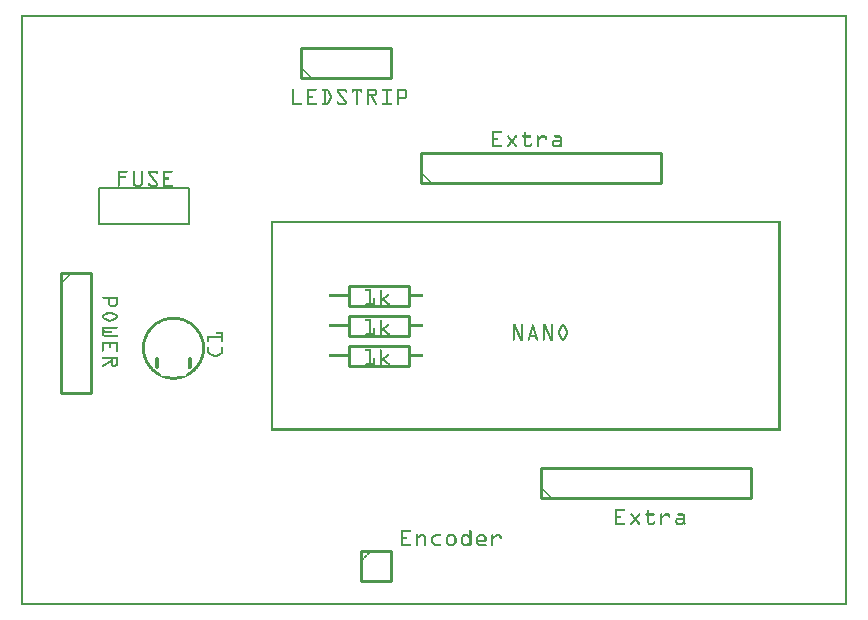
<source format=gto>
G04 MADE WITH FRITZING*
G04 WWW.FRITZING.ORG*
G04 DOUBLE SIDED*
G04 HOLES PLATED*
G04 CONTOUR ON CENTER OF CONTOUR VECTOR*
%ASAXBY*%
%FSLAX23Y23*%
%MOIN*%
%OFA0B0*%
%SFA1.0B1.0*%
%ADD10C,0.010000*%
%ADD11C,0.008000*%
%ADD12R,0.001000X0.001000*%
%LNSILK1*%
G90*
G70*
G54D10*
X135Y1107D02*
X135Y707D01*
D02*
X135Y707D02*
X235Y707D01*
D02*
X235Y707D02*
X235Y1107D01*
D02*
X235Y1107D02*
X135Y1107D01*
G54D11*
D02*
X260Y1392D02*
X560Y1392D01*
D02*
X560Y1392D02*
X560Y1272D01*
D02*
X560Y1272D02*
X260Y1272D01*
D02*
X260Y1272D02*
X260Y1392D01*
G54D10*
D02*
X1094Y865D02*
X1294Y865D01*
D02*
X1294Y865D02*
X1294Y799D01*
D02*
X1294Y799D02*
X1094Y799D01*
D02*
X1094Y799D02*
X1094Y865D01*
D02*
X1094Y965D02*
X1294Y965D01*
D02*
X1294Y965D02*
X1294Y899D01*
D02*
X1294Y899D02*
X1094Y899D01*
D02*
X1094Y899D02*
X1094Y965D01*
D02*
X1094Y1065D02*
X1294Y1065D01*
D02*
X1294Y1065D02*
X1294Y999D01*
D02*
X1294Y999D02*
X1094Y999D01*
D02*
X1094Y999D02*
X1094Y1065D01*
D02*
X935Y1757D02*
X1235Y1757D01*
D02*
X1235Y1757D02*
X1235Y1857D01*
D02*
X1235Y1857D02*
X935Y1857D01*
D02*
X935Y1857D02*
X935Y1757D01*
D02*
X1735Y357D02*
X2435Y357D01*
D02*
X2435Y357D02*
X2435Y457D01*
D02*
X2435Y457D02*
X1735Y457D01*
D02*
X1735Y457D02*
X1735Y357D01*
D02*
X1335Y1407D02*
X2135Y1407D01*
D02*
X2135Y1407D02*
X2135Y1507D01*
D02*
X2135Y1507D02*
X1335Y1507D01*
D02*
X1335Y1507D02*
X1335Y1407D01*
D02*
X1135Y182D02*
X1135Y82D01*
D02*
X1135Y82D02*
X1235Y82D01*
D02*
X1235Y82D02*
X1235Y182D01*
D02*
X1235Y182D02*
X1135Y182D01*
G54D12*
X1Y1968D02*
X2755Y1968D01*
X1Y1967D02*
X2755Y1967D01*
X1Y1966D02*
X2755Y1966D01*
X1Y1965D02*
X2755Y1965D01*
X1Y1964D02*
X2755Y1964D01*
X1Y1963D02*
X2755Y1963D01*
X1Y1962D02*
X2755Y1962D01*
X1Y1961D02*
X2755Y1961D01*
X1Y1960D02*
X8Y1960D01*
X2748Y1960D02*
X2755Y1960D01*
X1Y1959D02*
X8Y1959D01*
X2748Y1959D02*
X2755Y1959D01*
X1Y1958D02*
X8Y1958D01*
X2748Y1958D02*
X2755Y1958D01*
X1Y1957D02*
X8Y1957D01*
X2748Y1957D02*
X2755Y1957D01*
X1Y1956D02*
X8Y1956D01*
X2748Y1956D02*
X2755Y1956D01*
X1Y1955D02*
X8Y1955D01*
X2748Y1955D02*
X2755Y1955D01*
X1Y1954D02*
X8Y1954D01*
X2748Y1954D02*
X2755Y1954D01*
X1Y1953D02*
X8Y1953D01*
X2748Y1953D02*
X2755Y1953D01*
X1Y1952D02*
X8Y1952D01*
X2748Y1952D02*
X2755Y1952D01*
X1Y1951D02*
X8Y1951D01*
X2748Y1951D02*
X2755Y1951D01*
X1Y1950D02*
X8Y1950D01*
X2748Y1950D02*
X2755Y1950D01*
X1Y1949D02*
X8Y1949D01*
X2748Y1949D02*
X2755Y1949D01*
X1Y1948D02*
X8Y1948D01*
X2748Y1948D02*
X2755Y1948D01*
X1Y1947D02*
X8Y1947D01*
X2748Y1947D02*
X2755Y1947D01*
X1Y1946D02*
X8Y1946D01*
X2748Y1946D02*
X2755Y1946D01*
X1Y1945D02*
X8Y1945D01*
X2748Y1945D02*
X2755Y1945D01*
X1Y1944D02*
X8Y1944D01*
X2748Y1944D02*
X2755Y1944D01*
X1Y1943D02*
X8Y1943D01*
X2748Y1943D02*
X2755Y1943D01*
X1Y1942D02*
X8Y1942D01*
X2748Y1942D02*
X2755Y1942D01*
X1Y1941D02*
X8Y1941D01*
X2748Y1941D02*
X2755Y1941D01*
X1Y1940D02*
X8Y1940D01*
X2748Y1940D02*
X2755Y1940D01*
X1Y1939D02*
X8Y1939D01*
X2748Y1939D02*
X2755Y1939D01*
X1Y1938D02*
X8Y1938D01*
X2748Y1938D02*
X2755Y1938D01*
X1Y1937D02*
X8Y1937D01*
X2748Y1937D02*
X2755Y1937D01*
X1Y1936D02*
X8Y1936D01*
X2748Y1936D02*
X2755Y1936D01*
X1Y1935D02*
X8Y1935D01*
X2748Y1935D02*
X2755Y1935D01*
X1Y1934D02*
X8Y1934D01*
X2748Y1934D02*
X2755Y1934D01*
X1Y1933D02*
X8Y1933D01*
X2748Y1933D02*
X2755Y1933D01*
X1Y1932D02*
X8Y1932D01*
X2748Y1932D02*
X2755Y1932D01*
X1Y1931D02*
X8Y1931D01*
X2748Y1931D02*
X2755Y1931D01*
X1Y1930D02*
X8Y1930D01*
X2748Y1930D02*
X2755Y1930D01*
X1Y1929D02*
X8Y1929D01*
X2748Y1929D02*
X2755Y1929D01*
X1Y1928D02*
X8Y1928D01*
X2748Y1928D02*
X2755Y1928D01*
X1Y1927D02*
X8Y1927D01*
X2748Y1927D02*
X2755Y1927D01*
X1Y1926D02*
X8Y1926D01*
X2748Y1926D02*
X2755Y1926D01*
X1Y1925D02*
X8Y1925D01*
X2748Y1925D02*
X2755Y1925D01*
X1Y1924D02*
X8Y1924D01*
X2748Y1924D02*
X2755Y1924D01*
X1Y1923D02*
X8Y1923D01*
X2748Y1923D02*
X2755Y1923D01*
X1Y1922D02*
X8Y1922D01*
X2748Y1922D02*
X2755Y1922D01*
X1Y1921D02*
X8Y1921D01*
X2748Y1921D02*
X2755Y1921D01*
X1Y1920D02*
X8Y1920D01*
X2748Y1920D02*
X2755Y1920D01*
X1Y1919D02*
X8Y1919D01*
X2748Y1919D02*
X2755Y1919D01*
X1Y1918D02*
X8Y1918D01*
X2748Y1918D02*
X2755Y1918D01*
X1Y1917D02*
X8Y1917D01*
X2748Y1917D02*
X2755Y1917D01*
X1Y1916D02*
X8Y1916D01*
X2748Y1916D02*
X2755Y1916D01*
X1Y1915D02*
X8Y1915D01*
X2748Y1915D02*
X2755Y1915D01*
X1Y1914D02*
X8Y1914D01*
X2748Y1914D02*
X2755Y1914D01*
X1Y1913D02*
X8Y1913D01*
X2748Y1913D02*
X2755Y1913D01*
X1Y1912D02*
X8Y1912D01*
X2748Y1912D02*
X2755Y1912D01*
X1Y1911D02*
X8Y1911D01*
X2748Y1911D02*
X2755Y1911D01*
X1Y1910D02*
X8Y1910D01*
X2748Y1910D02*
X2755Y1910D01*
X1Y1909D02*
X8Y1909D01*
X2748Y1909D02*
X2755Y1909D01*
X1Y1908D02*
X8Y1908D01*
X2748Y1908D02*
X2755Y1908D01*
X1Y1907D02*
X8Y1907D01*
X2748Y1907D02*
X2755Y1907D01*
X1Y1906D02*
X8Y1906D01*
X2748Y1906D02*
X2755Y1906D01*
X1Y1905D02*
X8Y1905D01*
X2748Y1905D02*
X2755Y1905D01*
X1Y1904D02*
X8Y1904D01*
X2748Y1904D02*
X2755Y1904D01*
X1Y1903D02*
X8Y1903D01*
X2748Y1903D02*
X2755Y1903D01*
X1Y1902D02*
X8Y1902D01*
X2748Y1902D02*
X2755Y1902D01*
X1Y1901D02*
X8Y1901D01*
X2748Y1901D02*
X2755Y1901D01*
X1Y1900D02*
X8Y1900D01*
X2748Y1900D02*
X2755Y1900D01*
X1Y1899D02*
X8Y1899D01*
X2748Y1899D02*
X2755Y1899D01*
X1Y1898D02*
X8Y1898D01*
X2748Y1898D02*
X2755Y1898D01*
X1Y1897D02*
X8Y1897D01*
X2748Y1897D02*
X2755Y1897D01*
X1Y1896D02*
X8Y1896D01*
X2748Y1896D02*
X2755Y1896D01*
X1Y1895D02*
X8Y1895D01*
X2748Y1895D02*
X2755Y1895D01*
X1Y1894D02*
X8Y1894D01*
X2748Y1894D02*
X2755Y1894D01*
X1Y1893D02*
X8Y1893D01*
X2748Y1893D02*
X2755Y1893D01*
X1Y1892D02*
X8Y1892D01*
X2748Y1892D02*
X2755Y1892D01*
X1Y1891D02*
X8Y1891D01*
X2748Y1891D02*
X2755Y1891D01*
X1Y1890D02*
X8Y1890D01*
X2748Y1890D02*
X2755Y1890D01*
X1Y1889D02*
X8Y1889D01*
X2748Y1889D02*
X2755Y1889D01*
X1Y1888D02*
X8Y1888D01*
X2748Y1888D02*
X2755Y1888D01*
X1Y1887D02*
X8Y1887D01*
X2748Y1887D02*
X2755Y1887D01*
X1Y1886D02*
X8Y1886D01*
X2748Y1886D02*
X2755Y1886D01*
X1Y1885D02*
X8Y1885D01*
X2748Y1885D02*
X2755Y1885D01*
X1Y1884D02*
X8Y1884D01*
X2748Y1884D02*
X2755Y1884D01*
X1Y1883D02*
X8Y1883D01*
X2748Y1883D02*
X2755Y1883D01*
X1Y1882D02*
X8Y1882D01*
X2748Y1882D02*
X2755Y1882D01*
X1Y1881D02*
X8Y1881D01*
X2748Y1881D02*
X2755Y1881D01*
X1Y1880D02*
X8Y1880D01*
X2748Y1880D02*
X2755Y1880D01*
X1Y1879D02*
X8Y1879D01*
X2748Y1879D02*
X2755Y1879D01*
X1Y1878D02*
X8Y1878D01*
X2748Y1878D02*
X2755Y1878D01*
X1Y1877D02*
X8Y1877D01*
X2748Y1877D02*
X2755Y1877D01*
X1Y1876D02*
X8Y1876D01*
X2748Y1876D02*
X2755Y1876D01*
X1Y1875D02*
X8Y1875D01*
X2748Y1875D02*
X2755Y1875D01*
X1Y1874D02*
X8Y1874D01*
X2748Y1874D02*
X2755Y1874D01*
X1Y1873D02*
X8Y1873D01*
X2748Y1873D02*
X2755Y1873D01*
X1Y1872D02*
X8Y1872D01*
X2748Y1872D02*
X2755Y1872D01*
X1Y1871D02*
X8Y1871D01*
X2748Y1871D02*
X2755Y1871D01*
X1Y1870D02*
X8Y1870D01*
X2748Y1870D02*
X2755Y1870D01*
X1Y1869D02*
X8Y1869D01*
X2748Y1869D02*
X2755Y1869D01*
X1Y1868D02*
X8Y1868D01*
X2748Y1868D02*
X2755Y1868D01*
X1Y1867D02*
X8Y1867D01*
X2748Y1867D02*
X2755Y1867D01*
X1Y1866D02*
X8Y1866D01*
X2748Y1866D02*
X2755Y1866D01*
X1Y1865D02*
X8Y1865D01*
X2748Y1865D02*
X2755Y1865D01*
X1Y1864D02*
X8Y1864D01*
X2748Y1864D02*
X2755Y1864D01*
X1Y1863D02*
X8Y1863D01*
X2748Y1863D02*
X2755Y1863D01*
X1Y1862D02*
X8Y1862D01*
X2748Y1862D02*
X2755Y1862D01*
X1Y1861D02*
X8Y1861D01*
X2748Y1861D02*
X2755Y1861D01*
X1Y1860D02*
X8Y1860D01*
X2748Y1860D02*
X2755Y1860D01*
X1Y1859D02*
X8Y1859D01*
X2748Y1859D02*
X2755Y1859D01*
X1Y1858D02*
X8Y1858D01*
X2748Y1858D02*
X2755Y1858D01*
X1Y1857D02*
X8Y1857D01*
X2748Y1857D02*
X2755Y1857D01*
X1Y1856D02*
X8Y1856D01*
X2748Y1856D02*
X2755Y1856D01*
X1Y1855D02*
X8Y1855D01*
X2748Y1855D02*
X2755Y1855D01*
X1Y1854D02*
X8Y1854D01*
X2748Y1854D02*
X2755Y1854D01*
X1Y1853D02*
X8Y1853D01*
X2748Y1853D02*
X2755Y1853D01*
X1Y1852D02*
X8Y1852D01*
X2748Y1852D02*
X2755Y1852D01*
X1Y1851D02*
X8Y1851D01*
X2748Y1851D02*
X2755Y1851D01*
X1Y1850D02*
X8Y1850D01*
X2748Y1850D02*
X2755Y1850D01*
X1Y1849D02*
X8Y1849D01*
X2748Y1849D02*
X2755Y1849D01*
X1Y1848D02*
X8Y1848D01*
X2748Y1848D02*
X2755Y1848D01*
X1Y1847D02*
X8Y1847D01*
X2748Y1847D02*
X2755Y1847D01*
X1Y1846D02*
X8Y1846D01*
X2748Y1846D02*
X2755Y1846D01*
X1Y1845D02*
X8Y1845D01*
X2748Y1845D02*
X2755Y1845D01*
X1Y1844D02*
X8Y1844D01*
X2748Y1844D02*
X2755Y1844D01*
X1Y1843D02*
X8Y1843D01*
X2748Y1843D02*
X2755Y1843D01*
X1Y1842D02*
X8Y1842D01*
X2748Y1842D02*
X2755Y1842D01*
X1Y1841D02*
X8Y1841D01*
X2748Y1841D02*
X2755Y1841D01*
X1Y1840D02*
X8Y1840D01*
X2748Y1840D02*
X2755Y1840D01*
X1Y1839D02*
X8Y1839D01*
X2748Y1839D02*
X2755Y1839D01*
X1Y1838D02*
X8Y1838D01*
X2748Y1838D02*
X2755Y1838D01*
X1Y1837D02*
X8Y1837D01*
X2748Y1837D02*
X2755Y1837D01*
X1Y1836D02*
X8Y1836D01*
X2748Y1836D02*
X2755Y1836D01*
X1Y1835D02*
X8Y1835D01*
X2748Y1835D02*
X2755Y1835D01*
X1Y1834D02*
X8Y1834D01*
X2748Y1834D02*
X2755Y1834D01*
X1Y1833D02*
X8Y1833D01*
X2748Y1833D02*
X2755Y1833D01*
X1Y1832D02*
X8Y1832D01*
X2748Y1832D02*
X2755Y1832D01*
X1Y1831D02*
X8Y1831D01*
X2748Y1831D02*
X2755Y1831D01*
X1Y1830D02*
X8Y1830D01*
X2748Y1830D02*
X2755Y1830D01*
X1Y1829D02*
X8Y1829D01*
X2748Y1829D02*
X2755Y1829D01*
X1Y1828D02*
X8Y1828D01*
X2748Y1828D02*
X2755Y1828D01*
X1Y1827D02*
X8Y1827D01*
X2748Y1827D02*
X2755Y1827D01*
X1Y1826D02*
X8Y1826D01*
X2748Y1826D02*
X2755Y1826D01*
X1Y1825D02*
X8Y1825D01*
X2748Y1825D02*
X2755Y1825D01*
X1Y1824D02*
X8Y1824D01*
X2748Y1824D02*
X2755Y1824D01*
X1Y1823D02*
X8Y1823D01*
X2748Y1823D02*
X2755Y1823D01*
X1Y1822D02*
X8Y1822D01*
X2748Y1822D02*
X2755Y1822D01*
X1Y1821D02*
X8Y1821D01*
X2748Y1821D02*
X2755Y1821D01*
X1Y1820D02*
X8Y1820D01*
X2748Y1820D02*
X2755Y1820D01*
X1Y1819D02*
X8Y1819D01*
X2748Y1819D02*
X2755Y1819D01*
X1Y1818D02*
X8Y1818D01*
X2748Y1818D02*
X2755Y1818D01*
X1Y1817D02*
X8Y1817D01*
X2748Y1817D02*
X2755Y1817D01*
X1Y1816D02*
X8Y1816D01*
X2748Y1816D02*
X2755Y1816D01*
X1Y1815D02*
X8Y1815D01*
X2748Y1815D02*
X2755Y1815D01*
X1Y1814D02*
X8Y1814D01*
X2748Y1814D02*
X2755Y1814D01*
X1Y1813D02*
X8Y1813D01*
X2748Y1813D02*
X2755Y1813D01*
X1Y1812D02*
X8Y1812D01*
X2748Y1812D02*
X2755Y1812D01*
X1Y1811D02*
X8Y1811D01*
X2748Y1811D02*
X2755Y1811D01*
X1Y1810D02*
X8Y1810D01*
X2748Y1810D02*
X2755Y1810D01*
X1Y1809D02*
X8Y1809D01*
X2748Y1809D02*
X2755Y1809D01*
X1Y1808D02*
X8Y1808D01*
X2748Y1808D02*
X2755Y1808D01*
X1Y1807D02*
X8Y1807D01*
X2748Y1807D02*
X2755Y1807D01*
X1Y1806D02*
X8Y1806D01*
X2748Y1806D02*
X2755Y1806D01*
X1Y1805D02*
X8Y1805D01*
X2748Y1805D02*
X2755Y1805D01*
X1Y1804D02*
X8Y1804D01*
X2748Y1804D02*
X2755Y1804D01*
X1Y1803D02*
X8Y1803D01*
X2748Y1803D02*
X2755Y1803D01*
X1Y1802D02*
X8Y1802D01*
X2748Y1802D02*
X2755Y1802D01*
X1Y1801D02*
X8Y1801D01*
X2748Y1801D02*
X2755Y1801D01*
X1Y1800D02*
X8Y1800D01*
X2748Y1800D02*
X2755Y1800D01*
X1Y1799D02*
X8Y1799D01*
X2748Y1799D02*
X2755Y1799D01*
X1Y1798D02*
X8Y1798D01*
X2748Y1798D02*
X2755Y1798D01*
X1Y1797D02*
X8Y1797D01*
X2748Y1797D02*
X2755Y1797D01*
X1Y1796D02*
X8Y1796D01*
X2748Y1796D02*
X2755Y1796D01*
X1Y1795D02*
X8Y1795D01*
X2748Y1795D02*
X2755Y1795D01*
X1Y1794D02*
X8Y1794D01*
X2748Y1794D02*
X2755Y1794D01*
X1Y1793D02*
X8Y1793D01*
X936Y1793D02*
X937Y1793D01*
X2748Y1793D02*
X2755Y1793D01*
X1Y1792D02*
X8Y1792D01*
X935Y1792D02*
X938Y1792D01*
X2748Y1792D02*
X2755Y1792D01*
X1Y1791D02*
X8Y1791D01*
X934Y1791D02*
X939Y1791D01*
X2748Y1791D02*
X2755Y1791D01*
X1Y1790D02*
X8Y1790D01*
X934Y1790D02*
X940Y1790D01*
X2748Y1790D02*
X2755Y1790D01*
X1Y1789D02*
X8Y1789D01*
X935Y1789D02*
X941Y1789D01*
X2748Y1789D02*
X2755Y1789D01*
X1Y1788D02*
X8Y1788D01*
X936Y1788D02*
X942Y1788D01*
X2748Y1788D02*
X2755Y1788D01*
X1Y1787D02*
X8Y1787D01*
X937Y1787D02*
X943Y1787D01*
X2748Y1787D02*
X2755Y1787D01*
X1Y1786D02*
X8Y1786D01*
X938Y1786D02*
X944Y1786D01*
X2748Y1786D02*
X2755Y1786D01*
X1Y1785D02*
X8Y1785D01*
X939Y1785D02*
X945Y1785D01*
X2748Y1785D02*
X2755Y1785D01*
X1Y1784D02*
X8Y1784D01*
X940Y1784D02*
X946Y1784D01*
X2748Y1784D02*
X2755Y1784D01*
X1Y1783D02*
X8Y1783D01*
X941Y1783D02*
X947Y1783D01*
X2748Y1783D02*
X2755Y1783D01*
X1Y1782D02*
X8Y1782D01*
X942Y1782D02*
X948Y1782D01*
X2748Y1782D02*
X2755Y1782D01*
X1Y1781D02*
X8Y1781D01*
X943Y1781D02*
X949Y1781D01*
X2748Y1781D02*
X2755Y1781D01*
X1Y1780D02*
X8Y1780D01*
X944Y1780D02*
X950Y1780D01*
X2748Y1780D02*
X2755Y1780D01*
X1Y1779D02*
X8Y1779D01*
X945Y1779D02*
X950Y1779D01*
X2748Y1779D02*
X2755Y1779D01*
X1Y1778D02*
X8Y1778D01*
X946Y1778D02*
X951Y1778D01*
X2748Y1778D02*
X2755Y1778D01*
X1Y1777D02*
X8Y1777D01*
X947Y1777D02*
X952Y1777D01*
X2748Y1777D02*
X2755Y1777D01*
X1Y1776D02*
X8Y1776D01*
X948Y1776D02*
X953Y1776D01*
X2748Y1776D02*
X2755Y1776D01*
X1Y1775D02*
X8Y1775D01*
X949Y1775D02*
X954Y1775D01*
X2748Y1775D02*
X2755Y1775D01*
X1Y1774D02*
X8Y1774D01*
X950Y1774D02*
X955Y1774D01*
X2748Y1774D02*
X2755Y1774D01*
X1Y1773D02*
X8Y1773D01*
X951Y1773D02*
X957Y1773D01*
X2748Y1773D02*
X2755Y1773D01*
X1Y1772D02*
X8Y1772D01*
X952Y1772D02*
X958Y1772D01*
X2748Y1772D02*
X2755Y1772D01*
X1Y1771D02*
X8Y1771D01*
X953Y1771D02*
X959Y1771D01*
X2748Y1771D02*
X2755Y1771D01*
X1Y1770D02*
X8Y1770D01*
X954Y1770D02*
X960Y1770D01*
X2748Y1770D02*
X2755Y1770D01*
X1Y1769D02*
X8Y1769D01*
X955Y1769D02*
X961Y1769D01*
X2748Y1769D02*
X2755Y1769D01*
X1Y1768D02*
X8Y1768D01*
X956Y1768D02*
X962Y1768D01*
X2748Y1768D02*
X2755Y1768D01*
X1Y1767D02*
X8Y1767D01*
X957Y1767D02*
X963Y1767D01*
X2748Y1767D02*
X2755Y1767D01*
X1Y1766D02*
X8Y1766D01*
X958Y1766D02*
X964Y1766D01*
X2748Y1766D02*
X2755Y1766D01*
X1Y1765D02*
X8Y1765D01*
X959Y1765D02*
X965Y1765D01*
X2748Y1765D02*
X2755Y1765D01*
X1Y1764D02*
X8Y1764D01*
X960Y1764D02*
X966Y1764D01*
X2748Y1764D02*
X2755Y1764D01*
X1Y1763D02*
X8Y1763D01*
X961Y1763D02*
X967Y1763D01*
X2748Y1763D02*
X2755Y1763D01*
X1Y1762D02*
X8Y1762D01*
X962Y1762D02*
X968Y1762D01*
X2748Y1762D02*
X2755Y1762D01*
X1Y1761D02*
X8Y1761D01*
X963Y1761D02*
X969Y1761D01*
X2748Y1761D02*
X2755Y1761D01*
X1Y1760D02*
X8Y1760D01*
X964Y1760D02*
X970Y1760D01*
X2748Y1760D02*
X2755Y1760D01*
X1Y1759D02*
X8Y1759D01*
X965Y1759D02*
X971Y1759D01*
X2748Y1759D02*
X2755Y1759D01*
X1Y1758D02*
X8Y1758D01*
X966Y1758D02*
X970Y1758D01*
X2748Y1758D02*
X2755Y1758D01*
X1Y1757D02*
X8Y1757D01*
X967Y1757D02*
X969Y1757D01*
X2748Y1757D02*
X2755Y1757D01*
X1Y1756D02*
X8Y1756D01*
X968Y1756D02*
X968Y1756D01*
X2748Y1756D02*
X2755Y1756D01*
X1Y1755D02*
X8Y1755D01*
X2748Y1755D02*
X2755Y1755D01*
X1Y1754D02*
X8Y1754D01*
X2748Y1754D02*
X2755Y1754D01*
X1Y1753D02*
X8Y1753D01*
X2748Y1753D02*
X2755Y1753D01*
X1Y1752D02*
X8Y1752D01*
X2748Y1752D02*
X2755Y1752D01*
X1Y1751D02*
X8Y1751D01*
X2748Y1751D02*
X2755Y1751D01*
X1Y1750D02*
X8Y1750D01*
X2748Y1750D02*
X2755Y1750D01*
X1Y1749D02*
X8Y1749D01*
X2748Y1749D02*
X2755Y1749D01*
X1Y1748D02*
X8Y1748D01*
X2748Y1748D02*
X2755Y1748D01*
X1Y1747D02*
X8Y1747D01*
X2748Y1747D02*
X2755Y1747D01*
X1Y1746D02*
X8Y1746D01*
X2748Y1746D02*
X2755Y1746D01*
X1Y1745D02*
X8Y1745D01*
X2748Y1745D02*
X2755Y1745D01*
X1Y1744D02*
X8Y1744D01*
X2748Y1744D02*
X2755Y1744D01*
X1Y1743D02*
X8Y1743D01*
X2748Y1743D02*
X2755Y1743D01*
X1Y1742D02*
X8Y1742D01*
X2748Y1742D02*
X2755Y1742D01*
X1Y1741D02*
X8Y1741D01*
X2748Y1741D02*
X2755Y1741D01*
X1Y1740D02*
X8Y1740D01*
X2748Y1740D02*
X2755Y1740D01*
X1Y1739D02*
X8Y1739D01*
X2748Y1739D02*
X2755Y1739D01*
X1Y1738D02*
X8Y1738D01*
X2748Y1738D02*
X2755Y1738D01*
X1Y1737D02*
X8Y1737D01*
X2748Y1737D02*
X2755Y1737D01*
X1Y1736D02*
X8Y1736D01*
X2748Y1736D02*
X2755Y1736D01*
X1Y1735D02*
X8Y1735D01*
X2748Y1735D02*
X2755Y1735D01*
X1Y1734D02*
X8Y1734D01*
X2748Y1734D02*
X2755Y1734D01*
X1Y1733D02*
X8Y1733D01*
X2748Y1733D02*
X2755Y1733D01*
X1Y1732D02*
X8Y1732D01*
X2748Y1732D02*
X2755Y1732D01*
X1Y1731D02*
X8Y1731D01*
X2748Y1731D02*
X2755Y1731D01*
X1Y1730D02*
X8Y1730D01*
X2748Y1730D02*
X2755Y1730D01*
X1Y1729D02*
X8Y1729D01*
X2748Y1729D02*
X2755Y1729D01*
X1Y1728D02*
X8Y1728D01*
X2748Y1728D02*
X2755Y1728D01*
X1Y1727D02*
X8Y1727D01*
X2748Y1727D02*
X2755Y1727D01*
X1Y1726D02*
X8Y1726D01*
X2748Y1726D02*
X2755Y1726D01*
X1Y1725D02*
X8Y1725D01*
X2748Y1725D02*
X2755Y1725D01*
X1Y1724D02*
X8Y1724D01*
X2748Y1724D02*
X2755Y1724D01*
X1Y1723D02*
X8Y1723D01*
X2748Y1723D02*
X2755Y1723D01*
X1Y1722D02*
X8Y1722D01*
X907Y1722D02*
X907Y1722D01*
X954Y1722D02*
X985Y1722D01*
X1007Y1722D02*
X1021Y1722D01*
X1061Y1722D02*
X1080Y1722D01*
X1105Y1722D02*
X1138Y1722D01*
X1155Y1722D02*
X1179Y1722D01*
X1208Y1722D02*
X1236Y1722D01*
X1256Y1722D02*
X1280Y1722D01*
X2748Y1722D02*
X2755Y1722D01*
X1Y1721D02*
X8Y1721D01*
X905Y1721D02*
X909Y1721D01*
X954Y1721D02*
X987Y1721D01*
X1005Y1721D02*
X1024Y1721D01*
X1058Y1721D02*
X1083Y1721D01*
X1105Y1721D02*
X1138Y1721D01*
X1155Y1721D02*
X1183Y1721D01*
X1206Y1721D02*
X1238Y1721D01*
X1255Y1721D02*
X1283Y1721D01*
X2748Y1721D02*
X2755Y1721D01*
X1Y1720D02*
X8Y1720D01*
X904Y1720D02*
X910Y1720D01*
X954Y1720D02*
X987Y1720D01*
X1005Y1720D02*
X1026Y1720D01*
X1057Y1720D02*
X1085Y1720D01*
X1105Y1720D02*
X1138Y1720D01*
X1155Y1720D02*
X1184Y1720D01*
X1205Y1720D02*
X1238Y1720D01*
X1255Y1720D02*
X1285Y1720D01*
X2748Y1720D02*
X2755Y1720D01*
X1Y1719D02*
X8Y1719D01*
X904Y1719D02*
X910Y1719D01*
X954Y1719D02*
X988Y1719D01*
X1004Y1719D02*
X1027Y1719D01*
X1056Y1719D02*
X1086Y1719D01*
X1105Y1719D02*
X1138Y1719D01*
X1155Y1719D02*
X1185Y1719D01*
X1205Y1719D02*
X1239Y1719D01*
X1255Y1719D02*
X1286Y1719D01*
X2748Y1719D02*
X2755Y1719D01*
X1Y1718D02*
X8Y1718D01*
X904Y1718D02*
X910Y1718D01*
X954Y1718D02*
X988Y1718D01*
X1004Y1718D02*
X1028Y1718D01*
X1055Y1718D02*
X1086Y1718D01*
X1105Y1718D02*
X1138Y1718D01*
X1155Y1718D02*
X1186Y1718D01*
X1205Y1718D02*
X1239Y1718D01*
X1255Y1718D02*
X1287Y1718D01*
X2748Y1718D02*
X2755Y1718D01*
X1Y1717D02*
X8Y1717D01*
X904Y1717D02*
X910Y1717D01*
X954Y1717D02*
X987Y1717D01*
X1005Y1717D02*
X1029Y1717D01*
X1055Y1717D02*
X1087Y1717D01*
X1105Y1717D02*
X1138Y1717D01*
X1155Y1717D02*
X1187Y1717D01*
X1206Y1717D02*
X1238Y1717D01*
X1255Y1717D02*
X1287Y1717D01*
X2748Y1717D02*
X2755Y1717D01*
X1Y1716D02*
X8Y1716D01*
X904Y1716D02*
X910Y1716D01*
X954Y1716D02*
X986Y1716D01*
X1006Y1716D02*
X1029Y1716D01*
X1055Y1716D02*
X1088Y1716D01*
X1105Y1716D02*
X1138Y1716D01*
X1155Y1716D02*
X1188Y1716D01*
X1206Y1716D02*
X1237Y1716D01*
X1255Y1716D02*
X1288Y1716D01*
X2748Y1716D02*
X2755Y1716D01*
X1Y1715D02*
X8Y1715D01*
X904Y1715D02*
X910Y1715D01*
X954Y1715D02*
X960Y1715D01*
X1011Y1715D02*
X1018Y1715D01*
X1022Y1715D02*
X1030Y1715D01*
X1055Y1715D02*
X1061Y1715D01*
X1080Y1715D02*
X1088Y1715D01*
X1105Y1715D02*
X1111Y1715D01*
X1118Y1715D02*
X1125Y1715D01*
X1132Y1715D02*
X1138Y1715D01*
X1155Y1715D02*
X1161Y1715D01*
X1180Y1715D02*
X1188Y1715D01*
X1219Y1715D02*
X1225Y1715D01*
X1255Y1715D02*
X1262Y1715D01*
X1280Y1715D02*
X1288Y1715D01*
X2748Y1715D02*
X2755Y1715D01*
X1Y1714D02*
X8Y1714D01*
X904Y1714D02*
X910Y1714D01*
X954Y1714D02*
X960Y1714D01*
X1011Y1714D02*
X1017Y1714D01*
X1023Y1714D02*
X1030Y1714D01*
X1055Y1714D02*
X1061Y1714D01*
X1082Y1714D02*
X1088Y1714D01*
X1105Y1714D02*
X1111Y1714D01*
X1118Y1714D02*
X1125Y1714D01*
X1132Y1714D02*
X1138Y1714D01*
X1155Y1714D02*
X1161Y1714D01*
X1181Y1714D02*
X1188Y1714D01*
X1219Y1714D02*
X1225Y1714D01*
X1255Y1714D02*
X1261Y1714D01*
X1282Y1714D02*
X1289Y1714D01*
X2748Y1714D02*
X2755Y1714D01*
X1Y1713D02*
X8Y1713D01*
X904Y1713D02*
X910Y1713D01*
X954Y1713D02*
X960Y1713D01*
X1011Y1713D02*
X1017Y1713D01*
X1024Y1713D02*
X1031Y1713D01*
X1055Y1713D02*
X1061Y1713D01*
X1082Y1713D02*
X1088Y1713D01*
X1105Y1713D02*
X1111Y1713D01*
X1118Y1713D02*
X1125Y1713D01*
X1132Y1713D02*
X1138Y1713D01*
X1155Y1713D02*
X1161Y1713D01*
X1182Y1713D02*
X1188Y1713D01*
X1219Y1713D02*
X1225Y1713D01*
X1255Y1713D02*
X1261Y1713D01*
X1283Y1713D02*
X1289Y1713D01*
X2748Y1713D02*
X2755Y1713D01*
X1Y1712D02*
X8Y1712D01*
X904Y1712D02*
X910Y1712D01*
X954Y1712D02*
X960Y1712D01*
X1011Y1712D02*
X1017Y1712D01*
X1024Y1712D02*
X1031Y1712D01*
X1055Y1712D02*
X1062Y1712D01*
X1082Y1712D02*
X1088Y1712D01*
X1105Y1712D02*
X1111Y1712D01*
X1118Y1712D02*
X1125Y1712D01*
X1132Y1712D02*
X1138Y1712D01*
X1155Y1712D02*
X1161Y1712D01*
X1182Y1712D02*
X1188Y1712D01*
X1219Y1712D02*
X1225Y1712D01*
X1255Y1712D02*
X1261Y1712D01*
X1283Y1712D02*
X1289Y1712D01*
X2748Y1712D02*
X2755Y1712D01*
X1Y1711D02*
X8Y1711D01*
X904Y1711D02*
X910Y1711D01*
X954Y1711D02*
X960Y1711D01*
X1011Y1711D02*
X1017Y1711D01*
X1025Y1711D02*
X1032Y1711D01*
X1055Y1711D02*
X1063Y1711D01*
X1083Y1711D02*
X1088Y1711D01*
X1105Y1711D02*
X1110Y1711D01*
X1118Y1711D02*
X1125Y1711D01*
X1133Y1711D02*
X1138Y1711D01*
X1155Y1711D02*
X1161Y1711D01*
X1182Y1711D02*
X1189Y1711D01*
X1219Y1711D02*
X1225Y1711D01*
X1255Y1711D02*
X1261Y1711D01*
X1283Y1711D02*
X1289Y1711D01*
X2748Y1711D02*
X2755Y1711D01*
X1Y1710D02*
X8Y1710D01*
X904Y1710D02*
X910Y1710D01*
X954Y1710D02*
X960Y1710D01*
X1011Y1710D02*
X1017Y1710D01*
X1025Y1710D02*
X1032Y1710D01*
X1056Y1710D02*
X1064Y1710D01*
X1084Y1710D02*
X1087Y1710D01*
X1106Y1710D02*
X1109Y1710D01*
X1118Y1710D02*
X1125Y1710D01*
X1134Y1710D02*
X1137Y1710D01*
X1155Y1710D02*
X1161Y1710D01*
X1182Y1710D02*
X1189Y1710D01*
X1219Y1710D02*
X1225Y1710D01*
X1255Y1710D02*
X1261Y1710D01*
X1283Y1710D02*
X1289Y1710D01*
X2748Y1710D02*
X2755Y1710D01*
X1Y1709D02*
X8Y1709D01*
X904Y1709D02*
X910Y1709D01*
X954Y1709D02*
X960Y1709D01*
X1011Y1709D02*
X1017Y1709D01*
X1026Y1709D02*
X1033Y1709D01*
X1056Y1709D02*
X1064Y1709D01*
X1118Y1709D02*
X1125Y1709D01*
X1155Y1709D02*
X1161Y1709D01*
X1182Y1709D02*
X1189Y1709D01*
X1219Y1709D02*
X1225Y1709D01*
X1255Y1709D02*
X1261Y1709D01*
X1283Y1709D02*
X1289Y1709D01*
X2748Y1709D02*
X2755Y1709D01*
X1Y1708D02*
X8Y1708D01*
X904Y1708D02*
X910Y1708D01*
X954Y1708D02*
X960Y1708D01*
X1011Y1708D02*
X1017Y1708D01*
X1026Y1708D02*
X1033Y1708D01*
X1057Y1708D02*
X1065Y1708D01*
X1118Y1708D02*
X1125Y1708D01*
X1155Y1708D02*
X1161Y1708D01*
X1182Y1708D02*
X1189Y1708D01*
X1219Y1708D02*
X1225Y1708D01*
X1255Y1708D02*
X1261Y1708D01*
X1283Y1708D02*
X1289Y1708D01*
X2748Y1708D02*
X2755Y1708D01*
X1Y1707D02*
X8Y1707D01*
X904Y1707D02*
X910Y1707D01*
X954Y1707D02*
X960Y1707D01*
X1011Y1707D02*
X1017Y1707D01*
X1027Y1707D02*
X1034Y1707D01*
X1058Y1707D02*
X1066Y1707D01*
X1118Y1707D02*
X1125Y1707D01*
X1155Y1707D02*
X1161Y1707D01*
X1182Y1707D02*
X1188Y1707D01*
X1219Y1707D02*
X1225Y1707D01*
X1255Y1707D02*
X1261Y1707D01*
X1283Y1707D02*
X1289Y1707D01*
X2748Y1707D02*
X2755Y1707D01*
X1Y1706D02*
X8Y1706D01*
X904Y1706D02*
X910Y1706D01*
X954Y1706D02*
X960Y1706D01*
X1011Y1706D02*
X1017Y1706D01*
X1027Y1706D02*
X1034Y1706D01*
X1059Y1706D02*
X1067Y1706D01*
X1118Y1706D02*
X1125Y1706D01*
X1155Y1706D02*
X1161Y1706D01*
X1182Y1706D02*
X1188Y1706D01*
X1219Y1706D02*
X1225Y1706D01*
X1255Y1706D02*
X1261Y1706D01*
X1283Y1706D02*
X1289Y1706D01*
X2748Y1706D02*
X2755Y1706D01*
X1Y1705D02*
X8Y1705D01*
X904Y1705D02*
X910Y1705D01*
X954Y1705D02*
X960Y1705D01*
X1011Y1705D02*
X1017Y1705D01*
X1028Y1705D02*
X1035Y1705D01*
X1060Y1705D02*
X1068Y1705D01*
X1118Y1705D02*
X1125Y1705D01*
X1155Y1705D02*
X1161Y1705D01*
X1181Y1705D02*
X1188Y1705D01*
X1219Y1705D02*
X1225Y1705D01*
X1255Y1705D02*
X1261Y1705D01*
X1283Y1705D02*
X1289Y1705D01*
X2748Y1705D02*
X2755Y1705D01*
X1Y1704D02*
X8Y1704D01*
X904Y1704D02*
X910Y1704D01*
X954Y1704D02*
X960Y1704D01*
X1011Y1704D02*
X1017Y1704D01*
X1028Y1704D02*
X1035Y1704D01*
X1060Y1704D02*
X1068Y1704D01*
X1118Y1704D02*
X1125Y1704D01*
X1155Y1704D02*
X1188Y1704D01*
X1219Y1704D02*
X1225Y1704D01*
X1255Y1704D02*
X1261Y1704D01*
X1283Y1704D02*
X1289Y1704D01*
X2748Y1704D02*
X2755Y1704D01*
X1Y1703D02*
X8Y1703D01*
X904Y1703D02*
X910Y1703D01*
X954Y1703D02*
X960Y1703D01*
X1011Y1703D02*
X1017Y1703D01*
X1029Y1703D02*
X1036Y1703D01*
X1061Y1703D02*
X1069Y1703D01*
X1118Y1703D02*
X1125Y1703D01*
X1155Y1703D02*
X1187Y1703D01*
X1219Y1703D02*
X1225Y1703D01*
X1255Y1703D02*
X1261Y1703D01*
X1283Y1703D02*
X1289Y1703D01*
X2748Y1703D02*
X2755Y1703D01*
X1Y1702D02*
X8Y1702D01*
X904Y1702D02*
X910Y1702D01*
X954Y1702D02*
X960Y1702D01*
X1011Y1702D02*
X1017Y1702D01*
X1029Y1702D02*
X1036Y1702D01*
X1062Y1702D02*
X1070Y1702D01*
X1118Y1702D02*
X1125Y1702D01*
X1155Y1702D02*
X1187Y1702D01*
X1219Y1702D02*
X1225Y1702D01*
X1255Y1702D02*
X1261Y1702D01*
X1283Y1702D02*
X1289Y1702D01*
X2748Y1702D02*
X2755Y1702D01*
X1Y1701D02*
X8Y1701D01*
X904Y1701D02*
X910Y1701D01*
X954Y1701D02*
X960Y1701D01*
X1011Y1701D02*
X1017Y1701D01*
X1030Y1701D02*
X1037Y1701D01*
X1063Y1701D02*
X1071Y1701D01*
X1118Y1701D02*
X1125Y1701D01*
X1155Y1701D02*
X1186Y1701D01*
X1219Y1701D02*
X1225Y1701D01*
X1255Y1701D02*
X1261Y1701D01*
X1283Y1701D02*
X1289Y1701D01*
X2748Y1701D02*
X2755Y1701D01*
X1Y1700D02*
X8Y1700D01*
X904Y1700D02*
X910Y1700D01*
X954Y1700D02*
X960Y1700D01*
X1011Y1700D02*
X1017Y1700D01*
X1030Y1700D02*
X1037Y1700D01*
X1063Y1700D02*
X1071Y1700D01*
X1118Y1700D02*
X1125Y1700D01*
X1155Y1700D02*
X1185Y1700D01*
X1219Y1700D02*
X1225Y1700D01*
X1255Y1700D02*
X1261Y1700D01*
X1283Y1700D02*
X1289Y1700D01*
X2748Y1700D02*
X2755Y1700D01*
X1Y1699D02*
X8Y1699D01*
X904Y1699D02*
X910Y1699D01*
X954Y1699D02*
X960Y1699D01*
X1011Y1699D02*
X1017Y1699D01*
X1031Y1699D02*
X1037Y1699D01*
X1064Y1699D02*
X1072Y1699D01*
X1118Y1699D02*
X1125Y1699D01*
X1155Y1699D02*
X1183Y1699D01*
X1219Y1699D02*
X1225Y1699D01*
X1255Y1699D02*
X1261Y1699D01*
X1283Y1699D02*
X1289Y1699D01*
X2748Y1699D02*
X2755Y1699D01*
X1Y1698D02*
X8Y1698D01*
X904Y1698D02*
X910Y1698D01*
X954Y1698D02*
X972Y1698D01*
X1011Y1698D02*
X1017Y1698D01*
X1031Y1698D02*
X1038Y1698D01*
X1065Y1698D02*
X1073Y1698D01*
X1118Y1698D02*
X1125Y1698D01*
X1155Y1698D02*
X1181Y1698D01*
X1219Y1698D02*
X1225Y1698D01*
X1255Y1698D02*
X1261Y1698D01*
X1283Y1698D02*
X1289Y1698D01*
X2748Y1698D02*
X2755Y1698D01*
X1Y1697D02*
X8Y1697D01*
X904Y1697D02*
X910Y1697D01*
X954Y1697D02*
X973Y1697D01*
X1011Y1697D02*
X1017Y1697D01*
X1032Y1697D02*
X1038Y1697D01*
X1066Y1697D02*
X1074Y1697D01*
X1118Y1697D02*
X1125Y1697D01*
X1155Y1697D02*
X1161Y1697D01*
X1167Y1697D02*
X1174Y1697D01*
X1219Y1697D02*
X1225Y1697D01*
X1255Y1697D02*
X1261Y1697D01*
X1282Y1697D02*
X1289Y1697D01*
X2748Y1697D02*
X2755Y1697D01*
X1Y1696D02*
X8Y1696D01*
X904Y1696D02*
X910Y1696D01*
X954Y1696D02*
X974Y1696D01*
X1011Y1696D02*
X1017Y1696D01*
X1032Y1696D02*
X1038Y1696D01*
X1067Y1696D02*
X1075Y1696D01*
X1118Y1696D02*
X1125Y1696D01*
X1155Y1696D02*
X1161Y1696D01*
X1168Y1696D02*
X1175Y1696D01*
X1219Y1696D02*
X1225Y1696D01*
X1255Y1696D02*
X1261Y1696D01*
X1281Y1696D02*
X1288Y1696D01*
X2748Y1696D02*
X2755Y1696D01*
X1Y1695D02*
X8Y1695D01*
X904Y1695D02*
X910Y1695D01*
X954Y1695D02*
X974Y1695D01*
X1011Y1695D02*
X1017Y1695D01*
X1032Y1695D02*
X1038Y1695D01*
X1067Y1695D02*
X1075Y1695D01*
X1118Y1695D02*
X1125Y1695D01*
X1155Y1695D02*
X1161Y1695D01*
X1168Y1695D02*
X1175Y1695D01*
X1219Y1695D02*
X1225Y1695D01*
X1255Y1695D02*
X1288Y1695D01*
X2748Y1695D02*
X2755Y1695D01*
X1Y1694D02*
X8Y1694D01*
X904Y1694D02*
X910Y1694D01*
X954Y1694D02*
X974Y1694D01*
X1011Y1694D02*
X1017Y1694D01*
X1032Y1694D02*
X1038Y1694D01*
X1068Y1694D02*
X1076Y1694D01*
X1118Y1694D02*
X1125Y1694D01*
X1155Y1694D02*
X1161Y1694D01*
X1169Y1694D02*
X1176Y1694D01*
X1219Y1694D02*
X1225Y1694D01*
X1255Y1694D02*
X1287Y1694D01*
X2748Y1694D02*
X2755Y1694D01*
X1Y1693D02*
X8Y1693D01*
X904Y1693D02*
X910Y1693D01*
X954Y1693D02*
X973Y1693D01*
X1011Y1693D02*
X1017Y1693D01*
X1032Y1693D02*
X1038Y1693D01*
X1069Y1693D02*
X1077Y1693D01*
X1118Y1693D02*
X1125Y1693D01*
X1155Y1693D02*
X1161Y1693D01*
X1169Y1693D02*
X1177Y1693D01*
X1219Y1693D02*
X1225Y1693D01*
X1255Y1693D02*
X1287Y1693D01*
X2748Y1693D02*
X2755Y1693D01*
X1Y1692D02*
X8Y1692D01*
X904Y1692D02*
X910Y1692D01*
X954Y1692D02*
X972Y1692D01*
X1011Y1692D02*
X1017Y1692D01*
X1031Y1692D02*
X1038Y1692D01*
X1070Y1692D02*
X1078Y1692D01*
X1118Y1692D02*
X1125Y1692D01*
X1155Y1692D02*
X1161Y1692D01*
X1170Y1692D02*
X1177Y1692D01*
X1219Y1692D02*
X1225Y1692D01*
X1255Y1692D02*
X1286Y1692D01*
X2748Y1692D02*
X2755Y1692D01*
X1Y1691D02*
X8Y1691D01*
X904Y1691D02*
X910Y1691D01*
X954Y1691D02*
X960Y1691D01*
X1011Y1691D02*
X1017Y1691D01*
X1031Y1691D02*
X1037Y1691D01*
X1070Y1691D02*
X1078Y1691D01*
X1118Y1691D02*
X1125Y1691D01*
X1155Y1691D02*
X1161Y1691D01*
X1170Y1691D02*
X1178Y1691D01*
X1219Y1691D02*
X1225Y1691D01*
X1255Y1691D02*
X1285Y1691D01*
X2748Y1691D02*
X2755Y1691D01*
X1Y1690D02*
X8Y1690D01*
X904Y1690D02*
X910Y1690D01*
X954Y1690D02*
X960Y1690D01*
X1011Y1690D02*
X1017Y1690D01*
X1030Y1690D02*
X1037Y1690D01*
X1071Y1690D02*
X1079Y1690D01*
X1118Y1690D02*
X1125Y1690D01*
X1155Y1690D02*
X1161Y1690D01*
X1171Y1690D02*
X1178Y1690D01*
X1219Y1690D02*
X1225Y1690D01*
X1255Y1690D02*
X1283Y1690D01*
X2748Y1690D02*
X2755Y1690D01*
X1Y1689D02*
X8Y1689D01*
X904Y1689D02*
X910Y1689D01*
X954Y1689D02*
X960Y1689D01*
X1011Y1689D02*
X1017Y1689D01*
X1030Y1689D02*
X1037Y1689D01*
X1072Y1689D02*
X1080Y1689D01*
X1118Y1689D02*
X1125Y1689D01*
X1155Y1689D02*
X1161Y1689D01*
X1172Y1689D02*
X1179Y1689D01*
X1219Y1689D02*
X1225Y1689D01*
X1255Y1689D02*
X1281Y1689D01*
X2748Y1689D02*
X2755Y1689D01*
X1Y1688D02*
X8Y1688D01*
X904Y1688D02*
X910Y1688D01*
X954Y1688D02*
X960Y1688D01*
X1011Y1688D02*
X1017Y1688D01*
X1029Y1688D02*
X1036Y1688D01*
X1073Y1688D02*
X1081Y1688D01*
X1118Y1688D02*
X1125Y1688D01*
X1155Y1688D02*
X1161Y1688D01*
X1172Y1688D02*
X1179Y1688D01*
X1219Y1688D02*
X1225Y1688D01*
X1255Y1688D02*
X1261Y1688D01*
X2748Y1688D02*
X2755Y1688D01*
X1Y1687D02*
X8Y1687D01*
X904Y1687D02*
X910Y1687D01*
X954Y1687D02*
X960Y1687D01*
X1011Y1687D02*
X1017Y1687D01*
X1029Y1687D02*
X1036Y1687D01*
X1073Y1687D02*
X1081Y1687D01*
X1118Y1687D02*
X1125Y1687D01*
X1155Y1687D02*
X1161Y1687D01*
X1173Y1687D02*
X1180Y1687D01*
X1219Y1687D02*
X1225Y1687D01*
X1255Y1687D02*
X1261Y1687D01*
X2748Y1687D02*
X2755Y1687D01*
X1Y1686D02*
X8Y1686D01*
X904Y1686D02*
X910Y1686D01*
X954Y1686D02*
X960Y1686D01*
X1011Y1686D02*
X1017Y1686D01*
X1028Y1686D02*
X1035Y1686D01*
X1074Y1686D02*
X1082Y1686D01*
X1118Y1686D02*
X1125Y1686D01*
X1155Y1686D02*
X1161Y1686D01*
X1173Y1686D02*
X1181Y1686D01*
X1219Y1686D02*
X1225Y1686D01*
X1255Y1686D02*
X1261Y1686D01*
X2748Y1686D02*
X2755Y1686D01*
X1Y1685D02*
X8Y1685D01*
X904Y1685D02*
X910Y1685D01*
X954Y1685D02*
X960Y1685D01*
X1011Y1685D02*
X1017Y1685D01*
X1028Y1685D02*
X1035Y1685D01*
X1075Y1685D02*
X1083Y1685D01*
X1118Y1685D02*
X1125Y1685D01*
X1155Y1685D02*
X1161Y1685D01*
X1174Y1685D02*
X1181Y1685D01*
X1219Y1685D02*
X1225Y1685D01*
X1255Y1685D02*
X1261Y1685D01*
X2748Y1685D02*
X2755Y1685D01*
X1Y1684D02*
X8Y1684D01*
X904Y1684D02*
X910Y1684D01*
X954Y1684D02*
X960Y1684D01*
X1011Y1684D02*
X1017Y1684D01*
X1027Y1684D02*
X1034Y1684D01*
X1076Y1684D02*
X1084Y1684D01*
X1118Y1684D02*
X1125Y1684D01*
X1155Y1684D02*
X1161Y1684D01*
X1175Y1684D02*
X1182Y1684D01*
X1219Y1684D02*
X1225Y1684D01*
X1255Y1684D02*
X1261Y1684D01*
X2748Y1684D02*
X2755Y1684D01*
X1Y1683D02*
X8Y1683D01*
X904Y1683D02*
X910Y1683D01*
X954Y1683D02*
X960Y1683D01*
X1011Y1683D02*
X1017Y1683D01*
X1027Y1683D02*
X1034Y1683D01*
X1077Y1683D02*
X1085Y1683D01*
X1118Y1683D02*
X1125Y1683D01*
X1155Y1683D02*
X1161Y1683D01*
X1175Y1683D02*
X1182Y1683D01*
X1219Y1683D02*
X1225Y1683D01*
X1255Y1683D02*
X1261Y1683D01*
X2748Y1683D02*
X2755Y1683D01*
X1Y1682D02*
X8Y1682D01*
X904Y1682D02*
X910Y1682D01*
X954Y1682D02*
X960Y1682D01*
X1011Y1682D02*
X1017Y1682D01*
X1026Y1682D02*
X1033Y1682D01*
X1077Y1682D02*
X1085Y1682D01*
X1118Y1682D02*
X1125Y1682D01*
X1155Y1682D02*
X1161Y1682D01*
X1176Y1682D02*
X1183Y1682D01*
X1219Y1682D02*
X1225Y1682D01*
X1255Y1682D02*
X1261Y1682D01*
X2748Y1682D02*
X2755Y1682D01*
X1Y1681D02*
X8Y1681D01*
X904Y1681D02*
X910Y1681D01*
X954Y1681D02*
X960Y1681D01*
X1011Y1681D02*
X1017Y1681D01*
X1026Y1681D02*
X1033Y1681D01*
X1078Y1681D02*
X1086Y1681D01*
X1118Y1681D02*
X1125Y1681D01*
X1155Y1681D02*
X1161Y1681D01*
X1176Y1681D02*
X1183Y1681D01*
X1219Y1681D02*
X1225Y1681D01*
X1255Y1681D02*
X1261Y1681D01*
X2748Y1681D02*
X2755Y1681D01*
X1Y1680D02*
X8Y1680D01*
X904Y1680D02*
X910Y1680D01*
X954Y1680D02*
X960Y1680D01*
X1011Y1680D02*
X1017Y1680D01*
X1025Y1680D02*
X1032Y1680D01*
X1056Y1680D02*
X1059Y1680D01*
X1079Y1680D02*
X1087Y1680D01*
X1118Y1680D02*
X1125Y1680D01*
X1155Y1680D02*
X1161Y1680D01*
X1177Y1680D02*
X1184Y1680D01*
X1219Y1680D02*
X1225Y1680D01*
X1255Y1680D02*
X1261Y1680D01*
X2748Y1680D02*
X2755Y1680D01*
X1Y1679D02*
X8Y1679D01*
X904Y1679D02*
X910Y1679D01*
X954Y1679D02*
X960Y1679D01*
X1011Y1679D02*
X1017Y1679D01*
X1025Y1679D02*
X1032Y1679D01*
X1055Y1679D02*
X1060Y1679D01*
X1080Y1679D02*
X1087Y1679D01*
X1118Y1679D02*
X1125Y1679D01*
X1155Y1679D02*
X1161Y1679D01*
X1177Y1679D02*
X1185Y1679D01*
X1219Y1679D02*
X1225Y1679D01*
X1255Y1679D02*
X1261Y1679D01*
X2748Y1679D02*
X2755Y1679D01*
X1Y1678D02*
X8Y1678D01*
X904Y1678D02*
X910Y1678D01*
X954Y1678D02*
X960Y1678D01*
X1011Y1678D02*
X1017Y1678D01*
X1024Y1678D02*
X1031Y1678D01*
X1055Y1678D02*
X1060Y1678D01*
X1080Y1678D02*
X1088Y1678D01*
X1118Y1678D02*
X1125Y1678D01*
X1155Y1678D02*
X1161Y1678D01*
X1178Y1678D02*
X1185Y1678D01*
X1219Y1678D02*
X1225Y1678D01*
X1255Y1678D02*
X1261Y1678D01*
X2748Y1678D02*
X2755Y1678D01*
X1Y1677D02*
X8Y1677D01*
X904Y1677D02*
X910Y1677D01*
X954Y1677D02*
X960Y1677D01*
X1011Y1677D02*
X1017Y1677D01*
X1024Y1677D02*
X1031Y1677D01*
X1055Y1677D02*
X1061Y1677D01*
X1081Y1677D02*
X1088Y1677D01*
X1118Y1677D02*
X1125Y1677D01*
X1155Y1677D02*
X1161Y1677D01*
X1179Y1677D02*
X1186Y1677D01*
X1219Y1677D02*
X1225Y1677D01*
X1255Y1677D02*
X1261Y1677D01*
X2748Y1677D02*
X2755Y1677D01*
X1Y1676D02*
X8Y1676D01*
X904Y1676D02*
X910Y1676D01*
X954Y1676D02*
X960Y1676D01*
X1011Y1676D02*
X1017Y1676D01*
X1023Y1676D02*
X1030Y1676D01*
X1055Y1676D02*
X1061Y1676D01*
X1082Y1676D02*
X1088Y1676D01*
X1118Y1676D02*
X1125Y1676D01*
X1155Y1676D02*
X1161Y1676D01*
X1179Y1676D02*
X1186Y1676D01*
X1219Y1676D02*
X1225Y1676D01*
X1255Y1676D02*
X1261Y1676D01*
X2748Y1676D02*
X2755Y1676D01*
X1Y1675D02*
X8Y1675D01*
X904Y1675D02*
X910Y1675D01*
X954Y1675D02*
X961Y1675D01*
X1011Y1675D02*
X1018Y1675D01*
X1021Y1675D02*
X1030Y1675D01*
X1055Y1675D02*
X1063Y1675D01*
X1081Y1675D02*
X1088Y1675D01*
X1118Y1675D02*
X1125Y1675D01*
X1155Y1675D02*
X1161Y1675D01*
X1180Y1675D02*
X1187Y1675D01*
X1218Y1675D02*
X1225Y1675D01*
X1255Y1675D02*
X1261Y1675D01*
X2748Y1675D02*
X2755Y1675D01*
X1Y1674D02*
X8Y1674D01*
X904Y1674D02*
X936Y1674D01*
X954Y1674D02*
X987Y1674D01*
X1006Y1674D02*
X1029Y1674D01*
X1055Y1674D02*
X1088Y1674D01*
X1118Y1674D02*
X1125Y1674D01*
X1155Y1674D02*
X1161Y1674D01*
X1180Y1674D02*
X1188Y1674D01*
X1206Y1674D02*
X1238Y1674D01*
X1255Y1674D02*
X1261Y1674D01*
X2748Y1674D02*
X2755Y1674D01*
X1Y1673D02*
X8Y1673D01*
X904Y1673D02*
X937Y1673D01*
X954Y1673D02*
X987Y1673D01*
X1005Y1673D02*
X1029Y1673D01*
X1056Y1673D02*
X1088Y1673D01*
X1118Y1673D02*
X1125Y1673D01*
X1155Y1673D02*
X1161Y1673D01*
X1181Y1673D02*
X1188Y1673D01*
X1206Y1673D02*
X1238Y1673D01*
X1255Y1673D02*
X1261Y1673D01*
X2748Y1673D02*
X2755Y1673D01*
X1Y1672D02*
X8Y1672D01*
X904Y1672D02*
X937Y1672D01*
X954Y1672D02*
X988Y1672D01*
X1004Y1672D02*
X1028Y1672D01*
X1056Y1672D02*
X1087Y1672D01*
X1118Y1672D02*
X1125Y1672D01*
X1155Y1672D02*
X1161Y1672D01*
X1182Y1672D02*
X1188Y1672D01*
X1205Y1672D02*
X1239Y1672D01*
X1255Y1672D02*
X1261Y1672D01*
X2748Y1672D02*
X2755Y1672D01*
X1Y1671D02*
X8Y1671D01*
X904Y1671D02*
X937Y1671D01*
X954Y1671D02*
X988Y1671D01*
X1004Y1671D02*
X1027Y1671D01*
X1057Y1671D02*
X1086Y1671D01*
X1119Y1671D02*
X1124Y1671D01*
X1155Y1671D02*
X1161Y1671D01*
X1182Y1671D02*
X1188Y1671D01*
X1205Y1671D02*
X1239Y1671D01*
X1255Y1671D02*
X1261Y1671D01*
X2748Y1671D02*
X2755Y1671D01*
X1Y1670D02*
X8Y1670D01*
X904Y1670D02*
X937Y1670D01*
X954Y1670D02*
X987Y1670D01*
X1005Y1670D02*
X1026Y1670D01*
X1058Y1670D02*
X1085Y1670D01*
X1119Y1670D02*
X1124Y1670D01*
X1155Y1670D02*
X1161Y1670D01*
X1183Y1670D02*
X1188Y1670D01*
X1206Y1670D02*
X1238Y1670D01*
X1256Y1670D02*
X1261Y1670D01*
X2748Y1670D02*
X2755Y1670D01*
X1Y1669D02*
X8Y1669D01*
X904Y1669D02*
X936Y1669D01*
X954Y1669D02*
X987Y1669D01*
X1005Y1669D02*
X1024Y1669D01*
X1060Y1669D02*
X1084Y1669D01*
X1120Y1669D02*
X1123Y1669D01*
X1156Y1669D02*
X1160Y1669D01*
X1184Y1669D02*
X1187Y1669D01*
X1206Y1669D02*
X1238Y1669D01*
X1256Y1669D02*
X1260Y1669D01*
X2748Y1669D02*
X2755Y1669D01*
X1Y1668D02*
X8Y1668D01*
X904Y1668D02*
X934Y1668D01*
X955Y1668D02*
X984Y1668D01*
X1008Y1668D02*
X1020Y1668D01*
X1064Y1668D02*
X1080Y1668D01*
X1209Y1668D02*
X1235Y1668D01*
X2748Y1668D02*
X2755Y1668D01*
X1Y1667D02*
X8Y1667D01*
X2748Y1667D02*
X2755Y1667D01*
X1Y1666D02*
X8Y1666D01*
X2748Y1666D02*
X2755Y1666D01*
X1Y1665D02*
X8Y1665D01*
X2748Y1665D02*
X2755Y1665D01*
X1Y1664D02*
X8Y1664D01*
X2748Y1664D02*
X2755Y1664D01*
X1Y1663D02*
X8Y1663D01*
X2748Y1663D02*
X2755Y1663D01*
X1Y1662D02*
X8Y1662D01*
X2748Y1662D02*
X2755Y1662D01*
X1Y1661D02*
X8Y1661D01*
X2748Y1661D02*
X2755Y1661D01*
X1Y1660D02*
X8Y1660D01*
X2748Y1660D02*
X2755Y1660D01*
X1Y1659D02*
X8Y1659D01*
X2748Y1659D02*
X2755Y1659D01*
X1Y1658D02*
X8Y1658D01*
X2748Y1658D02*
X2755Y1658D01*
X1Y1657D02*
X8Y1657D01*
X2748Y1657D02*
X2755Y1657D01*
X1Y1656D02*
X8Y1656D01*
X2748Y1656D02*
X2755Y1656D01*
X1Y1655D02*
X8Y1655D01*
X2748Y1655D02*
X2755Y1655D01*
X1Y1654D02*
X8Y1654D01*
X2748Y1654D02*
X2755Y1654D01*
X1Y1653D02*
X8Y1653D01*
X2748Y1653D02*
X2755Y1653D01*
X1Y1652D02*
X8Y1652D01*
X2748Y1652D02*
X2755Y1652D01*
X1Y1651D02*
X8Y1651D01*
X2748Y1651D02*
X2755Y1651D01*
X1Y1650D02*
X8Y1650D01*
X2748Y1650D02*
X2755Y1650D01*
X1Y1649D02*
X8Y1649D01*
X2748Y1649D02*
X2755Y1649D01*
X1Y1648D02*
X8Y1648D01*
X2748Y1648D02*
X2755Y1648D01*
X1Y1647D02*
X8Y1647D01*
X2748Y1647D02*
X2755Y1647D01*
X1Y1646D02*
X8Y1646D01*
X2748Y1646D02*
X2755Y1646D01*
X1Y1645D02*
X8Y1645D01*
X2748Y1645D02*
X2755Y1645D01*
X1Y1644D02*
X8Y1644D01*
X2748Y1644D02*
X2755Y1644D01*
X1Y1643D02*
X8Y1643D01*
X2748Y1643D02*
X2755Y1643D01*
X1Y1642D02*
X8Y1642D01*
X2748Y1642D02*
X2755Y1642D01*
X1Y1641D02*
X8Y1641D01*
X2748Y1641D02*
X2755Y1641D01*
X1Y1640D02*
X8Y1640D01*
X2748Y1640D02*
X2755Y1640D01*
X1Y1639D02*
X8Y1639D01*
X2748Y1639D02*
X2755Y1639D01*
X1Y1638D02*
X8Y1638D01*
X2748Y1638D02*
X2755Y1638D01*
X1Y1637D02*
X8Y1637D01*
X2748Y1637D02*
X2755Y1637D01*
X1Y1636D02*
X8Y1636D01*
X2748Y1636D02*
X2755Y1636D01*
X1Y1635D02*
X8Y1635D01*
X2748Y1635D02*
X2755Y1635D01*
X1Y1634D02*
X8Y1634D01*
X2748Y1634D02*
X2755Y1634D01*
X1Y1633D02*
X8Y1633D01*
X2748Y1633D02*
X2755Y1633D01*
X1Y1632D02*
X8Y1632D01*
X2748Y1632D02*
X2755Y1632D01*
X1Y1631D02*
X8Y1631D01*
X2748Y1631D02*
X2755Y1631D01*
X1Y1630D02*
X8Y1630D01*
X2748Y1630D02*
X2755Y1630D01*
X1Y1629D02*
X8Y1629D01*
X2748Y1629D02*
X2755Y1629D01*
X1Y1628D02*
X8Y1628D01*
X2748Y1628D02*
X2755Y1628D01*
X1Y1627D02*
X8Y1627D01*
X2748Y1627D02*
X2755Y1627D01*
X1Y1626D02*
X8Y1626D01*
X2748Y1626D02*
X2755Y1626D01*
X1Y1625D02*
X8Y1625D01*
X2748Y1625D02*
X2755Y1625D01*
X1Y1624D02*
X8Y1624D01*
X2748Y1624D02*
X2755Y1624D01*
X1Y1623D02*
X8Y1623D01*
X2748Y1623D02*
X2755Y1623D01*
X1Y1622D02*
X8Y1622D01*
X2748Y1622D02*
X2755Y1622D01*
X1Y1621D02*
X8Y1621D01*
X2748Y1621D02*
X2755Y1621D01*
X1Y1620D02*
X8Y1620D01*
X2748Y1620D02*
X2755Y1620D01*
X1Y1619D02*
X8Y1619D01*
X2748Y1619D02*
X2755Y1619D01*
X1Y1618D02*
X8Y1618D01*
X2748Y1618D02*
X2755Y1618D01*
X1Y1617D02*
X8Y1617D01*
X2748Y1617D02*
X2755Y1617D01*
X1Y1616D02*
X8Y1616D01*
X2748Y1616D02*
X2755Y1616D01*
X1Y1615D02*
X8Y1615D01*
X2748Y1615D02*
X2755Y1615D01*
X1Y1614D02*
X8Y1614D01*
X2748Y1614D02*
X2755Y1614D01*
X1Y1613D02*
X8Y1613D01*
X2748Y1613D02*
X2755Y1613D01*
X1Y1612D02*
X8Y1612D01*
X2748Y1612D02*
X2755Y1612D01*
X1Y1611D02*
X8Y1611D01*
X2748Y1611D02*
X2755Y1611D01*
X1Y1610D02*
X8Y1610D01*
X2748Y1610D02*
X2755Y1610D01*
X1Y1609D02*
X8Y1609D01*
X2748Y1609D02*
X2755Y1609D01*
X1Y1608D02*
X8Y1608D01*
X2748Y1608D02*
X2755Y1608D01*
X1Y1607D02*
X8Y1607D01*
X2748Y1607D02*
X2755Y1607D01*
X1Y1606D02*
X8Y1606D01*
X2748Y1606D02*
X2755Y1606D01*
X1Y1605D02*
X8Y1605D01*
X2748Y1605D02*
X2755Y1605D01*
X1Y1604D02*
X8Y1604D01*
X2748Y1604D02*
X2755Y1604D01*
X1Y1603D02*
X8Y1603D01*
X2748Y1603D02*
X2755Y1603D01*
X1Y1602D02*
X8Y1602D01*
X2748Y1602D02*
X2755Y1602D01*
X1Y1601D02*
X8Y1601D01*
X2748Y1601D02*
X2755Y1601D01*
X1Y1600D02*
X8Y1600D01*
X2748Y1600D02*
X2755Y1600D01*
X1Y1599D02*
X8Y1599D01*
X2748Y1599D02*
X2755Y1599D01*
X1Y1598D02*
X8Y1598D01*
X2748Y1598D02*
X2755Y1598D01*
X1Y1597D02*
X8Y1597D01*
X2748Y1597D02*
X2755Y1597D01*
X1Y1596D02*
X8Y1596D01*
X2748Y1596D02*
X2755Y1596D01*
X1Y1595D02*
X8Y1595D01*
X2748Y1595D02*
X2755Y1595D01*
X1Y1594D02*
X8Y1594D01*
X2748Y1594D02*
X2755Y1594D01*
X1Y1593D02*
X8Y1593D01*
X2748Y1593D02*
X2755Y1593D01*
X1Y1592D02*
X8Y1592D01*
X2748Y1592D02*
X2755Y1592D01*
X1Y1591D02*
X8Y1591D01*
X2748Y1591D02*
X2755Y1591D01*
X1Y1590D02*
X8Y1590D01*
X2748Y1590D02*
X2755Y1590D01*
X1Y1589D02*
X8Y1589D01*
X2748Y1589D02*
X2755Y1589D01*
X1Y1588D02*
X8Y1588D01*
X2748Y1588D02*
X2755Y1588D01*
X1Y1587D02*
X8Y1587D01*
X2748Y1587D02*
X2755Y1587D01*
X1Y1586D02*
X8Y1586D01*
X2748Y1586D02*
X2755Y1586D01*
X1Y1585D02*
X8Y1585D01*
X2748Y1585D02*
X2755Y1585D01*
X1Y1584D02*
X8Y1584D01*
X2748Y1584D02*
X2755Y1584D01*
X1Y1583D02*
X8Y1583D01*
X2748Y1583D02*
X2755Y1583D01*
X1Y1582D02*
X8Y1582D01*
X2748Y1582D02*
X2755Y1582D01*
X1Y1581D02*
X8Y1581D01*
X1571Y1581D02*
X1603Y1581D01*
X2748Y1581D02*
X2755Y1581D01*
X1Y1580D02*
X8Y1580D01*
X1571Y1580D02*
X1604Y1580D01*
X2748Y1580D02*
X2755Y1580D01*
X1Y1579D02*
X8Y1579D01*
X1571Y1579D02*
X1605Y1579D01*
X2748Y1579D02*
X2755Y1579D01*
X1Y1578D02*
X8Y1578D01*
X1571Y1578D02*
X1605Y1578D01*
X1680Y1578D02*
X1683Y1578D01*
X2748Y1578D02*
X2755Y1578D01*
X1Y1577D02*
X8Y1577D01*
X1571Y1577D02*
X1605Y1577D01*
X1679Y1577D02*
X1684Y1577D01*
X2748Y1577D02*
X2755Y1577D01*
X1Y1576D02*
X8Y1576D01*
X1571Y1576D02*
X1604Y1576D01*
X1679Y1576D02*
X1684Y1576D01*
X2748Y1576D02*
X2755Y1576D01*
X1Y1575D02*
X8Y1575D01*
X1571Y1575D02*
X1603Y1575D01*
X1679Y1575D02*
X1684Y1575D01*
X2748Y1575D02*
X2755Y1575D01*
X1Y1574D02*
X8Y1574D01*
X1571Y1574D02*
X1577Y1574D01*
X1678Y1574D02*
X1684Y1574D01*
X2748Y1574D02*
X2755Y1574D01*
X1Y1573D02*
X8Y1573D01*
X1571Y1573D02*
X1577Y1573D01*
X1678Y1573D02*
X1684Y1573D01*
X2748Y1573D02*
X2755Y1573D01*
X1Y1572D02*
X8Y1572D01*
X1571Y1572D02*
X1577Y1572D01*
X1678Y1572D02*
X1684Y1572D01*
X2748Y1572D02*
X2755Y1572D01*
X1Y1571D02*
X8Y1571D01*
X1571Y1571D02*
X1577Y1571D01*
X1678Y1571D02*
X1684Y1571D01*
X2748Y1571D02*
X2755Y1571D01*
X1Y1570D02*
X8Y1570D01*
X1571Y1570D02*
X1577Y1570D01*
X1678Y1570D02*
X1684Y1570D01*
X2748Y1570D02*
X2755Y1570D01*
X1Y1569D02*
X8Y1569D01*
X1571Y1569D02*
X1577Y1569D01*
X1678Y1569D02*
X1684Y1569D01*
X2748Y1569D02*
X2755Y1569D01*
X1Y1568D02*
X8Y1568D01*
X1571Y1568D02*
X1577Y1568D01*
X1678Y1568D02*
X1684Y1568D01*
X2748Y1568D02*
X2755Y1568D01*
X1Y1567D02*
X8Y1567D01*
X1571Y1567D02*
X1577Y1567D01*
X1678Y1567D02*
X1685Y1567D01*
X2748Y1567D02*
X2755Y1567D01*
X1Y1566D02*
X8Y1566D01*
X1571Y1566D02*
X1577Y1566D01*
X1624Y1566D02*
X1627Y1566D01*
X1650Y1566D02*
X1653Y1566D01*
X1673Y1566D02*
X1700Y1566D01*
X1723Y1566D02*
X1726Y1566D01*
X1737Y1566D02*
X1749Y1566D01*
X1780Y1566D02*
X1798Y1566D01*
X2748Y1566D02*
X2755Y1566D01*
X1Y1565D02*
X8Y1565D01*
X1571Y1565D02*
X1577Y1565D01*
X1623Y1565D02*
X1628Y1565D01*
X1649Y1565D02*
X1654Y1565D01*
X1672Y1565D02*
X1701Y1565D01*
X1722Y1565D02*
X1727Y1565D01*
X1736Y1565D02*
X1751Y1565D01*
X1779Y1565D02*
X1800Y1565D01*
X2748Y1565D02*
X2755Y1565D01*
X1Y1564D02*
X8Y1564D01*
X1571Y1564D02*
X1577Y1564D01*
X1622Y1564D02*
X1629Y1564D01*
X1648Y1564D02*
X1654Y1564D01*
X1672Y1564D02*
X1701Y1564D01*
X1722Y1564D02*
X1728Y1564D01*
X1735Y1564D02*
X1752Y1564D01*
X1779Y1564D02*
X1801Y1564D01*
X2748Y1564D02*
X2755Y1564D01*
X1Y1563D02*
X8Y1563D01*
X1571Y1563D02*
X1577Y1563D01*
X1622Y1563D02*
X1629Y1563D01*
X1647Y1563D02*
X1654Y1563D01*
X1672Y1563D02*
X1702Y1563D01*
X1722Y1563D02*
X1728Y1563D01*
X1733Y1563D02*
X1753Y1563D01*
X1779Y1563D02*
X1802Y1563D01*
X2748Y1563D02*
X2755Y1563D01*
X1Y1562D02*
X8Y1562D01*
X1571Y1562D02*
X1577Y1562D01*
X1622Y1562D02*
X1630Y1562D01*
X1646Y1562D02*
X1654Y1562D01*
X1672Y1562D02*
X1701Y1562D01*
X1722Y1562D02*
X1728Y1562D01*
X1732Y1562D02*
X1754Y1562D01*
X1779Y1562D02*
X1803Y1562D01*
X2748Y1562D02*
X2755Y1562D01*
X1Y1561D02*
X8Y1561D01*
X1571Y1561D02*
X1577Y1561D01*
X1623Y1561D02*
X1631Y1561D01*
X1645Y1561D02*
X1653Y1561D01*
X1672Y1561D02*
X1701Y1561D01*
X1722Y1561D02*
X1728Y1561D01*
X1731Y1561D02*
X1754Y1561D01*
X1780Y1561D02*
X1804Y1561D01*
X2748Y1561D02*
X2755Y1561D01*
X1Y1560D02*
X8Y1560D01*
X1571Y1560D02*
X1577Y1560D01*
X1624Y1560D02*
X1632Y1560D01*
X1645Y1560D02*
X1653Y1560D01*
X1674Y1560D02*
X1700Y1560D01*
X1722Y1560D02*
X1728Y1560D01*
X1730Y1560D02*
X1755Y1560D01*
X1781Y1560D02*
X1804Y1560D01*
X2748Y1560D02*
X2755Y1560D01*
X1Y1559D02*
X8Y1559D01*
X1571Y1559D02*
X1577Y1559D01*
X1625Y1559D02*
X1633Y1559D01*
X1644Y1559D02*
X1652Y1559D01*
X1678Y1559D02*
X1684Y1559D01*
X1722Y1559D02*
X1739Y1559D01*
X1748Y1559D02*
X1755Y1559D01*
X1797Y1559D02*
X1804Y1559D01*
X2748Y1559D02*
X2755Y1559D01*
X1Y1558D02*
X8Y1558D01*
X1571Y1558D02*
X1578Y1558D01*
X1625Y1558D02*
X1633Y1558D01*
X1643Y1558D02*
X1651Y1558D01*
X1678Y1558D02*
X1684Y1558D01*
X1722Y1558D02*
X1737Y1558D01*
X1749Y1558D02*
X1755Y1558D01*
X1798Y1558D02*
X1804Y1558D01*
X2748Y1558D02*
X2755Y1558D01*
X1Y1557D02*
X8Y1557D01*
X1571Y1557D02*
X1590Y1557D01*
X1626Y1557D02*
X1634Y1557D01*
X1642Y1557D02*
X1650Y1557D01*
X1678Y1557D02*
X1684Y1557D01*
X1722Y1557D02*
X1736Y1557D01*
X1749Y1557D02*
X1755Y1557D01*
X1798Y1557D02*
X1805Y1557D01*
X2748Y1557D02*
X2755Y1557D01*
X1Y1556D02*
X8Y1556D01*
X1571Y1556D02*
X1591Y1556D01*
X1627Y1556D02*
X1635Y1556D01*
X1641Y1556D02*
X1649Y1556D01*
X1678Y1556D02*
X1684Y1556D01*
X1722Y1556D02*
X1735Y1556D01*
X1749Y1556D02*
X1755Y1556D01*
X1799Y1556D02*
X1805Y1556D01*
X2748Y1556D02*
X2755Y1556D01*
X1Y1555D02*
X8Y1555D01*
X1571Y1555D02*
X1591Y1555D01*
X1628Y1555D02*
X1636Y1555D01*
X1640Y1555D02*
X1648Y1555D01*
X1678Y1555D02*
X1684Y1555D01*
X1722Y1555D02*
X1734Y1555D01*
X1749Y1555D02*
X1755Y1555D01*
X1799Y1555D02*
X1805Y1555D01*
X2748Y1555D02*
X2755Y1555D01*
X1Y1554D02*
X8Y1554D01*
X1571Y1554D02*
X1591Y1554D01*
X1629Y1554D02*
X1637Y1554D01*
X1640Y1554D02*
X1648Y1554D01*
X1678Y1554D02*
X1684Y1554D01*
X1722Y1554D02*
X1733Y1554D01*
X1749Y1554D02*
X1755Y1554D01*
X1799Y1554D02*
X1805Y1554D01*
X2748Y1554D02*
X2755Y1554D01*
X1Y1553D02*
X8Y1553D01*
X1571Y1553D02*
X1591Y1553D01*
X1630Y1553D02*
X1647Y1553D01*
X1678Y1553D02*
X1684Y1553D01*
X1722Y1553D02*
X1732Y1553D01*
X1750Y1553D02*
X1755Y1553D01*
X1799Y1553D02*
X1805Y1553D01*
X2748Y1553D02*
X2755Y1553D01*
X1Y1552D02*
X8Y1552D01*
X1571Y1552D02*
X1590Y1552D01*
X1630Y1552D02*
X1646Y1552D01*
X1678Y1552D02*
X1684Y1552D01*
X1722Y1552D02*
X1730Y1552D01*
X1750Y1552D02*
X1754Y1552D01*
X1799Y1552D02*
X1805Y1552D01*
X2748Y1552D02*
X2755Y1552D01*
X1Y1551D02*
X8Y1551D01*
X1571Y1551D02*
X1588Y1551D01*
X1631Y1551D02*
X1645Y1551D01*
X1678Y1551D02*
X1684Y1551D01*
X1722Y1551D02*
X1729Y1551D01*
X1752Y1551D02*
X1753Y1551D01*
X1778Y1551D02*
X1805Y1551D01*
X2748Y1551D02*
X2755Y1551D01*
X1Y1550D02*
X8Y1550D01*
X1571Y1550D02*
X1577Y1550D01*
X1632Y1550D02*
X1644Y1550D01*
X1678Y1550D02*
X1684Y1550D01*
X1722Y1550D02*
X1728Y1550D01*
X1776Y1550D02*
X1805Y1550D01*
X2748Y1550D02*
X2755Y1550D01*
X1Y1549D02*
X8Y1549D01*
X1571Y1549D02*
X1577Y1549D01*
X1633Y1549D02*
X1643Y1549D01*
X1678Y1549D02*
X1684Y1549D01*
X1722Y1549D02*
X1728Y1549D01*
X1775Y1549D02*
X1805Y1549D01*
X2748Y1549D02*
X2755Y1549D01*
X1Y1548D02*
X8Y1548D01*
X1571Y1548D02*
X1577Y1548D01*
X1634Y1548D02*
X1643Y1548D01*
X1678Y1548D02*
X1684Y1548D01*
X1722Y1548D02*
X1728Y1548D01*
X1774Y1548D02*
X1805Y1548D01*
X2748Y1548D02*
X2755Y1548D01*
X1Y1547D02*
X8Y1547D01*
X1571Y1547D02*
X1577Y1547D01*
X1634Y1547D02*
X1643Y1547D01*
X1678Y1547D02*
X1684Y1547D01*
X1722Y1547D02*
X1728Y1547D01*
X1774Y1547D02*
X1805Y1547D01*
X2748Y1547D02*
X2755Y1547D01*
X1Y1546D02*
X8Y1546D01*
X1571Y1546D02*
X1577Y1546D01*
X1633Y1546D02*
X1643Y1546D01*
X1678Y1546D02*
X1684Y1546D01*
X1722Y1546D02*
X1728Y1546D01*
X1773Y1546D02*
X1805Y1546D01*
X2748Y1546D02*
X2755Y1546D01*
X1Y1545D02*
X8Y1545D01*
X1571Y1545D02*
X1577Y1545D01*
X1632Y1545D02*
X1644Y1545D01*
X1678Y1545D02*
X1684Y1545D01*
X1722Y1545D02*
X1728Y1545D01*
X1773Y1545D02*
X1805Y1545D01*
X2748Y1545D02*
X2755Y1545D01*
X1Y1544D02*
X8Y1544D01*
X1571Y1544D02*
X1577Y1544D01*
X1631Y1544D02*
X1645Y1544D01*
X1678Y1544D02*
X1684Y1544D01*
X1722Y1544D02*
X1728Y1544D01*
X1772Y1544D02*
X1779Y1544D01*
X1798Y1544D02*
X1805Y1544D01*
X2748Y1544D02*
X2755Y1544D01*
X1Y1543D02*
X8Y1543D01*
X1571Y1543D02*
X1577Y1543D01*
X1630Y1543D02*
X1646Y1543D01*
X1678Y1543D02*
X1684Y1543D01*
X1722Y1543D02*
X1728Y1543D01*
X1772Y1543D02*
X1778Y1543D01*
X1799Y1543D02*
X1805Y1543D01*
X2748Y1543D02*
X2755Y1543D01*
X1Y1542D02*
X8Y1542D01*
X1571Y1542D02*
X1577Y1542D01*
X1630Y1542D02*
X1647Y1542D01*
X1678Y1542D02*
X1684Y1542D01*
X1722Y1542D02*
X1728Y1542D01*
X1772Y1542D02*
X1778Y1542D01*
X1799Y1542D02*
X1805Y1542D01*
X2748Y1542D02*
X2755Y1542D01*
X1Y1541D02*
X8Y1541D01*
X1571Y1541D02*
X1577Y1541D01*
X1629Y1541D02*
X1637Y1541D01*
X1639Y1541D02*
X1648Y1541D01*
X1678Y1541D02*
X1684Y1541D01*
X1722Y1541D02*
X1728Y1541D01*
X1772Y1541D02*
X1778Y1541D01*
X1799Y1541D02*
X1805Y1541D01*
X2748Y1541D02*
X2755Y1541D01*
X1Y1540D02*
X8Y1540D01*
X1571Y1540D02*
X1577Y1540D01*
X1628Y1540D02*
X1636Y1540D01*
X1640Y1540D02*
X1648Y1540D01*
X1678Y1540D02*
X1684Y1540D01*
X1702Y1540D02*
X1703Y1540D01*
X1722Y1540D02*
X1728Y1540D01*
X1772Y1540D02*
X1778Y1540D01*
X1799Y1540D02*
X1805Y1540D01*
X2748Y1540D02*
X2755Y1540D01*
X1Y1539D02*
X8Y1539D01*
X1571Y1539D02*
X1577Y1539D01*
X1627Y1539D02*
X1635Y1539D01*
X1641Y1539D02*
X1649Y1539D01*
X1678Y1539D02*
X1684Y1539D01*
X1700Y1539D02*
X1704Y1539D01*
X1722Y1539D02*
X1728Y1539D01*
X1772Y1539D02*
X1778Y1539D01*
X1799Y1539D02*
X1805Y1539D01*
X2748Y1539D02*
X2755Y1539D01*
X1Y1538D02*
X8Y1538D01*
X1571Y1538D02*
X1577Y1538D01*
X1626Y1538D02*
X1634Y1538D01*
X1642Y1538D02*
X1650Y1538D01*
X1678Y1538D02*
X1684Y1538D01*
X1700Y1538D02*
X1705Y1538D01*
X1722Y1538D02*
X1728Y1538D01*
X1772Y1538D02*
X1778Y1538D01*
X1798Y1538D02*
X1805Y1538D01*
X2748Y1538D02*
X2755Y1538D01*
X1Y1537D02*
X8Y1537D01*
X1571Y1537D02*
X1577Y1537D01*
X1625Y1537D02*
X1634Y1537D01*
X1643Y1537D02*
X1651Y1537D01*
X1679Y1537D02*
X1685Y1537D01*
X1699Y1537D02*
X1705Y1537D01*
X1722Y1537D02*
X1728Y1537D01*
X1772Y1537D02*
X1778Y1537D01*
X1796Y1537D02*
X1805Y1537D01*
X2748Y1537D02*
X2755Y1537D01*
X1Y1536D02*
X8Y1536D01*
X1571Y1536D02*
X1577Y1536D01*
X1625Y1536D02*
X1633Y1536D01*
X1644Y1536D02*
X1652Y1536D01*
X1679Y1536D02*
X1685Y1536D01*
X1699Y1536D02*
X1705Y1536D01*
X1722Y1536D02*
X1728Y1536D01*
X1772Y1536D02*
X1778Y1536D01*
X1795Y1536D02*
X1805Y1536D01*
X2748Y1536D02*
X2755Y1536D01*
X1Y1535D02*
X8Y1535D01*
X1571Y1535D02*
X1577Y1535D01*
X1624Y1535D02*
X1632Y1535D01*
X1644Y1535D02*
X1653Y1535D01*
X1679Y1535D02*
X1686Y1535D01*
X1698Y1535D02*
X1705Y1535D01*
X1722Y1535D02*
X1728Y1535D01*
X1772Y1535D02*
X1779Y1535D01*
X1793Y1535D02*
X1805Y1535D01*
X2748Y1535D02*
X2755Y1535D01*
X1Y1534D02*
X8Y1534D01*
X1571Y1534D02*
X1602Y1534D01*
X1623Y1534D02*
X1631Y1534D01*
X1645Y1534D02*
X1653Y1534D01*
X1679Y1534D02*
X1705Y1534D01*
X1722Y1534D02*
X1728Y1534D01*
X1773Y1534D02*
X1805Y1534D01*
X2748Y1534D02*
X2755Y1534D01*
X1Y1533D02*
X8Y1533D01*
X1571Y1533D02*
X1604Y1533D01*
X1622Y1533D02*
X1630Y1533D01*
X1646Y1533D02*
X1654Y1533D01*
X1680Y1533D02*
X1704Y1533D01*
X1722Y1533D02*
X1728Y1533D01*
X1773Y1533D02*
X1805Y1533D01*
X2748Y1533D02*
X2755Y1533D01*
X1Y1532D02*
X8Y1532D01*
X1571Y1532D02*
X1605Y1532D01*
X1622Y1532D02*
X1629Y1532D01*
X1647Y1532D02*
X1655Y1532D01*
X1680Y1532D02*
X1703Y1532D01*
X1722Y1532D02*
X1728Y1532D01*
X1774Y1532D02*
X1806Y1532D01*
X2748Y1532D02*
X2755Y1532D01*
X1Y1531D02*
X8Y1531D01*
X1571Y1531D02*
X1605Y1531D01*
X1621Y1531D02*
X1629Y1531D01*
X1648Y1531D02*
X1655Y1531D01*
X1681Y1531D02*
X1703Y1531D01*
X1722Y1531D02*
X1728Y1531D01*
X1774Y1531D02*
X1806Y1531D01*
X2748Y1531D02*
X2755Y1531D01*
X1Y1530D02*
X8Y1530D01*
X1571Y1530D02*
X1605Y1530D01*
X1622Y1530D02*
X1628Y1530D01*
X1649Y1530D02*
X1655Y1530D01*
X1682Y1530D02*
X1702Y1530D01*
X1722Y1530D02*
X1728Y1530D01*
X1775Y1530D02*
X1797Y1530D01*
X1800Y1530D02*
X1805Y1530D01*
X2748Y1530D02*
X2755Y1530D01*
X1Y1529D02*
X8Y1529D01*
X1571Y1529D02*
X1604Y1529D01*
X1622Y1529D02*
X1627Y1529D01*
X1649Y1529D02*
X1654Y1529D01*
X1683Y1529D02*
X1700Y1529D01*
X1722Y1529D02*
X1727Y1529D01*
X1777Y1529D02*
X1796Y1529D01*
X1800Y1529D02*
X1805Y1529D01*
X2748Y1529D02*
X2755Y1529D01*
X1Y1528D02*
X8Y1528D01*
X1571Y1528D02*
X1603Y1528D01*
X1623Y1528D02*
X1626Y1528D01*
X1650Y1528D02*
X1654Y1528D01*
X1685Y1528D02*
X1699Y1528D01*
X1723Y1528D02*
X1726Y1528D01*
X1778Y1528D02*
X1794Y1528D01*
X1801Y1528D02*
X1804Y1528D01*
X2748Y1528D02*
X2755Y1528D01*
X1Y1527D02*
X8Y1527D01*
X2748Y1527D02*
X2755Y1527D01*
X1Y1526D02*
X8Y1526D01*
X2748Y1526D02*
X2755Y1526D01*
X1Y1525D02*
X8Y1525D01*
X2748Y1525D02*
X2755Y1525D01*
X1Y1524D02*
X8Y1524D01*
X2748Y1524D02*
X2755Y1524D01*
X1Y1523D02*
X8Y1523D01*
X2748Y1523D02*
X2755Y1523D01*
X1Y1522D02*
X8Y1522D01*
X2748Y1522D02*
X2755Y1522D01*
X1Y1521D02*
X8Y1521D01*
X2748Y1521D02*
X2755Y1521D01*
X1Y1520D02*
X8Y1520D01*
X2748Y1520D02*
X2755Y1520D01*
X1Y1519D02*
X8Y1519D01*
X2748Y1519D02*
X2755Y1519D01*
X1Y1518D02*
X8Y1518D01*
X2748Y1518D02*
X2755Y1518D01*
X1Y1517D02*
X8Y1517D01*
X2748Y1517D02*
X2755Y1517D01*
X1Y1516D02*
X8Y1516D01*
X2748Y1516D02*
X2755Y1516D01*
X1Y1515D02*
X8Y1515D01*
X2748Y1515D02*
X2755Y1515D01*
X1Y1514D02*
X8Y1514D01*
X2748Y1514D02*
X2755Y1514D01*
X1Y1513D02*
X8Y1513D01*
X2748Y1513D02*
X2755Y1513D01*
X1Y1512D02*
X8Y1512D01*
X2748Y1512D02*
X2755Y1512D01*
X1Y1511D02*
X8Y1511D01*
X2748Y1511D02*
X2755Y1511D01*
X1Y1510D02*
X8Y1510D01*
X2748Y1510D02*
X2755Y1510D01*
X1Y1509D02*
X8Y1509D01*
X2748Y1509D02*
X2755Y1509D01*
X1Y1508D02*
X8Y1508D01*
X2748Y1508D02*
X2755Y1508D01*
X1Y1507D02*
X8Y1507D01*
X2748Y1507D02*
X2755Y1507D01*
X1Y1506D02*
X8Y1506D01*
X2748Y1506D02*
X2755Y1506D01*
X1Y1505D02*
X8Y1505D01*
X2748Y1505D02*
X2755Y1505D01*
X1Y1504D02*
X8Y1504D01*
X2748Y1504D02*
X2755Y1504D01*
X1Y1503D02*
X8Y1503D01*
X2748Y1503D02*
X2755Y1503D01*
X1Y1502D02*
X8Y1502D01*
X2748Y1502D02*
X2755Y1502D01*
X1Y1501D02*
X8Y1501D01*
X2748Y1501D02*
X2755Y1501D01*
X1Y1500D02*
X8Y1500D01*
X2748Y1500D02*
X2755Y1500D01*
X1Y1499D02*
X8Y1499D01*
X2748Y1499D02*
X2755Y1499D01*
X1Y1498D02*
X8Y1498D01*
X2748Y1498D02*
X2755Y1498D01*
X1Y1497D02*
X8Y1497D01*
X2748Y1497D02*
X2755Y1497D01*
X1Y1496D02*
X8Y1496D01*
X2748Y1496D02*
X2755Y1496D01*
X1Y1495D02*
X8Y1495D01*
X2748Y1495D02*
X2755Y1495D01*
X1Y1494D02*
X8Y1494D01*
X2748Y1494D02*
X2755Y1494D01*
X1Y1493D02*
X8Y1493D01*
X2748Y1493D02*
X2755Y1493D01*
X1Y1492D02*
X8Y1492D01*
X2748Y1492D02*
X2755Y1492D01*
X1Y1491D02*
X8Y1491D01*
X2748Y1491D02*
X2755Y1491D01*
X1Y1490D02*
X8Y1490D01*
X2748Y1490D02*
X2755Y1490D01*
X1Y1489D02*
X8Y1489D01*
X2748Y1489D02*
X2755Y1489D01*
X1Y1488D02*
X8Y1488D01*
X2748Y1488D02*
X2755Y1488D01*
X1Y1487D02*
X8Y1487D01*
X2748Y1487D02*
X2755Y1487D01*
X1Y1486D02*
X8Y1486D01*
X2748Y1486D02*
X2755Y1486D01*
X1Y1485D02*
X8Y1485D01*
X2748Y1485D02*
X2755Y1485D01*
X1Y1484D02*
X8Y1484D01*
X2748Y1484D02*
X2755Y1484D01*
X1Y1483D02*
X8Y1483D01*
X2748Y1483D02*
X2755Y1483D01*
X1Y1482D02*
X8Y1482D01*
X2748Y1482D02*
X2755Y1482D01*
X1Y1481D02*
X8Y1481D01*
X2748Y1481D02*
X2755Y1481D01*
X1Y1480D02*
X8Y1480D01*
X2748Y1480D02*
X2755Y1480D01*
X1Y1479D02*
X8Y1479D01*
X2748Y1479D02*
X2755Y1479D01*
X1Y1478D02*
X8Y1478D01*
X2748Y1478D02*
X2755Y1478D01*
X1Y1477D02*
X8Y1477D01*
X2748Y1477D02*
X2755Y1477D01*
X1Y1476D02*
X8Y1476D01*
X2748Y1476D02*
X2755Y1476D01*
X1Y1475D02*
X8Y1475D01*
X2748Y1475D02*
X2755Y1475D01*
X1Y1474D02*
X8Y1474D01*
X2748Y1474D02*
X2755Y1474D01*
X1Y1473D02*
X8Y1473D01*
X2748Y1473D02*
X2755Y1473D01*
X1Y1472D02*
X8Y1472D01*
X2748Y1472D02*
X2755Y1472D01*
X1Y1471D02*
X8Y1471D01*
X2748Y1471D02*
X2755Y1471D01*
X1Y1470D02*
X8Y1470D01*
X2748Y1470D02*
X2755Y1470D01*
X1Y1469D02*
X8Y1469D01*
X2748Y1469D02*
X2755Y1469D01*
X1Y1468D02*
X8Y1468D01*
X2748Y1468D02*
X2755Y1468D01*
X1Y1467D02*
X8Y1467D01*
X2748Y1467D02*
X2755Y1467D01*
X1Y1466D02*
X8Y1466D01*
X2748Y1466D02*
X2755Y1466D01*
X1Y1465D02*
X8Y1465D01*
X2748Y1465D02*
X2755Y1465D01*
X1Y1464D02*
X8Y1464D01*
X2748Y1464D02*
X2755Y1464D01*
X1Y1463D02*
X8Y1463D01*
X2748Y1463D02*
X2755Y1463D01*
X1Y1462D02*
X8Y1462D01*
X2748Y1462D02*
X2755Y1462D01*
X1Y1461D02*
X8Y1461D01*
X2748Y1461D02*
X2755Y1461D01*
X1Y1460D02*
X8Y1460D01*
X2748Y1460D02*
X2755Y1460D01*
X1Y1459D02*
X8Y1459D01*
X2748Y1459D02*
X2755Y1459D01*
X1Y1458D02*
X8Y1458D01*
X2748Y1458D02*
X2755Y1458D01*
X1Y1457D02*
X8Y1457D01*
X2748Y1457D02*
X2755Y1457D01*
X1Y1456D02*
X8Y1456D01*
X2748Y1456D02*
X2755Y1456D01*
X1Y1455D02*
X8Y1455D01*
X2748Y1455D02*
X2755Y1455D01*
X1Y1454D02*
X8Y1454D01*
X2748Y1454D02*
X2755Y1454D01*
X1Y1453D02*
X8Y1453D01*
X2748Y1453D02*
X2755Y1453D01*
X1Y1452D02*
X8Y1452D01*
X2748Y1452D02*
X2755Y1452D01*
X1Y1451D02*
X8Y1451D01*
X2748Y1451D02*
X2755Y1451D01*
X1Y1450D02*
X8Y1450D01*
X2748Y1450D02*
X2755Y1450D01*
X1Y1449D02*
X8Y1449D01*
X325Y1449D02*
X357Y1449D01*
X376Y1449D02*
X380Y1449D01*
X404Y1449D02*
X407Y1449D01*
X430Y1449D02*
X453Y1449D01*
X475Y1449D02*
X508Y1449D01*
X2748Y1449D02*
X2755Y1449D01*
X1Y1448D02*
X8Y1448D01*
X325Y1448D02*
X358Y1448D01*
X375Y1448D02*
X381Y1448D01*
X403Y1448D02*
X408Y1448D01*
X428Y1448D02*
X455Y1448D01*
X475Y1448D02*
X508Y1448D01*
X2748Y1448D02*
X2755Y1448D01*
X1Y1447D02*
X8Y1447D01*
X325Y1447D02*
X358Y1447D01*
X375Y1447D02*
X381Y1447D01*
X403Y1447D02*
X408Y1447D01*
X427Y1447D02*
X456Y1447D01*
X475Y1447D02*
X509Y1447D01*
X2748Y1447D02*
X2755Y1447D01*
X1Y1446D02*
X8Y1446D01*
X325Y1446D02*
X358Y1446D01*
X375Y1446D02*
X381Y1446D01*
X403Y1446D02*
X409Y1446D01*
X426Y1446D02*
X457Y1446D01*
X475Y1446D02*
X509Y1446D01*
X2748Y1446D02*
X2755Y1446D01*
X1Y1445D02*
X8Y1445D01*
X325Y1445D02*
X358Y1445D01*
X375Y1445D02*
X381Y1445D01*
X403Y1445D02*
X409Y1445D01*
X426Y1445D02*
X458Y1445D01*
X475Y1445D02*
X509Y1445D01*
X2748Y1445D02*
X2755Y1445D01*
X1Y1444D02*
X8Y1444D01*
X325Y1444D02*
X357Y1444D01*
X375Y1444D02*
X381Y1444D01*
X403Y1444D02*
X409Y1444D01*
X425Y1444D02*
X458Y1444D01*
X475Y1444D02*
X508Y1444D01*
X2748Y1444D02*
X2755Y1444D01*
X1Y1443D02*
X8Y1443D01*
X325Y1443D02*
X356Y1443D01*
X375Y1443D02*
X381Y1443D01*
X403Y1443D02*
X409Y1443D01*
X425Y1443D02*
X458Y1443D01*
X475Y1443D02*
X506Y1443D01*
X1336Y1443D02*
X1337Y1443D01*
X2748Y1443D02*
X2755Y1443D01*
X1Y1442D02*
X8Y1442D01*
X325Y1442D02*
X331Y1442D01*
X375Y1442D02*
X381Y1442D01*
X403Y1442D02*
X409Y1442D01*
X425Y1442D02*
X431Y1442D01*
X452Y1442D02*
X459Y1442D01*
X475Y1442D02*
X481Y1442D01*
X1335Y1442D02*
X1338Y1442D01*
X2748Y1442D02*
X2755Y1442D01*
X1Y1441D02*
X8Y1441D01*
X325Y1441D02*
X331Y1441D01*
X375Y1441D02*
X381Y1441D01*
X403Y1441D02*
X409Y1441D01*
X425Y1441D02*
X432Y1441D01*
X453Y1441D02*
X459Y1441D01*
X475Y1441D02*
X481Y1441D01*
X1334Y1441D02*
X1339Y1441D01*
X2748Y1441D02*
X2755Y1441D01*
X1Y1440D02*
X8Y1440D01*
X325Y1440D02*
X331Y1440D01*
X375Y1440D02*
X381Y1440D01*
X403Y1440D02*
X409Y1440D01*
X425Y1440D02*
X433Y1440D01*
X453Y1440D02*
X459Y1440D01*
X475Y1440D02*
X481Y1440D01*
X1334Y1440D02*
X1340Y1440D01*
X2748Y1440D02*
X2755Y1440D01*
X1Y1439D02*
X8Y1439D01*
X325Y1439D02*
X331Y1439D01*
X375Y1439D02*
X381Y1439D01*
X403Y1439D02*
X409Y1439D01*
X426Y1439D02*
X433Y1439D01*
X453Y1439D02*
X458Y1439D01*
X475Y1439D02*
X481Y1439D01*
X1335Y1439D02*
X1341Y1439D01*
X2748Y1439D02*
X2755Y1439D01*
X1Y1438D02*
X8Y1438D01*
X325Y1438D02*
X331Y1438D01*
X375Y1438D02*
X381Y1438D01*
X403Y1438D02*
X409Y1438D01*
X426Y1438D02*
X434Y1438D01*
X454Y1438D02*
X458Y1438D01*
X475Y1438D02*
X481Y1438D01*
X1336Y1438D02*
X1342Y1438D01*
X2748Y1438D02*
X2755Y1438D01*
X1Y1437D02*
X8Y1437D01*
X325Y1437D02*
X331Y1437D01*
X375Y1437D02*
X381Y1437D01*
X403Y1437D02*
X409Y1437D01*
X427Y1437D02*
X435Y1437D01*
X456Y1437D02*
X456Y1437D01*
X475Y1437D02*
X481Y1437D01*
X1337Y1437D02*
X1343Y1437D01*
X2748Y1437D02*
X2755Y1437D01*
X1Y1436D02*
X8Y1436D01*
X325Y1436D02*
X331Y1436D01*
X375Y1436D02*
X381Y1436D01*
X403Y1436D02*
X409Y1436D01*
X428Y1436D02*
X436Y1436D01*
X475Y1436D02*
X481Y1436D01*
X1338Y1436D02*
X1344Y1436D01*
X2748Y1436D02*
X2755Y1436D01*
X1Y1435D02*
X8Y1435D01*
X325Y1435D02*
X331Y1435D01*
X375Y1435D02*
X381Y1435D01*
X403Y1435D02*
X409Y1435D01*
X428Y1435D02*
X436Y1435D01*
X475Y1435D02*
X481Y1435D01*
X1339Y1435D02*
X1345Y1435D01*
X2748Y1435D02*
X2755Y1435D01*
X1Y1434D02*
X8Y1434D01*
X325Y1434D02*
X331Y1434D01*
X375Y1434D02*
X381Y1434D01*
X403Y1434D02*
X409Y1434D01*
X429Y1434D02*
X437Y1434D01*
X475Y1434D02*
X481Y1434D01*
X1340Y1434D02*
X1346Y1434D01*
X2748Y1434D02*
X2755Y1434D01*
X1Y1433D02*
X8Y1433D01*
X325Y1433D02*
X331Y1433D01*
X375Y1433D02*
X381Y1433D01*
X403Y1433D02*
X409Y1433D01*
X430Y1433D02*
X438Y1433D01*
X475Y1433D02*
X481Y1433D01*
X1341Y1433D02*
X1347Y1433D01*
X2748Y1433D02*
X2755Y1433D01*
X1Y1432D02*
X8Y1432D01*
X325Y1432D02*
X349Y1432D01*
X375Y1432D02*
X381Y1432D01*
X403Y1432D02*
X409Y1432D01*
X431Y1432D02*
X439Y1432D01*
X475Y1432D02*
X481Y1432D01*
X1342Y1432D02*
X1348Y1432D01*
X2748Y1432D02*
X2755Y1432D01*
X1Y1431D02*
X8Y1431D01*
X325Y1431D02*
X350Y1431D01*
X375Y1431D02*
X381Y1431D01*
X403Y1431D02*
X409Y1431D01*
X432Y1431D02*
X439Y1431D01*
X475Y1431D02*
X481Y1431D01*
X1343Y1431D02*
X1349Y1431D01*
X2748Y1431D02*
X2755Y1431D01*
X1Y1430D02*
X8Y1430D01*
X325Y1430D02*
X351Y1430D01*
X375Y1430D02*
X381Y1430D01*
X403Y1430D02*
X409Y1430D01*
X432Y1430D02*
X440Y1430D01*
X475Y1430D02*
X481Y1430D01*
X1344Y1430D02*
X1350Y1430D01*
X2748Y1430D02*
X2755Y1430D01*
X1Y1429D02*
X8Y1429D01*
X325Y1429D02*
X351Y1429D01*
X375Y1429D02*
X381Y1429D01*
X403Y1429D02*
X409Y1429D01*
X433Y1429D02*
X441Y1429D01*
X475Y1429D02*
X481Y1429D01*
X1345Y1429D02*
X1350Y1429D01*
X2748Y1429D02*
X2755Y1429D01*
X1Y1428D02*
X8Y1428D01*
X325Y1428D02*
X351Y1428D01*
X375Y1428D02*
X381Y1428D01*
X403Y1428D02*
X409Y1428D01*
X434Y1428D02*
X442Y1428D01*
X475Y1428D02*
X481Y1428D01*
X1346Y1428D02*
X1351Y1428D01*
X2748Y1428D02*
X2755Y1428D01*
X1Y1427D02*
X8Y1427D01*
X325Y1427D02*
X351Y1427D01*
X375Y1427D02*
X381Y1427D01*
X403Y1427D02*
X409Y1427D01*
X435Y1427D02*
X443Y1427D01*
X475Y1427D02*
X481Y1427D01*
X1347Y1427D02*
X1352Y1427D01*
X2748Y1427D02*
X2755Y1427D01*
X1Y1426D02*
X8Y1426D01*
X325Y1426D02*
X350Y1426D01*
X375Y1426D02*
X381Y1426D01*
X403Y1426D02*
X409Y1426D01*
X435Y1426D02*
X443Y1426D01*
X475Y1426D02*
X493Y1426D01*
X1348Y1426D02*
X1353Y1426D01*
X2748Y1426D02*
X2755Y1426D01*
X1Y1425D02*
X8Y1425D01*
X325Y1425D02*
X331Y1425D01*
X375Y1425D02*
X381Y1425D01*
X403Y1425D02*
X409Y1425D01*
X436Y1425D02*
X444Y1425D01*
X475Y1425D02*
X494Y1425D01*
X1349Y1425D02*
X1354Y1425D01*
X2748Y1425D02*
X2755Y1425D01*
X1Y1424D02*
X8Y1424D01*
X325Y1424D02*
X331Y1424D01*
X375Y1424D02*
X381Y1424D01*
X403Y1424D02*
X409Y1424D01*
X437Y1424D02*
X445Y1424D01*
X475Y1424D02*
X495Y1424D01*
X1350Y1424D02*
X1355Y1424D01*
X2748Y1424D02*
X2755Y1424D01*
X1Y1423D02*
X8Y1423D01*
X325Y1423D02*
X331Y1423D01*
X375Y1423D02*
X381Y1423D01*
X403Y1423D02*
X409Y1423D01*
X438Y1423D02*
X446Y1423D01*
X475Y1423D02*
X495Y1423D01*
X1351Y1423D02*
X1357Y1423D01*
X2748Y1423D02*
X2755Y1423D01*
X1Y1422D02*
X8Y1422D01*
X325Y1422D02*
X331Y1422D01*
X375Y1422D02*
X381Y1422D01*
X403Y1422D02*
X409Y1422D01*
X438Y1422D02*
X446Y1422D01*
X475Y1422D02*
X495Y1422D01*
X1352Y1422D02*
X1358Y1422D01*
X2748Y1422D02*
X2755Y1422D01*
X1Y1421D02*
X8Y1421D01*
X325Y1421D02*
X331Y1421D01*
X375Y1421D02*
X381Y1421D01*
X403Y1421D02*
X409Y1421D01*
X439Y1421D02*
X447Y1421D01*
X475Y1421D02*
X495Y1421D01*
X1353Y1421D02*
X1359Y1421D01*
X2748Y1421D02*
X2755Y1421D01*
X1Y1420D02*
X8Y1420D01*
X325Y1420D02*
X331Y1420D01*
X375Y1420D02*
X381Y1420D01*
X403Y1420D02*
X409Y1420D01*
X440Y1420D02*
X448Y1420D01*
X475Y1420D02*
X494Y1420D01*
X1354Y1420D02*
X1360Y1420D01*
X2748Y1420D02*
X2755Y1420D01*
X1Y1419D02*
X8Y1419D01*
X325Y1419D02*
X331Y1419D01*
X375Y1419D02*
X381Y1419D01*
X403Y1419D02*
X409Y1419D01*
X441Y1419D02*
X449Y1419D01*
X475Y1419D02*
X482Y1419D01*
X1355Y1419D02*
X1361Y1419D01*
X2748Y1419D02*
X2755Y1419D01*
X1Y1418D02*
X8Y1418D01*
X325Y1418D02*
X331Y1418D01*
X375Y1418D02*
X381Y1418D01*
X403Y1418D02*
X409Y1418D01*
X442Y1418D02*
X450Y1418D01*
X475Y1418D02*
X481Y1418D01*
X1356Y1418D02*
X1362Y1418D01*
X2748Y1418D02*
X2755Y1418D01*
X1Y1417D02*
X8Y1417D01*
X325Y1417D02*
X331Y1417D01*
X375Y1417D02*
X381Y1417D01*
X403Y1417D02*
X409Y1417D01*
X442Y1417D02*
X450Y1417D01*
X475Y1417D02*
X481Y1417D01*
X1357Y1417D02*
X1363Y1417D01*
X2748Y1417D02*
X2755Y1417D01*
X1Y1416D02*
X8Y1416D01*
X325Y1416D02*
X331Y1416D01*
X375Y1416D02*
X381Y1416D01*
X403Y1416D02*
X409Y1416D01*
X443Y1416D02*
X451Y1416D01*
X475Y1416D02*
X481Y1416D01*
X1358Y1416D02*
X1364Y1416D01*
X2748Y1416D02*
X2755Y1416D01*
X1Y1415D02*
X8Y1415D01*
X325Y1415D02*
X331Y1415D01*
X375Y1415D02*
X381Y1415D01*
X403Y1415D02*
X409Y1415D01*
X444Y1415D02*
X452Y1415D01*
X475Y1415D02*
X481Y1415D01*
X1359Y1415D02*
X1365Y1415D01*
X2748Y1415D02*
X2755Y1415D01*
X1Y1414D02*
X8Y1414D01*
X325Y1414D02*
X331Y1414D01*
X375Y1414D02*
X381Y1414D01*
X403Y1414D02*
X409Y1414D01*
X445Y1414D02*
X453Y1414D01*
X475Y1414D02*
X481Y1414D01*
X1360Y1414D02*
X1366Y1414D01*
X2748Y1414D02*
X2755Y1414D01*
X1Y1413D02*
X8Y1413D01*
X325Y1413D02*
X331Y1413D01*
X375Y1413D02*
X381Y1413D01*
X403Y1413D02*
X409Y1413D01*
X445Y1413D02*
X453Y1413D01*
X475Y1413D02*
X481Y1413D01*
X1361Y1413D02*
X1367Y1413D01*
X2748Y1413D02*
X2755Y1413D01*
X1Y1412D02*
X8Y1412D01*
X325Y1412D02*
X331Y1412D01*
X375Y1412D02*
X381Y1412D01*
X403Y1412D02*
X409Y1412D01*
X446Y1412D02*
X454Y1412D01*
X475Y1412D02*
X481Y1412D01*
X1362Y1412D02*
X1368Y1412D01*
X2748Y1412D02*
X2755Y1412D01*
X1Y1411D02*
X8Y1411D01*
X325Y1411D02*
X331Y1411D01*
X375Y1411D02*
X381Y1411D01*
X403Y1411D02*
X409Y1411D01*
X447Y1411D02*
X455Y1411D01*
X475Y1411D02*
X481Y1411D01*
X1363Y1411D02*
X1369Y1411D01*
X2748Y1411D02*
X2755Y1411D01*
X1Y1410D02*
X8Y1410D01*
X325Y1410D02*
X331Y1410D01*
X375Y1410D02*
X381Y1410D01*
X403Y1410D02*
X409Y1410D01*
X448Y1410D02*
X456Y1410D01*
X475Y1410D02*
X481Y1410D01*
X1364Y1410D02*
X1370Y1410D01*
X2748Y1410D02*
X2755Y1410D01*
X1Y1409D02*
X8Y1409D01*
X325Y1409D02*
X331Y1409D01*
X375Y1409D02*
X381Y1409D01*
X403Y1409D02*
X409Y1409D01*
X449Y1409D02*
X457Y1409D01*
X475Y1409D02*
X481Y1409D01*
X1365Y1409D02*
X1371Y1409D01*
X2748Y1409D02*
X2755Y1409D01*
X1Y1408D02*
X8Y1408D01*
X325Y1408D02*
X331Y1408D01*
X375Y1408D02*
X381Y1408D01*
X403Y1408D02*
X409Y1408D01*
X427Y1408D02*
X430Y1408D01*
X449Y1408D02*
X457Y1408D01*
X475Y1408D02*
X481Y1408D01*
X1366Y1408D02*
X1370Y1408D01*
X2748Y1408D02*
X2755Y1408D01*
X1Y1407D02*
X8Y1407D01*
X325Y1407D02*
X331Y1407D01*
X375Y1407D02*
X381Y1407D01*
X403Y1407D02*
X409Y1407D01*
X426Y1407D02*
X431Y1407D01*
X450Y1407D02*
X458Y1407D01*
X475Y1407D02*
X481Y1407D01*
X1367Y1407D02*
X1369Y1407D01*
X2748Y1407D02*
X2755Y1407D01*
X1Y1406D02*
X8Y1406D01*
X325Y1406D02*
X331Y1406D01*
X375Y1406D02*
X381Y1406D01*
X403Y1406D02*
X409Y1406D01*
X425Y1406D02*
X431Y1406D01*
X451Y1406D02*
X458Y1406D01*
X475Y1406D02*
X481Y1406D01*
X1368Y1406D02*
X1368Y1406D01*
X2748Y1406D02*
X2755Y1406D01*
X1Y1405D02*
X8Y1405D01*
X325Y1405D02*
X331Y1405D01*
X375Y1405D02*
X381Y1405D01*
X402Y1405D02*
X408Y1405D01*
X425Y1405D02*
X431Y1405D01*
X452Y1405D02*
X459Y1405D01*
X475Y1405D02*
X481Y1405D01*
X2748Y1405D02*
X2755Y1405D01*
X1Y1404D02*
X8Y1404D01*
X325Y1404D02*
X331Y1404D01*
X375Y1404D02*
X382Y1404D01*
X402Y1404D02*
X408Y1404D01*
X425Y1404D02*
X432Y1404D01*
X452Y1404D02*
X459Y1404D01*
X475Y1404D02*
X481Y1404D01*
X2748Y1404D02*
X2755Y1404D01*
X1Y1403D02*
X8Y1403D01*
X325Y1403D02*
X331Y1403D01*
X376Y1403D02*
X383Y1403D01*
X400Y1403D02*
X408Y1403D01*
X425Y1403D02*
X433Y1403D01*
X452Y1403D02*
X459Y1403D01*
X475Y1403D02*
X482Y1403D01*
X2748Y1403D02*
X2755Y1403D01*
X1Y1402D02*
X8Y1402D01*
X325Y1402D02*
X331Y1402D01*
X376Y1402D02*
X408Y1402D01*
X426Y1402D02*
X459Y1402D01*
X475Y1402D02*
X507Y1402D01*
X2748Y1402D02*
X2755Y1402D01*
X1Y1401D02*
X8Y1401D01*
X325Y1401D02*
X331Y1401D01*
X376Y1401D02*
X407Y1401D01*
X426Y1401D02*
X458Y1401D01*
X475Y1401D02*
X508Y1401D01*
X2748Y1401D02*
X2755Y1401D01*
X1Y1400D02*
X8Y1400D01*
X325Y1400D02*
X331Y1400D01*
X377Y1400D02*
X406Y1400D01*
X427Y1400D02*
X458Y1400D01*
X475Y1400D02*
X509Y1400D01*
X2748Y1400D02*
X2755Y1400D01*
X1Y1399D02*
X8Y1399D01*
X325Y1399D02*
X331Y1399D01*
X378Y1399D02*
X406Y1399D01*
X428Y1399D02*
X457Y1399D01*
X475Y1399D02*
X509Y1399D01*
X2748Y1399D02*
X2755Y1399D01*
X1Y1398D02*
X8Y1398D01*
X325Y1398D02*
X331Y1398D01*
X379Y1398D02*
X405Y1398D01*
X429Y1398D02*
X456Y1398D01*
X475Y1398D02*
X509Y1398D01*
X2748Y1398D02*
X2755Y1398D01*
X1Y1397D02*
X8Y1397D01*
X326Y1397D02*
X330Y1397D01*
X381Y1397D02*
X403Y1397D01*
X430Y1397D02*
X455Y1397D01*
X475Y1397D02*
X508Y1397D01*
X2748Y1397D02*
X2755Y1397D01*
X1Y1396D02*
X8Y1396D01*
X327Y1396D02*
X329Y1396D01*
X383Y1396D02*
X400Y1396D01*
X432Y1396D02*
X453Y1396D01*
X476Y1396D02*
X507Y1396D01*
X2748Y1396D02*
X2755Y1396D01*
X1Y1395D02*
X8Y1395D01*
X2748Y1395D02*
X2755Y1395D01*
X1Y1394D02*
X8Y1394D01*
X2748Y1394D02*
X2755Y1394D01*
X1Y1393D02*
X8Y1393D01*
X2748Y1393D02*
X2755Y1393D01*
X1Y1392D02*
X8Y1392D01*
X2748Y1392D02*
X2755Y1392D01*
X1Y1391D02*
X8Y1391D01*
X2748Y1391D02*
X2755Y1391D01*
X1Y1390D02*
X8Y1390D01*
X2748Y1390D02*
X2755Y1390D01*
X1Y1389D02*
X8Y1389D01*
X2748Y1389D02*
X2755Y1389D01*
X1Y1388D02*
X8Y1388D01*
X2748Y1388D02*
X2755Y1388D01*
X1Y1387D02*
X8Y1387D01*
X2748Y1387D02*
X2755Y1387D01*
X1Y1386D02*
X8Y1386D01*
X2748Y1386D02*
X2755Y1386D01*
X1Y1385D02*
X8Y1385D01*
X2748Y1385D02*
X2755Y1385D01*
X1Y1384D02*
X8Y1384D01*
X2748Y1384D02*
X2755Y1384D01*
X1Y1383D02*
X8Y1383D01*
X2748Y1383D02*
X2755Y1383D01*
X1Y1382D02*
X8Y1382D01*
X2748Y1382D02*
X2755Y1382D01*
X1Y1381D02*
X8Y1381D01*
X2748Y1381D02*
X2755Y1381D01*
X1Y1380D02*
X8Y1380D01*
X2748Y1380D02*
X2755Y1380D01*
X1Y1379D02*
X8Y1379D01*
X2748Y1379D02*
X2755Y1379D01*
X1Y1378D02*
X8Y1378D01*
X2748Y1378D02*
X2755Y1378D01*
X1Y1377D02*
X8Y1377D01*
X2748Y1377D02*
X2755Y1377D01*
X1Y1376D02*
X8Y1376D01*
X2748Y1376D02*
X2755Y1376D01*
X1Y1375D02*
X8Y1375D01*
X2748Y1375D02*
X2755Y1375D01*
X1Y1374D02*
X8Y1374D01*
X2748Y1374D02*
X2755Y1374D01*
X1Y1373D02*
X8Y1373D01*
X2748Y1373D02*
X2755Y1373D01*
X1Y1372D02*
X8Y1372D01*
X2748Y1372D02*
X2755Y1372D01*
X1Y1371D02*
X8Y1371D01*
X2748Y1371D02*
X2755Y1371D01*
X1Y1370D02*
X8Y1370D01*
X2748Y1370D02*
X2755Y1370D01*
X1Y1369D02*
X8Y1369D01*
X2748Y1369D02*
X2755Y1369D01*
X1Y1368D02*
X8Y1368D01*
X2748Y1368D02*
X2755Y1368D01*
X1Y1367D02*
X8Y1367D01*
X2748Y1367D02*
X2755Y1367D01*
X1Y1366D02*
X8Y1366D01*
X2748Y1366D02*
X2755Y1366D01*
X1Y1365D02*
X8Y1365D01*
X2748Y1365D02*
X2755Y1365D01*
X1Y1364D02*
X8Y1364D01*
X2748Y1364D02*
X2755Y1364D01*
X1Y1363D02*
X8Y1363D01*
X2748Y1363D02*
X2755Y1363D01*
X1Y1362D02*
X8Y1362D01*
X2748Y1362D02*
X2755Y1362D01*
X1Y1361D02*
X8Y1361D01*
X2748Y1361D02*
X2755Y1361D01*
X1Y1360D02*
X8Y1360D01*
X2748Y1360D02*
X2755Y1360D01*
X1Y1359D02*
X8Y1359D01*
X2748Y1359D02*
X2755Y1359D01*
X1Y1358D02*
X8Y1358D01*
X2748Y1358D02*
X2755Y1358D01*
X1Y1357D02*
X8Y1357D01*
X2748Y1357D02*
X2755Y1357D01*
X1Y1356D02*
X8Y1356D01*
X2748Y1356D02*
X2755Y1356D01*
X1Y1355D02*
X8Y1355D01*
X2748Y1355D02*
X2755Y1355D01*
X1Y1354D02*
X8Y1354D01*
X2748Y1354D02*
X2755Y1354D01*
X1Y1353D02*
X8Y1353D01*
X2748Y1353D02*
X2755Y1353D01*
X1Y1352D02*
X8Y1352D01*
X2748Y1352D02*
X2755Y1352D01*
X1Y1351D02*
X8Y1351D01*
X2748Y1351D02*
X2755Y1351D01*
X1Y1350D02*
X8Y1350D01*
X2748Y1350D02*
X2755Y1350D01*
X1Y1349D02*
X8Y1349D01*
X2748Y1349D02*
X2755Y1349D01*
X1Y1348D02*
X8Y1348D01*
X2748Y1348D02*
X2755Y1348D01*
X1Y1347D02*
X8Y1347D01*
X2748Y1347D02*
X2755Y1347D01*
X1Y1346D02*
X8Y1346D01*
X2748Y1346D02*
X2755Y1346D01*
X1Y1345D02*
X8Y1345D01*
X2748Y1345D02*
X2755Y1345D01*
X1Y1344D02*
X8Y1344D01*
X2748Y1344D02*
X2755Y1344D01*
X1Y1343D02*
X8Y1343D01*
X2748Y1343D02*
X2755Y1343D01*
X1Y1342D02*
X8Y1342D01*
X2748Y1342D02*
X2755Y1342D01*
X1Y1341D02*
X8Y1341D01*
X2748Y1341D02*
X2755Y1341D01*
X1Y1340D02*
X8Y1340D01*
X2748Y1340D02*
X2755Y1340D01*
X1Y1339D02*
X8Y1339D01*
X2748Y1339D02*
X2755Y1339D01*
X1Y1338D02*
X8Y1338D01*
X2748Y1338D02*
X2755Y1338D01*
X1Y1337D02*
X8Y1337D01*
X2748Y1337D02*
X2755Y1337D01*
X1Y1336D02*
X8Y1336D01*
X2748Y1336D02*
X2755Y1336D01*
X1Y1335D02*
X8Y1335D01*
X2748Y1335D02*
X2755Y1335D01*
X1Y1334D02*
X8Y1334D01*
X2748Y1334D02*
X2755Y1334D01*
X1Y1333D02*
X8Y1333D01*
X2748Y1333D02*
X2755Y1333D01*
X1Y1332D02*
X8Y1332D01*
X2748Y1332D02*
X2755Y1332D01*
X1Y1331D02*
X8Y1331D01*
X2748Y1331D02*
X2755Y1331D01*
X1Y1330D02*
X8Y1330D01*
X2748Y1330D02*
X2755Y1330D01*
X1Y1329D02*
X8Y1329D01*
X2748Y1329D02*
X2755Y1329D01*
X1Y1328D02*
X8Y1328D01*
X2748Y1328D02*
X2755Y1328D01*
X1Y1327D02*
X8Y1327D01*
X2748Y1327D02*
X2755Y1327D01*
X1Y1326D02*
X8Y1326D01*
X2748Y1326D02*
X2755Y1326D01*
X1Y1325D02*
X8Y1325D01*
X2748Y1325D02*
X2755Y1325D01*
X1Y1324D02*
X8Y1324D01*
X2748Y1324D02*
X2755Y1324D01*
X1Y1323D02*
X8Y1323D01*
X2748Y1323D02*
X2755Y1323D01*
X1Y1322D02*
X8Y1322D01*
X2748Y1322D02*
X2755Y1322D01*
X1Y1321D02*
X8Y1321D01*
X2748Y1321D02*
X2755Y1321D01*
X1Y1320D02*
X8Y1320D01*
X2748Y1320D02*
X2755Y1320D01*
X1Y1319D02*
X8Y1319D01*
X2748Y1319D02*
X2755Y1319D01*
X1Y1318D02*
X8Y1318D01*
X2748Y1318D02*
X2755Y1318D01*
X1Y1317D02*
X8Y1317D01*
X2748Y1317D02*
X2755Y1317D01*
X1Y1316D02*
X8Y1316D01*
X2748Y1316D02*
X2755Y1316D01*
X1Y1315D02*
X8Y1315D01*
X2748Y1315D02*
X2755Y1315D01*
X1Y1314D02*
X8Y1314D01*
X2748Y1314D02*
X2755Y1314D01*
X1Y1313D02*
X8Y1313D01*
X2748Y1313D02*
X2755Y1313D01*
X1Y1312D02*
X8Y1312D01*
X2748Y1312D02*
X2755Y1312D01*
X1Y1311D02*
X8Y1311D01*
X2748Y1311D02*
X2755Y1311D01*
X1Y1310D02*
X8Y1310D01*
X2748Y1310D02*
X2755Y1310D01*
X1Y1309D02*
X8Y1309D01*
X2748Y1309D02*
X2755Y1309D01*
X1Y1308D02*
X8Y1308D01*
X2748Y1308D02*
X2755Y1308D01*
X1Y1307D02*
X8Y1307D01*
X2748Y1307D02*
X2755Y1307D01*
X1Y1306D02*
X8Y1306D01*
X2748Y1306D02*
X2755Y1306D01*
X1Y1305D02*
X8Y1305D01*
X2748Y1305D02*
X2755Y1305D01*
X1Y1304D02*
X8Y1304D01*
X2748Y1304D02*
X2755Y1304D01*
X1Y1303D02*
X8Y1303D01*
X2748Y1303D02*
X2755Y1303D01*
X1Y1302D02*
X8Y1302D01*
X2748Y1302D02*
X2755Y1302D01*
X1Y1301D02*
X8Y1301D01*
X2748Y1301D02*
X2755Y1301D01*
X1Y1300D02*
X8Y1300D01*
X2748Y1300D02*
X2755Y1300D01*
X1Y1299D02*
X8Y1299D01*
X2748Y1299D02*
X2755Y1299D01*
X1Y1298D02*
X8Y1298D01*
X2748Y1298D02*
X2755Y1298D01*
X1Y1297D02*
X8Y1297D01*
X2748Y1297D02*
X2755Y1297D01*
X1Y1296D02*
X8Y1296D01*
X2748Y1296D02*
X2755Y1296D01*
X1Y1295D02*
X8Y1295D01*
X2748Y1295D02*
X2755Y1295D01*
X1Y1294D02*
X8Y1294D01*
X2748Y1294D02*
X2755Y1294D01*
X1Y1293D02*
X8Y1293D01*
X2748Y1293D02*
X2755Y1293D01*
X1Y1292D02*
X8Y1292D01*
X2748Y1292D02*
X2755Y1292D01*
X1Y1291D02*
X8Y1291D01*
X2748Y1291D02*
X2755Y1291D01*
X1Y1290D02*
X8Y1290D01*
X2748Y1290D02*
X2755Y1290D01*
X1Y1289D02*
X8Y1289D01*
X2748Y1289D02*
X2755Y1289D01*
X1Y1288D02*
X8Y1288D01*
X2748Y1288D02*
X2755Y1288D01*
X1Y1287D02*
X8Y1287D01*
X2748Y1287D02*
X2755Y1287D01*
X1Y1286D02*
X8Y1286D01*
X2748Y1286D02*
X2755Y1286D01*
X1Y1285D02*
X8Y1285D01*
X2748Y1285D02*
X2755Y1285D01*
X1Y1284D02*
X8Y1284D01*
X2748Y1284D02*
X2755Y1284D01*
X1Y1283D02*
X8Y1283D01*
X2748Y1283D02*
X2755Y1283D01*
X1Y1282D02*
X8Y1282D01*
X2748Y1282D02*
X2755Y1282D01*
X1Y1281D02*
X8Y1281D01*
X835Y1281D02*
X2534Y1281D01*
X2748Y1281D02*
X2755Y1281D01*
X1Y1280D02*
X8Y1280D01*
X835Y1280D02*
X2534Y1280D01*
X2748Y1280D02*
X2755Y1280D01*
X1Y1279D02*
X8Y1279D01*
X835Y1279D02*
X2534Y1279D01*
X2748Y1279D02*
X2755Y1279D01*
X1Y1278D02*
X8Y1278D01*
X835Y1278D02*
X2534Y1278D01*
X2748Y1278D02*
X2755Y1278D01*
X1Y1277D02*
X8Y1277D01*
X835Y1277D02*
X2534Y1277D01*
X2748Y1277D02*
X2755Y1277D01*
X1Y1276D02*
X8Y1276D01*
X835Y1276D02*
X2534Y1276D01*
X2748Y1276D02*
X2755Y1276D01*
X1Y1275D02*
X8Y1275D01*
X835Y1275D02*
X2534Y1275D01*
X2748Y1275D02*
X2755Y1275D01*
X1Y1274D02*
X8Y1274D01*
X835Y1274D02*
X2534Y1274D01*
X2748Y1274D02*
X2755Y1274D01*
X1Y1273D02*
X8Y1273D01*
X835Y1273D02*
X842Y1273D01*
X2527Y1273D02*
X2534Y1273D01*
X2748Y1273D02*
X2755Y1273D01*
X1Y1272D02*
X8Y1272D01*
X835Y1272D02*
X842Y1272D01*
X2527Y1272D02*
X2534Y1272D01*
X2748Y1272D02*
X2755Y1272D01*
X1Y1271D02*
X8Y1271D01*
X835Y1271D02*
X842Y1271D01*
X2527Y1271D02*
X2534Y1271D01*
X2748Y1271D02*
X2755Y1271D01*
X1Y1270D02*
X8Y1270D01*
X835Y1270D02*
X842Y1270D01*
X2527Y1270D02*
X2534Y1270D01*
X2748Y1270D02*
X2755Y1270D01*
X1Y1269D02*
X8Y1269D01*
X835Y1269D02*
X842Y1269D01*
X2527Y1269D02*
X2534Y1269D01*
X2748Y1269D02*
X2755Y1269D01*
X1Y1268D02*
X8Y1268D01*
X835Y1268D02*
X842Y1268D01*
X2527Y1268D02*
X2534Y1268D01*
X2748Y1268D02*
X2755Y1268D01*
X1Y1267D02*
X8Y1267D01*
X835Y1267D02*
X842Y1267D01*
X2527Y1267D02*
X2534Y1267D01*
X2748Y1267D02*
X2755Y1267D01*
X1Y1266D02*
X8Y1266D01*
X835Y1266D02*
X842Y1266D01*
X2527Y1266D02*
X2534Y1266D01*
X2748Y1266D02*
X2755Y1266D01*
X1Y1265D02*
X8Y1265D01*
X835Y1265D02*
X842Y1265D01*
X2527Y1265D02*
X2534Y1265D01*
X2748Y1265D02*
X2755Y1265D01*
X1Y1264D02*
X8Y1264D01*
X835Y1264D02*
X842Y1264D01*
X2527Y1264D02*
X2534Y1264D01*
X2748Y1264D02*
X2755Y1264D01*
X1Y1263D02*
X8Y1263D01*
X835Y1263D02*
X842Y1263D01*
X2527Y1263D02*
X2534Y1263D01*
X2748Y1263D02*
X2755Y1263D01*
X1Y1262D02*
X8Y1262D01*
X835Y1262D02*
X842Y1262D01*
X2527Y1262D02*
X2534Y1262D01*
X2748Y1262D02*
X2755Y1262D01*
X1Y1261D02*
X8Y1261D01*
X835Y1261D02*
X842Y1261D01*
X2527Y1261D02*
X2534Y1261D01*
X2748Y1261D02*
X2755Y1261D01*
X1Y1260D02*
X8Y1260D01*
X835Y1260D02*
X842Y1260D01*
X2527Y1260D02*
X2534Y1260D01*
X2748Y1260D02*
X2755Y1260D01*
X1Y1259D02*
X8Y1259D01*
X835Y1259D02*
X842Y1259D01*
X2527Y1259D02*
X2534Y1259D01*
X2748Y1259D02*
X2755Y1259D01*
X1Y1258D02*
X8Y1258D01*
X835Y1258D02*
X842Y1258D01*
X2527Y1258D02*
X2534Y1258D01*
X2748Y1258D02*
X2755Y1258D01*
X1Y1257D02*
X8Y1257D01*
X835Y1257D02*
X842Y1257D01*
X2527Y1257D02*
X2534Y1257D01*
X2748Y1257D02*
X2755Y1257D01*
X1Y1256D02*
X8Y1256D01*
X835Y1256D02*
X842Y1256D01*
X2527Y1256D02*
X2534Y1256D01*
X2748Y1256D02*
X2755Y1256D01*
X1Y1255D02*
X8Y1255D01*
X835Y1255D02*
X842Y1255D01*
X2527Y1255D02*
X2534Y1255D01*
X2748Y1255D02*
X2755Y1255D01*
X1Y1254D02*
X8Y1254D01*
X835Y1254D02*
X842Y1254D01*
X2527Y1254D02*
X2534Y1254D01*
X2748Y1254D02*
X2755Y1254D01*
X1Y1253D02*
X8Y1253D01*
X835Y1253D02*
X842Y1253D01*
X2527Y1253D02*
X2534Y1253D01*
X2748Y1253D02*
X2755Y1253D01*
X1Y1252D02*
X8Y1252D01*
X835Y1252D02*
X842Y1252D01*
X2527Y1252D02*
X2534Y1252D01*
X2748Y1252D02*
X2755Y1252D01*
X1Y1251D02*
X8Y1251D01*
X835Y1251D02*
X842Y1251D01*
X2527Y1251D02*
X2534Y1251D01*
X2748Y1251D02*
X2755Y1251D01*
X1Y1250D02*
X8Y1250D01*
X835Y1250D02*
X842Y1250D01*
X2527Y1250D02*
X2534Y1250D01*
X2748Y1250D02*
X2755Y1250D01*
X1Y1249D02*
X8Y1249D01*
X835Y1249D02*
X842Y1249D01*
X2527Y1249D02*
X2534Y1249D01*
X2748Y1249D02*
X2755Y1249D01*
X1Y1248D02*
X8Y1248D01*
X835Y1248D02*
X842Y1248D01*
X2527Y1248D02*
X2534Y1248D01*
X2748Y1248D02*
X2755Y1248D01*
X1Y1247D02*
X8Y1247D01*
X835Y1247D02*
X842Y1247D01*
X2527Y1247D02*
X2534Y1247D01*
X2748Y1247D02*
X2755Y1247D01*
X1Y1246D02*
X8Y1246D01*
X835Y1246D02*
X842Y1246D01*
X2527Y1246D02*
X2534Y1246D01*
X2748Y1246D02*
X2755Y1246D01*
X1Y1245D02*
X8Y1245D01*
X835Y1245D02*
X842Y1245D01*
X2527Y1245D02*
X2534Y1245D01*
X2748Y1245D02*
X2755Y1245D01*
X1Y1244D02*
X8Y1244D01*
X835Y1244D02*
X842Y1244D01*
X2527Y1244D02*
X2534Y1244D01*
X2748Y1244D02*
X2755Y1244D01*
X1Y1243D02*
X8Y1243D01*
X835Y1243D02*
X842Y1243D01*
X2527Y1243D02*
X2534Y1243D01*
X2748Y1243D02*
X2755Y1243D01*
X1Y1242D02*
X8Y1242D01*
X835Y1242D02*
X842Y1242D01*
X2527Y1242D02*
X2534Y1242D01*
X2748Y1242D02*
X2755Y1242D01*
X1Y1241D02*
X8Y1241D01*
X835Y1241D02*
X842Y1241D01*
X2527Y1241D02*
X2534Y1241D01*
X2748Y1241D02*
X2755Y1241D01*
X1Y1240D02*
X8Y1240D01*
X835Y1240D02*
X842Y1240D01*
X2527Y1240D02*
X2534Y1240D01*
X2748Y1240D02*
X2755Y1240D01*
X1Y1239D02*
X8Y1239D01*
X835Y1239D02*
X842Y1239D01*
X2527Y1239D02*
X2534Y1239D01*
X2748Y1239D02*
X2755Y1239D01*
X1Y1238D02*
X8Y1238D01*
X835Y1238D02*
X842Y1238D01*
X2527Y1238D02*
X2534Y1238D01*
X2748Y1238D02*
X2755Y1238D01*
X1Y1237D02*
X8Y1237D01*
X835Y1237D02*
X842Y1237D01*
X2527Y1237D02*
X2534Y1237D01*
X2748Y1237D02*
X2755Y1237D01*
X1Y1236D02*
X8Y1236D01*
X835Y1236D02*
X842Y1236D01*
X2527Y1236D02*
X2534Y1236D01*
X2748Y1236D02*
X2755Y1236D01*
X1Y1235D02*
X8Y1235D01*
X835Y1235D02*
X842Y1235D01*
X2527Y1235D02*
X2534Y1235D01*
X2748Y1235D02*
X2755Y1235D01*
X1Y1234D02*
X8Y1234D01*
X835Y1234D02*
X842Y1234D01*
X2527Y1234D02*
X2534Y1234D01*
X2748Y1234D02*
X2755Y1234D01*
X1Y1233D02*
X8Y1233D01*
X835Y1233D02*
X842Y1233D01*
X2527Y1233D02*
X2534Y1233D01*
X2748Y1233D02*
X2755Y1233D01*
X1Y1232D02*
X8Y1232D01*
X835Y1232D02*
X842Y1232D01*
X2527Y1232D02*
X2534Y1232D01*
X2748Y1232D02*
X2755Y1232D01*
X1Y1231D02*
X8Y1231D01*
X835Y1231D02*
X842Y1231D01*
X2527Y1231D02*
X2534Y1231D01*
X2748Y1231D02*
X2755Y1231D01*
X1Y1230D02*
X8Y1230D01*
X835Y1230D02*
X842Y1230D01*
X2527Y1230D02*
X2534Y1230D01*
X2748Y1230D02*
X2755Y1230D01*
X1Y1229D02*
X8Y1229D01*
X835Y1229D02*
X842Y1229D01*
X2527Y1229D02*
X2534Y1229D01*
X2748Y1229D02*
X2755Y1229D01*
X1Y1228D02*
X8Y1228D01*
X835Y1228D02*
X842Y1228D01*
X2527Y1228D02*
X2534Y1228D01*
X2748Y1228D02*
X2755Y1228D01*
X1Y1227D02*
X8Y1227D01*
X835Y1227D02*
X842Y1227D01*
X2527Y1227D02*
X2534Y1227D01*
X2748Y1227D02*
X2755Y1227D01*
X1Y1226D02*
X8Y1226D01*
X835Y1226D02*
X842Y1226D01*
X2527Y1226D02*
X2534Y1226D01*
X2748Y1226D02*
X2755Y1226D01*
X1Y1225D02*
X8Y1225D01*
X835Y1225D02*
X842Y1225D01*
X2527Y1225D02*
X2534Y1225D01*
X2748Y1225D02*
X2755Y1225D01*
X1Y1224D02*
X8Y1224D01*
X835Y1224D02*
X842Y1224D01*
X2527Y1224D02*
X2534Y1224D01*
X2748Y1224D02*
X2755Y1224D01*
X1Y1223D02*
X8Y1223D01*
X835Y1223D02*
X842Y1223D01*
X2527Y1223D02*
X2534Y1223D01*
X2748Y1223D02*
X2755Y1223D01*
X1Y1222D02*
X8Y1222D01*
X835Y1222D02*
X842Y1222D01*
X2527Y1222D02*
X2534Y1222D01*
X2748Y1222D02*
X2755Y1222D01*
X1Y1221D02*
X8Y1221D01*
X835Y1221D02*
X842Y1221D01*
X2527Y1221D02*
X2534Y1221D01*
X2748Y1221D02*
X2755Y1221D01*
X1Y1220D02*
X8Y1220D01*
X835Y1220D02*
X842Y1220D01*
X2527Y1220D02*
X2534Y1220D01*
X2748Y1220D02*
X2755Y1220D01*
X1Y1219D02*
X8Y1219D01*
X835Y1219D02*
X842Y1219D01*
X2527Y1219D02*
X2534Y1219D01*
X2748Y1219D02*
X2755Y1219D01*
X1Y1218D02*
X8Y1218D01*
X835Y1218D02*
X842Y1218D01*
X2527Y1218D02*
X2534Y1218D01*
X2748Y1218D02*
X2755Y1218D01*
X1Y1217D02*
X8Y1217D01*
X835Y1217D02*
X842Y1217D01*
X2527Y1217D02*
X2534Y1217D01*
X2748Y1217D02*
X2755Y1217D01*
X1Y1216D02*
X8Y1216D01*
X835Y1216D02*
X842Y1216D01*
X2527Y1216D02*
X2534Y1216D01*
X2748Y1216D02*
X2755Y1216D01*
X1Y1215D02*
X8Y1215D01*
X835Y1215D02*
X842Y1215D01*
X2527Y1215D02*
X2534Y1215D01*
X2748Y1215D02*
X2755Y1215D01*
X1Y1214D02*
X8Y1214D01*
X835Y1214D02*
X842Y1214D01*
X2527Y1214D02*
X2534Y1214D01*
X2748Y1214D02*
X2755Y1214D01*
X1Y1213D02*
X8Y1213D01*
X835Y1213D02*
X842Y1213D01*
X2527Y1213D02*
X2534Y1213D01*
X2748Y1213D02*
X2755Y1213D01*
X1Y1212D02*
X8Y1212D01*
X835Y1212D02*
X842Y1212D01*
X2527Y1212D02*
X2534Y1212D01*
X2748Y1212D02*
X2755Y1212D01*
X1Y1211D02*
X8Y1211D01*
X835Y1211D02*
X842Y1211D01*
X2527Y1211D02*
X2534Y1211D01*
X2748Y1211D02*
X2755Y1211D01*
X1Y1210D02*
X8Y1210D01*
X835Y1210D02*
X842Y1210D01*
X2527Y1210D02*
X2534Y1210D01*
X2748Y1210D02*
X2755Y1210D01*
X1Y1209D02*
X8Y1209D01*
X835Y1209D02*
X842Y1209D01*
X2527Y1209D02*
X2534Y1209D01*
X2748Y1209D02*
X2755Y1209D01*
X1Y1208D02*
X8Y1208D01*
X835Y1208D02*
X842Y1208D01*
X2527Y1208D02*
X2534Y1208D01*
X2748Y1208D02*
X2755Y1208D01*
X1Y1207D02*
X8Y1207D01*
X835Y1207D02*
X842Y1207D01*
X2527Y1207D02*
X2534Y1207D01*
X2748Y1207D02*
X2755Y1207D01*
X1Y1206D02*
X8Y1206D01*
X835Y1206D02*
X842Y1206D01*
X2527Y1206D02*
X2534Y1206D01*
X2748Y1206D02*
X2755Y1206D01*
X1Y1205D02*
X8Y1205D01*
X835Y1205D02*
X842Y1205D01*
X2527Y1205D02*
X2534Y1205D01*
X2748Y1205D02*
X2755Y1205D01*
X1Y1204D02*
X8Y1204D01*
X835Y1204D02*
X842Y1204D01*
X2527Y1204D02*
X2534Y1204D01*
X2748Y1204D02*
X2755Y1204D01*
X1Y1203D02*
X8Y1203D01*
X835Y1203D02*
X842Y1203D01*
X2527Y1203D02*
X2534Y1203D01*
X2748Y1203D02*
X2755Y1203D01*
X1Y1202D02*
X8Y1202D01*
X835Y1202D02*
X842Y1202D01*
X2527Y1202D02*
X2534Y1202D01*
X2748Y1202D02*
X2755Y1202D01*
X1Y1201D02*
X8Y1201D01*
X835Y1201D02*
X842Y1201D01*
X2527Y1201D02*
X2534Y1201D01*
X2748Y1201D02*
X2755Y1201D01*
X1Y1200D02*
X8Y1200D01*
X835Y1200D02*
X842Y1200D01*
X2527Y1200D02*
X2534Y1200D01*
X2748Y1200D02*
X2755Y1200D01*
X1Y1199D02*
X8Y1199D01*
X835Y1199D02*
X842Y1199D01*
X2527Y1199D02*
X2534Y1199D01*
X2748Y1199D02*
X2755Y1199D01*
X1Y1198D02*
X8Y1198D01*
X835Y1198D02*
X842Y1198D01*
X2527Y1198D02*
X2534Y1198D01*
X2748Y1198D02*
X2755Y1198D01*
X1Y1197D02*
X8Y1197D01*
X835Y1197D02*
X842Y1197D01*
X2527Y1197D02*
X2534Y1197D01*
X2748Y1197D02*
X2755Y1197D01*
X1Y1196D02*
X8Y1196D01*
X835Y1196D02*
X842Y1196D01*
X2527Y1196D02*
X2534Y1196D01*
X2748Y1196D02*
X2755Y1196D01*
X1Y1195D02*
X8Y1195D01*
X835Y1195D02*
X842Y1195D01*
X2527Y1195D02*
X2534Y1195D01*
X2748Y1195D02*
X2755Y1195D01*
X1Y1194D02*
X8Y1194D01*
X835Y1194D02*
X842Y1194D01*
X2527Y1194D02*
X2534Y1194D01*
X2748Y1194D02*
X2755Y1194D01*
X1Y1193D02*
X8Y1193D01*
X835Y1193D02*
X842Y1193D01*
X2527Y1193D02*
X2534Y1193D01*
X2748Y1193D02*
X2755Y1193D01*
X1Y1192D02*
X8Y1192D01*
X835Y1192D02*
X842Y1192D01*
X2527Y1192D02*
X2534Y1192D01*
X2748Y1192D02*
X2755Y1192D01*
X1Y1191D02*
X8Y1191D01*
X835Y1191D02*
X842Y1191D01*
X2527Y1191D02*
X2534Y1191D01*
X2748Y1191D02*
X2755Y1191D01*
X1Y1190D02*
X8Y1190D01*
X835Y1190D02*
X842Y1190D01*
X2527Y1190D02*
X2534Y1190D01*
X2748Y1190D02*
X2755Y1190D01*
X1Y1189D02*
X8Y1189D01*
X835Y1189D02*
X842Y1189D01*
X2527Y1189D02*
X2534Y1189D01*
X2748Y1189D02*
X2755Y1189D01*
X1Y1188D02*
X8Y1188D01*
X835Y1188D02*
X842Y1188D01*
X2527Y1188D02*
X2534Y1188D01*
X2748Y1188D02*
X2755Y1188D01*
X1Y1187D02*
X8Y1187D01*
X835Y1187D02*
X842Y1187D01*
X2527Y1187D02*
X2534Y1187D01*
X2748Y1187D02*
X2755Y1187D01*
X1Y1186D02*
X8Y1186D01*
X835Y1186D02*
X842Y1186D01*
X2527Y1186D02*
X2534Y1186D01*
X2748Y1186D02*
X2755Y1186D01*
X1Y1185D02*
X8Y1185D01*
X835Y1185D02*
X842Y1185D01*
X2527Y1185D02*
X2534Y1185D01*
X2748Y1185D02*
X2755Y1185D01*
X1Y1184D02*
X8Y1184D01*
X835Y1184D02*
X842Y1184D01*
X2527Y1184D02*
X2534Y1184D01*
X2748Y1184D02*
X2755Y1184D01*
X1Y1183D02*
X8Y1183D01*
X835Y1183D02*
X842Y1183D01*
X2527Y1183D02*
X2534Y1183D01*
X2748Y1183D02*
X2755Y1183D01*
X1Y1182D02*
X8Y1182D01*
X835Y1182D02*
X842Y1182D01*
X2527Y1182D02*
X2534Y1182D01*
X2748Y1182D02*
X2755Y1182D01*
X1Y1181D02*
X8Y1181D01*
X835Y1181D02*
X842Y1181D01*
X2527Y1181D02*
X2534Y1181D01*
X2748Y1181D02*
X2755Y1181D01*
X1Y1180D02*
X8Y1180D01*
X835Y1180D02*
X842Y1180D01*
X2527Y1180D02*
X2534Y1180D01*
X2748Y1180D02*
X2755Y1180D01*
X1Y1179D02*
X8Y1179D01*
X835Y1179D02*
X842Y1179D01*
X2527Y1179D02*
X2534Y1179D01*
X2748Y1179D02*
X2755Y1179D01*
X1Y1178D02*
X8Y1178D01*
X835Y1178D02*
X842Y1178D01*
X2527Y1178D02*
X2534Y1178D01*
X2748Y1178D02*
X2755Y1178D01*
X1Y1177D02*
X8Y1177D01*
X835Y1177D02*
X842Y1177D01*
X2527Y1177D02*
X2534Y1177D01*
X2748Y1177D02*
X2755Y1177D01*
X1Y1176D02*
X8Y1176D01*
X835Y1176D02*
X842Y1176D01*
X2527Y1176D02*
X2534Y1176D01*
X2748Y1176D02*
X2755Y1176D01*
X1Y1175D02*
X8Y1175D01*
X835Y1175D02*
X842Y1175D01*
X2527Y1175D02*
X2534Y1175D01*
X2748Y1175D02*
X2755Y1175D01*
X1Y1174D02*
X8Y1174D01*
X835Y1174D02*
X842Y1174D01*
X2527Y1174D02*
X2534Y1174D01*
X2748Y1174D02*
X2755Y1174D01*
X1Y1173D02*
X8Y1173D01*
X835Y1173D02*
X842Y1173D01*
X2527Y1173D02*
X2534Y1173D01*
X2748Y1173D02*
X2755Y1173D01*
X1Y1172D02*
X8Y1172D01*
X835Y1172D02*
X842Y1172D01*
X2527Y1172D02*
X2534Y1172D01*
X2748Y1172D02*
X2755Y1172D01*
X1Y1171D02*
X8Y1171D01*
X835Y1171D02*
X842Y1171D01*
X2527Y1171D02*
X2534Y1171D01*
X2748Y1171D02*
X2755Y1171D01*
X1Y1170D02*
X8Y1170D01*
X835Y1170D02*
X842Y1170D01*
X2527Y1170D02*
X2534Y1170D01*
X2748Y1170D02*
X2755Y1170D01*
X1Y1169D02*
X8Y1169D01*
X835Y1169D02*
X842Y1169D01*
X2527Y1169D02*
X2534Y1169D01*
X2748Y1169D02*
X2755Y1169D01*
X1Y1168D02*
X8Y1168D01*
X835Y1168D02*
X842Y1168D01*
X2527Y1168D02*
X2534Y1168D01*
X2748Y1168D02*
X2755Y1168D01*
X1Y1167D02*
X8Y1167D01*
X835Y1167D02*
X842Y1167D01*
X2527Y1167D02*
X2534Y1167D01*
X2748Y1167D02*
X2755Y1167D01*
X1Y1166D02*
X8Y1166D01*
X835Y1166D02*
X842Y1166D01*
X2527Y1166D02*
X2534Y1166D01*
X2748Y1166D02*
X2755Y1166D01*
X1Y1165D02*
X8Y1165D01*
X835Y1165D02*
X842Y1165D01*
X2527Y1165D02*
X2534Y1165D01*
X2748Y1165D02*
X2755Y1165D01*
X1Y1164D02*
X8Y1164D01*
X835Y1164D02*
X842Y1164D01*
X2527Y1164D02*
X2534Y1164D01*
X2748Y1164D02*
X2755Y1164D01*
X1Y1163D02*
X8Y1163D01*
X835Y1163D02*
X842Y1163D01*
X2527Y1163D02*
X2534Y1163D01*
X2748Y1163D02*
X2755Y1163D01*
X1Y1162D02*
X8Y1162D01*
X835Y1162D02*
X842Y1162D01*
X2527Y1162D02*
X2534Y1162D01*
X2748Y1162D02*
X2755Y1162D01*
X1Y1161D02*
X8Y1161D01*
X835Y1161D02*
X842Y1161D01*
X2527Y1161D02*
X2534Y1161D01*
X2748Y1161D02*
X2755Y1161D01*
X1Y1160D02*
X8Y1160D01*
X835Y1160D02*
X842Y1160D01*
X2527Y1160D02*
X2534Y1160D01*
X2748Y1160D02*
X2755Y1160D01*
X1Y1159D02*
X8Y1159D01*
X835Y1159D02*
X842Y1159D01*
X2527Y1159D02*
X2534Y1159D01*
X2748Y1159D02*
X2755Y1159D01*
X1Y1158D02*
X8Y1158D01*
X835Y1158D02*
X842Y1158D01*
X2527Y1158D02*
X2534Y1158D01*
X2748Y1158D02*
X2755Y1158D01*
X1Y1157D02*
X8Y1157D01*
X835Y1157D02*
X842Y1157D01*
X2527Y1157D02*
X2534Y1157D01*
X2748Y1157D02*
X2755Y1157D01*
X1Y1156D02*
X8Y1156D01*
X835Y1156D02*
X842Y1156D01*
X2527Y1156D02*
X2534Y1156D01*
X2748Y1156D02*
X2755Y1156D01*
X1Y1155D02*
X8Y1155D01*
X835Y1155D02*
X842Y1155D01*
X2527Y1155D02*
X2534Y1155D01*
X2748Y1155D02*
X2755Y1155D01*
X1Y1154D02*
X8Y1154D01*
X835Y1154D02*
X842Y1154D01*
X2527Y1154D02*
X2534Y1154D01*
X2748Y1154D02*
X2755Y1154D01*
X1Y1153D02*
X8Y1153D01*
X835Y1153D02*
X842Y1153D01*
X2527Y1153D02*
X2534Y1153D01*
X2748Y1153D02*
X2755Y1153D01*
X1Y1152D02*
X8Y1152D01*
X835Y1152D02*
X842Y1152D01*
X2527Y1152D02*
X2534Y1152D01*
X2748Y1152D02*
X2755Y1152D01*
X1Y1151D02*
X8Y1151D01*
X835Y1151D02*
X842Y1151D01*
X2527Y1151D02*
X2534Y1151D01*
X2748Y1151D02*
X2755Y1151D01*
X1Y1150D02*
X8Y1150D01*
X835Y1150D02*
X842Y1150D01*
X2527Y1150D02*
X2534Y1150D01*
X2748Y1150D02*
X2755Y1150D01*
X1Y1149D02*
X8Y1149D01*
X835Y1149D02*
X842Y1149D01*
X2527Y1149D02*
X2534Y1149D01*
X2748Y1149D02*
X2755Y1149D01*
X1Y1148D02*
X8Y1148D01*
X835Y1148D02*
X842Y1148D01*
X2527Y1148D02*
X2534Y1148D01*
X2748Y1148D02*
X2755Y1148D01*
X1Y1147D02*
X8Y1147D01*
X835Y1147D02*
X842Y1147D01*
X2527Y1147D02*
X2534Y1147D01*
X2748Y1147D02*
X2755Y1147D01*
X1Y1146D02*
X8Y1146D01*
X835Y1146D02*
X842Y1146D01*
X2527Y1146D02*
X2534Y1146D01*
X2748Y1146D02*
X2755Y1146D01*
X1Y1145D02*
X8Y1145D01*
X835Y1145D02*
X842Y1145D01*
X2527Y1145D02*
X2534Y1145D01*
X2748Y1145D02*
X2755Y1145D01*
X1Y1144D02*
X8Y1144D01*
X835Y1144D02*
X842Y1144D01*
X2527Y1144D02*
X2534Y1144D01*
X2748Y1144D02*
X2755Y1144D01*
X1Y1143D02*
X8Y1143D01*
X835Y1143D02*
X842Y1143D01*
X2527Y1143D02*
X2534Y1143D01*
X2748Y1143D02*
X2755Y1143D01*
X1Y1142D02*
X8Y1142D01*
X835Y1142D02*
X842Y1142D01*
X2527Y1142D02*
X2534Y1142D01*
X2748Y1142D02*
X2755Y1142D01*
X1Y1141D02*
X8Y1141D01*
X835Y1141D02*
X842Y1141D01*
X2527Y1141D02*
X2534Y1141D01*
X2748Y1141D02*
X2755Y1141D01*
X1Y1140D02*
X8Y1140D01*
X835Y1140D02*
X842Y1140D01*
X2527Y1140D02*
X2534Y1140D01*
X2748Y1140D02*
X2755Y1140D01*
X1Y1139D02*
X8Y1139D01*
X835Y1139D02*
X842Y1139D01*
X2527Y1139D02*
X2534Y1139D01*
X2748Y1139D02*
X2755Y1139D01*
X1Y1138D02*
X8Y1138D01*
X835Y1138D02*
X842Y1138D01*
X2527Y1138D02*
X2534Y1138D01*
X2748Y1138D02*
X2755Y1138D01*
X1Y1137D02*
X8Y1137D01*
X835Y1137D02*
X842Y1137D01*
X2527Y1137D02*
X2534Y1137D01*
X2748Y1137D02*
X2755Y1137D01*
X1Y1136D02*
X8Y1136D01*
X835Y1136D02*
X842Y1136D01*
X2527Y1136D02*
X2534Y1136D01*
X2748Y1136D02*
X2755Y1136D01*
X1Y1135D02*
X8Y1135D01*
X835Y1135D02*
X842Y1135D01*
X2527Y1135D02*
X2534Y1135D01*
X2748Y1135D02*
X2755Y1135D01*
X1Y1134D02*
X8Y1134D01*
X835Y1134D02*
X842Y1134D01*
X2527Y1134D02*
X2534Y1134D01*
X2748Y1134D02*
X2755Y1134D01*
X1Y1133D02*
X8Y1133D01*
X835Y1133D02*
X842Y1133D01*
X2527Y1133D02*
X2534Y1133D01*
X2748Y1133D02*
X2755Y1133D01*
X1Y1132D02*
X8Y1132D01*
X835Y1132D02*
X842Y1132D01*
X2527Y1132D02*
X2534Y1132D01*
X2748Y1132D02*
X2755Y1132D01*
X1Y1131D02*
X8Y1131D01*
X835Y1131D02*
X842Y1131D01*
X2527Y1131D02*
X2534Y1131D01*
X2748Y1131D02*
X2755Y1131D01*
X1Y1130D02*
X8Y1130D01*
X835Y1130D02*
X842Y1130D01*
X2527Y1130D02*
X2534Y1130D01*
X2748Y1130D02*
X2755Y1130D01*
X1Y1129D02*
X8Y1129D01*
X835Y1129D02*
X842Y1129D01*
X2527Y1129D02*
X2534Y1129D01*
X2748Y1129D02*
X2755Y1129D01*
X1Y1128D02*
X8Y1128D01*
X835Y1128D02*
X842Y1128D01*
X2527Y1128D02*
X2534Y1128D01*
X2748Y1128D02*
X2755Y1128D01*
X1Y1127D02*
X8Y1127D01*
X835Y1127D02*
X842Y1127D01*
X2527Y1127D02*
X2534Y1127D01*
X2748Y1127D02*
X2755Y1127D01*
X1Y1126D02*
X8Y1126D01*
X835Y1126D02*
X842Y1126D01*
X2527Y1126D02*
X2534Y1126D01*
X2748Y1126D02*
X2755Y1126D01*
X1Y1125D02*
X8Y1125D01*
X835Y1125D02*
X842Y1125D01*
X2527Y1125D02*
X2534Y1125D01*
X2748Y1125D02*
X2755Y1125D01*
X1Y1124D02*
X8Y1124D01*
X835Y1124D02*
X842Y1124D01*
X2527Y1124D02*
X2534Y1124D01*
X2748Y1124D02*
X2755Y1124D01*
X1Y1123D02*
X8Y1123D01*
X835Y1123D02*
X842Y1123D01*
X2527Y1123D02*
X2534Y1123D01*
X2748Y1123D02*
X2755Y1123D01*
X1Y1122D02*
X8Y1122D01*
X835Y1122D02*
X842Y1122D01*
X2527Y1122D02*
X2534Y1122D01*
X2748Y1122D02*
X2755Y1122D01*
X1Y1121D02*
X8Y1121D01*
X835Y1121D02*
X842Y1121D01*
X2527Y1121D02*
X2534Y1121D01*
X2748Y1121D02*
X2755Y1121D01*
X1Y1120D02*
X8Y1120D01*
X835Y1120D02*
X842Y1120D01*
X2527Y1120D02*
X2534Y1120D01*
X2748Y1120D02*
X2755Y1120D01*
X1Y1119D02*
X8Y1119D01*
X835Y1119D02*
X842Y1119D01*
X2527Y1119D02*
X2534Y1119D01*
X2748Y1119D02*
X2755Y1119D01*
X1Y1118D02*
X8Y1118D01*
X835Y1118D02*
X842Y1118D01*
X2527Y1118D02*
X2534Y1118D01*
X2748Y1118D02*
X2755Y1118D01*
X1Y1117D02*
X8Y1117D01*
X835Y1117D02*
X842Y1117D01*
X2527Y1117D02*
X2534Y1117D01*
X2748Y1117D02*
X2755Y1117D01*
X1Y1116D02*
X8Y1116D01*
X835Y1116D02*
X842Y1116D01*
X2527Y1116D02*
X2534Y1116D01*
X2748Y1116D02*
X2755Y1116D01*
X1Y1115D02*
X8Y1115D01*
X835Y1115D02*
X842Y1115D01*
X2527Y1115D02*
X2534Y1115D01*
X2748Y1115D02*
X2755Y1115D01*
X1Y1114D02*
X8Y1114D01*
X835Y1114D02*
X842Y1114D01*
X2527Y1114D02*
X2534Y1114D01*
X2748Y1114D02*
X2755Y1114D01*
X1Y1113D02*
X8Y1113D01*
X835Y1113D02*
X842Y1113D01*
X2527Y1113D02*
X2534Y1113D01*
X2748Y1113D02*
X2755Y1113D01*
X1Y1112D02*
X8Y1112D01*
X835Y1112D02*
X842Y1112D01*
X2527Y1112D02*
X2534Y1112D01*
X2748Y1112D02*
X2755Y1112D01*
X1Y1111D02*
X8Y1111D01*
X835Y1111D02*
X842Y1111D01*
X2527Y1111D02*
X2534Y1111D01*
X2748Y1111D02*
X2755Y1111D01*
X1Y1110D02*
X8Y1110D01*
X835Y1110D02*
X842Y1110D01*
X2527Y1110D02*
X2534Y1110D01*
X2748Y1110D02*
X2755Y1110D01*
X1Y1109D02*
X8Y1109D01*
X835Y1109D02*
X842Y1109D01*
X2527Y1109D02*
X2534Y1109D01*
X2748Y1109D02*
X2755Y1109D01*
X1Y1108D02*
X8Y1108D01*
X168Y1108D02*
X169Y1108D01*
X835Y1108D02*
X842Y1108D01*
X2527Y1108D02*
X2534Y1108D01*
X2748Y1108D02*
X2755Y1108D01*
X1Y1107D02*
X8Y1107D01*
X167Y1107D02*
X170Y1107D01*
X835Y1107D02*
X842Y1107D01*
X2527Y1107D02*
X2534Y1107D01*
X2748Y1107D02*
X2755Y1107D01*
X1Y1106D02*
X8Y1106D01*
X166Y1106D02*
X171Y1106D01*
X835Y1106D02*
X842Y1106D01*
X2527Y1106D02*
X2534Y1106D01*
X2748Y1106D02*
X2755Y1106D01*
X1Y1105D02*
X8Y1105D01*
X165Y1105D02*
X171Y1105D01*
X835Y1105D02*
X842Y1105D01*
X2527Y1105D02*
X2534Y1105D01*
X2748Y1105D02*
X2755Y1105D01*
X1Y1104D02*
X8Y1104D01*
X164Y1104D02*
X170Y1104D01*
X835Y1104D02*
X842Y1104D01*
X2527Y1104D02*
X2534Y1104D01*
X2748Y1104D02*
X2755Y1104D01*
X1Y1103D02*
X8Y1103D01*
X163Y1103D02*
X169Y1103D01*
X835Y1103D02*
X842Y1103D01*
X2527Y1103D02*
X2534Y1103D01*
X2748Y1103D02*
X2755Y1103D01*
X1Y1102D02*
X8Y1102D01*
X162Y1102D02*
X168Y1102D01*
X835Y1102D02*
X842Y1102D01*
X2527Y1102D02*
X2534Y1102D01*
X2748Y1102D02*
X2755Y1102D01*
X1Y1101D02*
X8Y1101D01*
X161Y1101D02*
X167Y1101D01*
X835Y1101D02*
X842Y1101D01*
X2527Y1101D02*
X2534Y1101D01*
X2748Y1101D02*
X2755Y1101D01*
X1Y1100D02*
X8Y1100D01*
X160Y1100D02*
X166Y1100D01*
X835Y1100D02*
X842Y1100D01*
X2527Y1100D02*
X2534Y1100D01*
X2748Y1100D02*
X2755Y1100D01*
X1Y1099D02*
X8Y1099D01*
X159Y1099D02*
X165Y1099D01*
X835Y1099D02*
X842Y1099D01*
X2527Y1099D02*
X2534Y1099D01*
X2748Y1099D02*
X2755Y1099D01*
X1Y1098D02*
X8Y1098D01*
X158Y1098D02*
X164Y1098D01*
X835Y1098D02*
X842Y1098D01*
X2527Y1098D02*
X2534Y1098D01*
X2748Y1098D02*
X2755Y1098D01*
X1Y1097D02*
X8Y1097D01*
X157Y1097D02*
X163Y1097D01*
X835Y1097D02*
X842Y1097D01*
X2527Y1097D02*
X2534Y1097D01*
X2748Y1097D02*
X2755Y1097D01*
X1Y1096D02*
X8Y1096D01*
X156Y1096D02*
X162Y1096D01*
X835Y1096D02*
X842Y1096D01*
X2527Y1096D02*
X2534Y1096D01*
X2748Y1096D02*
X2755Y1096D01*
X1Y1095D02*
X8Y1095D01*
X155Y1095D02*
X161Y1095D01*
X835Y1095D02*
X842Y1095D01*
X2527Y1095D02*
X2534Y1095D01*
X2748Y1095D02*
X2755Y1095D01*
X1Y1094D02*
X8Y1094D01*
X154Y1094D02*
X160Y1094D01*
X835Y1094D02*
X842Y1094D01*
X2527Y1094D02*
X2534Y1094D01*
X2748Y1094D02*
X2755Y1094D01*
X1Y1093D02*
X8Y1093D01*
X153Y1093D02*
X159Y1093D01*
X835Y1093D02*
X842Y1093D01*
X2527Y1093D02*
X2534Y1093D01*
X2748Y1093D02*
X2755Y1093D01*
X1Y1092D02*
X8Y1092D01*
X152Y1092D02*
X158Y1092D01*
X835Y1092D02*
X842Y1092D01*
X2527Y1092D02*
X2534Y1092D01*
X2748Y1092D02*
X2755Y1092D01*
X1Y1091D02*
X8Y1091D01*
X151Y1091D02*
X156Y1091D01*
X835Y1091D02*
X842Y1091D01*
X2527Y1091D02*
X2534Y1091D01*
X2748Y1091D02*
X2755Y1091D01*
X1Y1090D02*
X8Y1090D01*
X150Y1090D02*
X155Y1090D01*
X835Y1090D02*
X842Y1090D01*
X2527Y1090D02*
X2534Y1090D01*
X2748Y1090D02*
X2755Y1090D01*
X1Y1089D02*
X8Y1089D01*
X149Y1089D02*
X154Y1089D01*
X835Y1089D02*
X842Y1089D01*
X2527Y1089D02*
X2534Y1089D01*
X2748Y1089D02*
X2755Y1089D01*
X1Y1088D02*
X8Y1088D01*
X148Y1088D02*
X153Y1088D01*
X835Y1088D02*
X842Y1088D01*
X2527Y1088D02*
X2534Y1088D01*
X2748Y1088D02*
X2755Y1088D01*
X1Y1087D02*
X8Y1087D01*
X147Y1087D02*
X152Y1087D01*
X835Y1087D02*
X842Y1087D01*
X2527Y1087D02*
X2534Y1087D01*
X2748Y1087D02*
X2755Y1087D01*
X1Y1086D02*
X8Y1086D01*
X146Y1086D02*
X151Y1086D01*
X835Y1086D02*
X842Y1086D01*
X2527Y1086D02*
X2534Y1086D01*
X2748Y1086D02*
X2755Y1086D01*
X1Y1085D02*
X8Y1085D01*
X145Y1085D02*
X150Y1085D01*
X835Y1085D02*
X842Y1085D01*
X2527Y1085D02*
X2534Y1085D01*
X2748Y1085D02*
X2755Y1085D01*
X1Y1084D02*
X8Y1084D01*
X144Y1084D02*
X150Y1084D01*
X835Y1084D02*
X842Y1084D01*
X2527Y1084D02*
X2534Y1084D01*
X2748Y1084D02*
X2755Y1084D01*
X1Y1083D02*
X8Y1083D01*
X143Y1083D02*
X149Y1083D01*
X835Y1083D02*
X842Y1083D01*
X2527Y1083D02*
X2534Y1083D01*
X2748Y1083D02*
X2755Y1083D01*
X1Y1082D02*
X8Y1082D01*
X142Y1082D02*
X148Y1082D01*
X835Y1082D02*
X842Y1082D01*
X2527Y1082D02*
X2534Y1082D01*
X2748Y1082D02*
X2755Y1082D01*
X1Y1081D02*
X8Y1081D01*
X141Y1081D02*
X147Y1081D01*
X835Y1081D02*
X842Y1081D01*
X2527Y1081D02*
X2534Y1081D01*
X2748Y1081D02*
X2755Y1081D01*
X1Y1080D02*
X8Y1080D01*
X140Y1080D02*
X146Y1080D01*
X835Y1080D02*
X842Y1080D01*
X2527Y1080D02*
X2534Y1080D01*
X2748Y1080D02*
X2755Y1080D01*
X1Y1079D02*
X8Y1079D01*
X139Y1079D02*
X145Y1079D01*
X835Y1079D02*
X842Y1079D01*
X2527Y1079D02*
X2534Y1079D01*
X2748Y1079D02*
X2755Y1079D01*
X1Y1078D02*
X8Y1078D01*
X138Y1078D02*
X144Y1078D01*
X835Y1078D02*
X842Y1078D01*
X2527Y1078D02*
X2534Y1078D01*
X2748Y1078D02*
X2755Y1078D01*
X1Y1077D02*
X8Y1077D01*
X137Y1077D02*
X143Y1077D01*
X835Y1077D02*
X842Y1077D01*
X2527Y1077D02*
X2534Y1077D01*
X2748Y1077D02*
X2755Y1077D01*
X1Y1076D02*
X8Y1076D01*
X136Y1076D02*
X142Y1076D01*
X835Y1076D02*
X842Y1076D01*
X2527Y1076D02*
X2534Y1076D01*
X2748Y1076D02*
X2755Y1076D01*
X1Y1075D02*
X8Y1075D01*
X135Y1075D02*
X141Y1075D01*
X835Y1075D02*
X842Y1075D01*
X2527Y1075D02*
X2534Y1075D01*
X2748Y1075D02*
X2755Y1075D01*
X1Y1074D02*
X8Y1074D01*
X134Y1074D02*
X140Y1074D01*
X835Y1074D02*
X842Y1074D01*
X2527Y1074D02*
X2534Y1074D01*
X2748Y1074D02*
X2755Y1074D01*
X1Y1073D02*
X8Y1073D01*
X135Y1073D02*
X139Y1073D01*
X835Y1073D02*
X842Y1073D01*
X2527Y1073D02*
X2534Y1073D01*
X2748Y1073D02*
X2755Y1073D01*
X1Y1072D02*
X8Y1072D01*
X136Y1072D02*
X138Y1072D01*
X835Y1072D02*
X842Y1072D01*
X2527Y1072D02*
X2534Y1072D01*
X2748Y1072D02*
X2755Y1072D01*
X1Y1071D02*
X8Y1071D01*
X137Y1071D02*
X137Y1071D01*
X835Y1071D02*
X842Y1071D01*
X2527Y1071D02*
X2534Y1071D01*
X2748Y1071D02*
X2755Y1071D01*
X1Y1070D02*
X8Y1070D01*
X835Y1070D02*
X842Y1070D01*
X2527Y1070D02*
X2534Y1070D01*
X2748Y1070D02*
X2755Y1070D01*
X1Y1069D02*
X8Y1069D01*
X835Y1069D02*
X842Y1069D01*
X2527Y1069D02*
X2534Y1069D01*
X2748Y1069D02*
X2755Y1069D01*
X1Y1068D02*
X8Y1068D01*
X835Y1068D02*
X842Y1068D01*
X2527Y1068D02*
X2534Y1068D01*
X2748Y1068D02*
X2755Y1068D01*
X1Y1067D02*
X8Y1067D01*
X835Y1067D02*
X842Y1067D01*
X2527Y1067D02*
X2534Y1067D01*
X2748Y1067D02*
X2755Y1067D01*
X1Y1066D02*
X8Y1066D01*
X835Y1066D02*
X842Y1066D01*
X2527Y1066D02*
X2534Y1066D01*
X2748Y1066D02*
X2755Y1066D01*
X1Y1065D02*
X8Y1065D01*
X835Y1065D02*
X842Y1065D01*
X2527Y1065D02*
X2534Y1065D01*
X2748Y1065D02*
X2755Y1065D01*
X1Y1064D02*
X8Y1064D01*
X835Y1064D02*
X842Y1064D01*
X2527Y1064D02*
X2534Y1064D01*
X2748Y1064D02*
X2755Y1064D01*
X1Y1063D02*
X8Y1063D01*
X835Y1063D02*
X842Y1063D01*
X2527Y1063D02*
X2534Y1063D01*
X2748Y1063D02*
X2755Y1063D01*
X1Y1062D02*
X8Y1062D01*
X835Y1062D02*
X842Y1062D01*
X2527Y1062D02*
X2534Y1062D01*
X2748Y1062D02*
X2755Y1062D01*
X1Y1061D02*
X8Y1061D01*
X835Y1061D02*
X842Y1061D01*
X2527Y1061D02*
X2534Y1061D01*
X2748Y1061D02*
X2755Y1061D01*
X1Y1060D02*
X8Y1060D01*
X835Y1060D02*
X842Y1060D01*
X2527Y1060D02*
X2534Y1060D01*
X2748Y1060D02*
X2755Y1060D01*
X1Y1059D02*
X8Y1059D01*
X835Y1059D02*
X842Y1059D01*
X2527Y1059D02*
X2534Y1059D01*
X2748Y1059D02*
X2755Y1059D01*
X1Y1058D02*
X8Y1058D01*
X835Y1058D02*
X842Y1058D01*
X2527Y1058D02*
X2534Y1058D01*
X2748Y1058D02*
X2755Y1058D01*
X1Y1057D02*
X8Y1057D01*
X835Y1057D02*
X842Y1057D01*
X2527Y1057D02*
X2534Y1057D01*
X2748Y1057D02*
X2755Y1057D01*
X1Y1056D02*
X8Y1056D01*
X835Y1056D02*
X842Y1056D01*
X2527Y1056D02*
X2534Y1056D01*
X2748Y1056D02*
X2755Y1056D01*
X1Y1055D02*
X8Y1055D01*
X835Y1055D02*
X842Y1055D01*
X2527Y1055D02*
X2534Y1055D01*
X2748Y1055D02*
X2755Y1055D01*
X1Y1054D02*
X8Y1054D01*
X835Y1054D02*
X842Y1054D01*
X2527Y1054D02*
X2534Y1054D01*
X2748Y1054D02*
X2755Y1054D01*
X1Y1053D02*
X8Y1053D01*
X835Y1053D02*
X842Y1053D01*
X1150Y1053D02*
X1168Y1053D01*
X1201Y1053D02*
X1202Y1053D01*
X2527Y1053D02*
X2534Y1053D01*
X2748Y1053D02*
X2755Y1053D01*
X1Y1052D02*
X8Y1052D01*
X835Y1052D02*
X842Y1052D01*
X1149Y1052D02*
X1168Y1052D01*
X1199Y1052D02*
X1203Y1052D01*
X2527Y1052D02*
X2534Y1052D01*
X2748Y1052D02*
X2755Y1052D01*
X1Y1051D02*
X8Y1051D01*
X835Y1051D02*
X842Y1051D01*
X1148Y1051D02*
X1168Y1051D01*
X1199Y1051D02*
X1204Y1051D01*
X2527Y1051D02*
X2534Y1051D01*
X2748Y1051D02*
X2755Y1051D01*
X1Y1050D02*
X8Y1050D01*
X835Y1050D02*
X842Y1050D01*
X1148Y1050D02*
X1168Y1050D01*
X1198Y1050D02*
X1204Y1050D01*
X2527Y1050D02*
X2534Y1050D01*
X2748Y1050D02*
X2755Y1050D01*
X1Y1049D02*
X8Y1049D01*
X835Y1049D02*
X842Y1049D01*
X1148Y1049D02*
X1168Y1049D01*
X1198Y1049D02*
X1204Y1049D01*
X2527Y1049D02*
X2534Y1049D01*
X2748Y1049D02*
X2755Y1049D01*
X1Y1048D02*
X8Y1048D01*
X835Y1048D02*
X842Y1048D01*
X1149Y1048D02*
X1168Y1048D01*
X1198Y1048D02*
X1204Y1048D01*
X2527Y1048D02*
X2534Y1048D01*
X2748Y1048D02*
X2755Y1048D01*
X1Y1047D02*
X8Y1047D01*
X835Y1047D02*
X842Y1047D01*
X1150Y1047D02*
X1168Y1047D01*
X1198Y1047D02*
X1204Y1047D01*
X2527Y1047D02*
X2534Y1047D01*
X2748Y1047D02*
X2755Y1047D01*
X1Y1046D02*
X8Y1046D01*
X835Y1046D02*
X842Y1046D01*
X1162Y1046D02*
X1168Y1046D01*
X1198Y1046D02*
X1204Y1046D01*
X2527Y1046D02*
X2534Y1046D01*
X2748Y1046D02*
X2755Y1046D01*
X1Y1045D02*
X8Y1045D01*
X835Y1045D02*
X842Y1045D01*
X1162Y1045D02*
X1168Y1045D01*
X1198Y1045D02*
X1204Y1045D01*
X2527Y1045D02*
X2534Y1045D01*
X2748Y1045D02*
X2755Y1045D01*
X1Y1044D02*
X8Y1044D01*
X835Y1044D02*
X842Y1044D01*
X1162Y1044D02*
X1168Y1044D01*
X1198Y1044D02*
X1204Y1044D01*
X2527Y1044D02*
X2534Y1044D01*
X2748Y1044D02*
X2755Y1044D01*
X1Y1043D02*
X8Y1043D01*
X835Y1043D02*
X842Y1043D01*
X1162Y1043D02*
X1168Y1043D01*
X1198Y1043D02*
X1204Y1043D01*
X2527Y1043D02*
X2534Y1043D01*
X2748Y1043D02*
X2755Y1043D01*
X1Y1042D02*
X8Y1042D01*
X835Y1042D02*
X842Y1042D01*
X1162Y1042D02*
X1168Y1042D01*
X1198Y1042D02*
X1204Y1042D01*
X2527Y1042D02*
X2534Y1042D01*
X2748Y1042D02*
X2755Y1042D01*
X1Y1041D02*
X8Y1041D01*
X835Y1041D02*
X842Y1041D01*
X1162Y1041D02*
X1168Y1041D01*
X1198Y1041D02*
X1204Y1041D01*
X2527Y1041D02*
X2534Y1041D01*
X2748Y1041D02*
X2755Y1041D01*
X1Y1040D02*
X8Y1040D01*
X835Y1040D02*
X842Y1040D01*
X1162Y1040D02*
X1168Y1040D01*
X1198Y1040D02*
X1204Y1040D01*
X2527Y1040D02*
X2534Y1040D01*
X2748Y1040D02*
X2755Y1040D01*
X1Y1039D02*
X8Y1039D01*
X835Y1039D02*
X842Y1039D01*
X1162Y1039D02*
X1168Y1039D01*
X1198Y1039D02*
X1204Y1039D01*
X2527Y1039D02*
X2534Y1039D01*
X2748Y1039D02*
X2755Y1039D01*
X1Y1038D02*
X8Y1038D01*
X835Y1038D02*
X842Y1038D01*
X1162Y1038D02*
X1168Y1038D01*
X1198Y1038D02*
X1204Y1038D01*
X1224Y1038D02*
X1227Y1038D01*
X2527Y1038D02*
X2534Y1038D01*
X2748Y1038D02*
X2755Y1038D01*
X1Y1037D02*
X8Y1037D01*
X835Y1037D02*
X842Y1037D01*
X1027Y1037D02*
X1094Y1037D01*
X1162Y1037D02*
X1168Y1037D01*
X1198Y1037D02*
X1204Y1037D01*
X1223Y1037D02*
X1228Y1037D01*
X1295Y1037D02*
X1342Y1037D01*
X2527Y1037D02*
X2534Y1037D01*
X2748Y1037D02*
X2755Y1037D01*
X1Y1036D02*
X8Y1036D01*
X835Y1036D02*
X842Y1036D01*
X1028Y1036D02*
X1094Y1036D01*
X1162Y1036D02*
X1168Y1036D01*
X1198Y1036D02*
X1204Y1036D01*
X1222Y1036D02*
X1228Y1036D01*
X1295Y1036D02*
X1342Y1036D01*
X2527Y1036D02*
X2534Y1036D01*
X2748Y1036D02*
X2755Y1036D01*
X1Y1035D02*
X8Y1035D01*
X835Y1035D02*
X842Y1035D01*
X1028Y1035D02*
X1094Y1035D01*
X1162Y1035D02*
X1168Y1035D01*
X1198Y1035D02*
X1204Y1035D01*
X1220Y1035D02*
X1228Y1035D01*
X1295Y1035D02*
X1342Y1035D01*
X2527Y1035D02*
X2534Y1035D01*
X2748Y1035D02*
X2755Y1035D01*
X1Y1034D02*
X8Y1034D01*
X835Y1034D02*
X842Y1034D01*
X1028Y1034D02*
X1094Y1034D01*
X1162Y1034D02*
X1168Y1034D01*
X1198Y1034D02*
X1204Y1034D01*
X1219Y1034D02*
X1228Y1034D01*
X1295Y1034D02*
X1342Y1034D01*
X2527Y1034D02*
X2534Y1034D01*
X2748Y1034D02*
X2755Y1034D01*
X1Y1033D02*
X8Y1033D01*
X835Y1033D02*
X842Y1033D01*
X1028Y1033D02*
X1094Y1033D01*
X1162Y1033D02*
X1168Y1033D01*
X1198Y1033D02*
X1204Y1033D01*
X1218Y1033D02*
X1228Y1033D01*
X1295Y1033D02*
X1342Y1033D01*
X2527Y1033D02*
X2534Y1033D01*
X2748Y1033D02*
X2755Y1033D01*
X1Y1032D02*
X8Y1032D01*
X835Y1032D02*
X842Y1032D01*
X1028Y1032D02*
X1094Y1032D01*
X1162Y1032D02*
X1168Y1032D01*
X1198Y1032D02*
X1204Y1032D01*
X1217Y1032D02*
X1227Y1032D01*
X1295Y1032D02*
X1342Y1032D01*
X2527Y1032D02*
X2534Y1032D01*
X2748Y1032D02*
X2755Y1032D01*
X1Y1031D02*
X8Y1031D01*
X835Y1031D02*
X842Y1031D01*
X1028Y1031D02*
X1094Y1031D01*
X1162Y1031D02*
X1168Y1031D01*
X1198Y1031D02*
X1204Y1031D01*
X1216Y1031D02*
X1226Y1031D01*
X1295Y1031D02*
X1342Y1031D01*
X2527Y1031D02*
X2534Y1031D01*
X2748Y1031D02*
X2755Y1031D01*
X1Y1030D02*
X8Y1030D01*
X835Y1030D02*
X842Y1030D01*
X1028Y1030D02*
X1094Y1030D01*
X1162Y1030D02*
X1168Y1030D01*
X1198Y1030D02*
X1204Y1030D01*
X1215Y1030D02*
X1224Y1030D01*
X1295Y1030D02*
X1342Y1030D01*
X2527Y1030D02*
X2534Y1030D01*
X2748Y1030D02*
X2755Y1030D01*
X1Y1029D02*
X8Y1029D01*
X272Y1029D02*
X324Y1029D01*
X835Y1029D02*
X842Y1029D01*
X1028Y1029D02*
X1094Y1029D01*
X1162Y1029D02*
X1168Y1029D01*
X1198Y1029D02*
X1204Y1029D01*
X1213Y1029D02*
X1223Y1029D01*
X1295Y1029D02*
X1342Y1029D01*
X2527Y1029D02*
X2534Y1029D01*
X2748Y1029D02*
X2755Y1029D01*
X1Y1028D02*
X8Y1028D01*
X272Y1028D02*
X324Y1028D01*
X835Y1028D02*
X842Y1028D01*
X1027Y1028D02*
X1094Y1028D01*
X1162Y1028D02*
X1168Y1028D01*
X1198Y1028D02*
X1204Y1028D01*
X1212Y1028D02*
X1222Y1028D01*
X1295Y1028D02*
X1342Y1028D01*
X2527Y1028D02*
X2534Y1028D01*
X2748Y1028D02*
X2755Y1028D01*
X1Y1027D02*
X8Y1027D01*
X271Y1027D02*
X324Y1027D01*
X835Y1027D02*
X842Y1027D01*
X1162Y1027D02*
X1168Y1027D01*
X1198Y1027D02*
X1204Y1027D01*
X1211Y1027D02*
X1221Y1027D01*
X2527Y1027D02*
X2534Y1027D01*
X2748Y1027D02*
X2755Y1027D01*
X1Y1026D02*
X8Y1026D01*
X271Y1026D02*
X324Y1026D01*
X835Y1026D02*
X842Y1026D01*
X1162Y1026D02*
X1168Y1026D01*
X1198Y1026D02*
X1204Y1026D01*
X1210Y1026D02*
X1220Y1026D01*
X2527Y1026D02*
X2534Y1026D01*
X2748Y1026D02*
X2755Y1026D01*
X1Y1025D02*
X8Y1025D01*
X271Y1025D02*
X324Y1025D01*
X835Y1025D02*
X842Y1025D01*
X1162Y1025D02*
X1168Y1025D01*
X1198Y1025D02*
X1204Y1025D01*
X1209Y1025D02*
X1219Y1025D01*
X2527Y1025D02*
X2534Y1025D01*
X2748Y1025D02*
X2755Y1025D01*
X1Y1024D02*
X8Y1024D01*
X272Y1024D02*
X324Y1024D01*
X835Y1024D02*
X842Y1024D01*
X1162Y1024D02*
X1168Y1024D01*
X1198Y1024D02*
X1204Y1024D01*
X1208Y1024D02*
X1217Y1024D01*
X2527Y1024D02*
X2534Y1024D01*
X2748Y1024D02*
X2755Y1024D01*
X1Y1023D02*
X8Y1023D01*
X274Y1023D02*
X324Y1023D01*
X835Y1023D02*
X842Y1023D01*
X1162Y1023D02*
X1168Y1023D01*
X1177Y1023D02*
X1180Y1023D01*
X1198Y1023D02*
X1204Y1023D01*
X1206Y1023D02*
X1216Y1023D01*
X2527Y1023D02*
X2534Y1023D01*
X2748Y1023D02*
X2755Y1023D01*
X1Y1022D02*
X8Y1022D01*
X292Y1022D02*
X298Y1022D01*
X318Y1022D02*
X324Y1022D01*
X835Y1022D02*
X842Y1022D01*
X1162Y1022D02*
X1168Y1022D01*
X1176Y1022D02*
X1181Y1022D01*
X1198Y1022D02*
X1215Y1022D01*
X2527Y1022D02*
X2534Y1022D01*
X2748Y1022D02*
X2755Y1022D01*
X1Y1021D02*
X8Y1021D01*
X292Y1021D02*
X298Y1021D01*
X318Y1021D02*
X324Y1021D01*
X835Y1021D02*
X842Y1021D01*
X1162Y1021D02*
X1168Y1021D01*
X1176Y1021D02*
X1182Y1021D01*
X1198Y1021D02*
X1214Y1021D01*
X2527Y1021D02*
X2534Y1021D01*
X2748Y1021D02*
X2755Y1021D01*
X1Y1020D02*
X8Y1020D01*
X292Y1020D02*
X298Y1020D01*
X318Y1020D02*
X324Y1020D01*
X835Y1020D02*
X842Y1020D01*
X1162Y1020D02*
X1168Y1020D01*
X1176Y1020D02*
X1182Y1020D01*
X1198Y1020D02*
X1213Y1020D01*
X2527Y1020D02*
X2534Y1020D01*
X2748Y1020D02*
X2755Y1020D01*
X1Y1019D02*
X8Y1019D01*
X292Y1019D02*
X298Y1019D01*
X318Y1019D02*
X324Y1019D01*
X835Y1019D02*
X842Y1019D01*
X1162Y1019D02*
X1168Y1019D01*
X1176Y1019D02*
X1182Y1019D01*
X1198Y1019D02*
X1215Y1019D01*
X2527Y1019D02*
X2534Y1019D01*
X2748Y1019D02*
X2755Y1019D01*
X1Y1018D02*
X8Y1018D01*
X292Y1018D02*
X298Y1018D01*
X318Y1018D02*
X324Y1018D01*
X835Y1018D02*
X842Y1018D01*
X1162Y1018D02*
X1168Y1018D01*
X1176Y1018D02*
X1182Y1018D01*
X1198Y1018D02*
X1216Y1018D01*
X2527Y1018D02*
X2534Y1018D01*
X2748Y1018D02*
X2755Y1018D01*
X1Y1017D02*
X8Y1017D01*
X292Y1017D02*
X298Y1017D01*
X318Y1017D02*
X324Y1017D01*
X835Y1017D02*
X842Y1017D01*
X1162Y1017D02*
X1168Y1017D01*
X1176Y1017D02*
X1182Y1017D01*
X1198Y1017D02*
X1217Y1017D01*
X2527Y1017D02*
X2534Y1017D01*
X2748Y1017D02*
X2755Y1017D01*
X1Y1016D02*
X8Y1016D01*
X292Y1016D02*
X298Y1016D01*
X318Y1016D02*
X324Y1016D01*
X835Y1016D02*
X842Y1016D01*
X1162Y1016D02*
X1168Y1016D01*
X1176Y1016D02*
X1182Y1016D01*
X1198Y1016D02*
X1218Y1016D01*
X2527Y1016D02*
X2534Y1016D01*
X2748Y1016D02*
X2755Y1016D01*
X1Y1015D02*
X8Y1015D01*
X292Y1015D02*
X298Y1015D01*
X318Y1015D02*
X324Y1015D01*
X835Y1015D02*
X842Y1015D01*
X1162Y1015D02*
X1168Y1015D01*
X1176Y1015D02*
X1182Y1015D01*
X1198Y1015D02*
X1207Y1015D01*
X1209Y1015D02*
X1219Y1015D01*
X2527Y1015D02*
X2534Y1015D01*
X2748Y1015D02*
X2755Y1015D01*
X1Y1014D02*
X8Y1014D01*
X292Y1014D02*
X298Y1014D01*
X318Y1014D02*
X324Y1014D01*
X835Y1014D02*
X842Y1014D01*
X1162Y1014D02*
X1168Y1014D01*
X1176Y1014D02*
X1182Y1014D01*
X1198Y1014D02*
X1206Y1014D01*
X1211Y1014D02*
X1220Y1014D01*
X2527Y1014D02*
X2534Y1014D01*
X2748Y1014D02*
X2755Y1014D01*
X1Y1013D02*
X8Y1013D01*
X292Y1013D02*
X298Y1013D01*
X318Y1013D02*
X324Y1013D01*
X835Y1013D02*
X842Y1013D01*
X1162Y1013D02*
X1168Y1013D01*
X1176Y1013D02*
X1182Y1013D01*
X1198Y1013D02*
X1205Y1013D01*
X1212Y1013D02*
X1222Y1013D01*
X2527Y1013D02*
X2534Y1013D01*
X2748Y1013D02*
X2755Y1013D01*
X1Y1012D02*
X8Y1012D01*
X292Y1012D02*
X298Y1012D01*
X318Y1012D02*
X324Y1012D01*
X835Y1012D02*
X842Y1012D01*
X1162Y1012D02*
X1168Y1012D01*
X1176Y1012D02*
X1182Y1012D01*
X1198Y1012D02*
X1204Y1012D01*
X1213Y1012D02*
X1223Y1012D01*
X2527Y1012D02*
X2534Y1012D01*
X2748Y1012D02*
X2755Y1012D01*
X1Y1011D02*
X8Y1011D01*
X292Y1011D02*
X298Y1011D01*
X318Y1011D02*
X324Y1011D01*
X835Y1011D02*
X842Y1011D01*
X1162Y1011D02*
X1168Y1011D01*
X1176Y1011D02*
X1182Y1011D01*
X1198Y1011D02*
X1204Y1011D01*
X1214Y1011D02*
X1224Y1011D01*
X2527Y1011D02*
X2534Y1011D01*
X2748Y1011D02*
X2755Y1011D01*
X1Y1010D02*
X8Y1010D01*
X292Y1010D02*
X298Y1010D01*
X318Y1010D02*
X324Y1010D01*
X835Y1010D02*
X842Y1010D01*
X1162Y1010D02*
X1168Y1010D01*
X1176Y1010D02*
X1182Y1010D01*
X1198Y1010D02*
X1204Y1010D01*
X1215Y1010D02*
X1225Y1010D01*
X2527Y1010D02*
X2534Y1010D01*
X2748Y1010D02*
X2755Y1010D01*
X1Y1009D02*
X8Y1009D01*
X292Y1009D02*
X298Y1009D01*
X318Y1009D02*
X324Y1009D01*
X835Y1009D02*
X842Y1009D01*
X1162Y1009D02*
X1168Y1009D01*
X1176Y1009D02*
X1182Y1009D01*
X1198Y1009D02*
X1204Y1009D01*
X1216Y1009D02*
X1226Y1009D01*
X2527Y1009D02*
X2534Y1009D01*
X2748Y1009D02*
X2755Y1009D01*
X1Y1008D02*
X8Y1008D01*
X292Y1008D02*
X298Y1008D01*
X318Y1008D02*
X324Y1008D01*
X835Y1008D02*
X842Y1008D01*
X1162Y1008D02*
X1168Y1008D01*
X1176Y1008D02*
X1182Y1008D01*
X1198Y1008D02*
X1204Y1008D01*
X1218Y1008D02*
X1227Y1008D01*
X2527Y1008D02*
X2534Y1008D01*
X2748Y1008D02*
X2755Y1008D01*
X1Y1007D02*
X8Y1007D01*
X292Y1007D02*
X298Y1007D01*
X318Y1007D02*
X324Y1007D01*
X835Y1007D02*
X842Y1007D01*
X1162Y1007D02*
X1168Y1007D01*
X1176Y1007D02*
X1182Y1007D01*
X1198Y1007D02*
X1204Y1007D01*
X1219Y1007D02*
X1229Y1007D01*
X2527Y1007D02*
X2534Y1007D01*
X2748Y1007D02*
X2755Y1007D01*
X1Y1006D02*
X8Y1006D01*
X292Y1006D02*
X298Y1006D01*
X318Y1006D02*
X324Y1006D01*
X835Y1006D02*
X842Y1006D01*
X1151Y1006D02*
X1182Y1006D01*
X1198Y1006D02*
X1204Y1006D01*
X1220Y1006D02*
X1230Y1006D01*
X2527Y1006D02*
X2534Y1006D01*
X2748Y1006D02*
X2755Y1006D01*
X1Y1005D02*
X8Y1005D01*
X292Y1005D02*
X298Y1005D01*
X318Y1005D02*
X324Y1005D01*
X835Y1005D02*
X842Y1005D01*
X1149Y1005D02*
X1182Y1005D01*
X1198Y1005D02*
X1204Y1005D01*
X1221Y1005D02*
X1231Y1005D01*
X2527Y1005D02*
X2534Y1005D01*
X2748Y1005D02*
X2755Y1005D01*
X1Y1004D02*
X8Y1004D01*
X292Y1004D02*
X298Y1004D01*
X318Y1004D02*
X324Y1004D01*
X835Y1004D02*
X842Y1004D01*
X1148Y1004D02*
X1182Y1004D01*
X1198Y1004D02*
X1204Y1004D01*
X1222Y1004D02*
X1232Y1004D01*
X2527Y1004D02*
X2534Y1004D01*
X2748Y1004D02*
X2755Y1004D01*
X1Y1003D02*
X8Y1003D01*
X292Y1003D02*
X299Y1003D01*
X317Y1003D02*
X324Y1003D01*
X835Y1003D02*
X842Y1003D01*
X1148Y1003D02*
X1182Y1003D01*
X1198Y1003D02*
X1204Y1003D01*
X1223Y1003D02*
X1232Y1003D01*
X2527Y1003D02*
X2534Y1003D01*
X2748Y1003D02*
X2755Y1003D01*
X1Y1002D02*
X8Y1002D01*
X292Y1002D02*
X323Y1002D01*
X835Y1002D02*
X842Y1002D01*
X1148Y1002D02*
X1182Y1002D01*
X1198Y1002D02*
X1204Y1002D01*
X1225Y1002D02*
X1232Y1002D01*
X2527Y1002D02*
X2534Y1002D01*
X2748Y1002D02*
X2755Y1002D01*
X1Y1001D02*
X8Y1001D01*
X293Y1001D02*
X323Y1001D01*
X835Y1001D02*
X842Y1001D01*
X1149Y1001D02*
X1181Y1001D01*
X1199Y1001D02*
X1204Y1001D01*
X1226Y1001D02*
X1231Y1001D01*
X2527Y1001D02*
X2534Y1001D01*
X2748Y1001D02*
X2755Y1001D01*
X1Y1000D02*
X8Y1000D01*
X294Y1000D02*
X322Y1000D01*
X835Y1000D02*
X842Y1000D01*
X1149Y1000D02*
X1180Y1000D01*
X1200Y1000D02*
X1203Y1000D01*
X1227Y1000D02*
X1231Y1000D01*
X2527Y1000D02*
X2534Y1000D01*
X2748Y1000D02*
X2755Y1000D01*
X1Y999D02*
X8Y999D01*
X294Y999D02*
X322Y999D01*
X835Y999D02*
X842Y999D01*
X2527Y999D02*
X2534Y999D01*
X2748Y999D02*
X2755Y999D01*
X1Y998D02*
X8Y998D01*
X295Y998D02*
X321Y998D01*
X835Y998D02*
X842Y998D01*
X2527Y998D02*
X2534Y998D01*
X2748Y998D02*
X2755Y998D01*
X1Y997D02*
X8Y997D01*
X297Y997D02*
X319Y997D01*
X835Y997D02*
X842Y997D01*
X2527Y997D02*
X2534Y997D01*
X2748Y997D02*
X2755Y997D01*
X1Y996D02*
X8Y996D01*
X299Y996D02*
X317Y996D01*
X835Y996D02*
X842Y996D01*
X2527Y996D02*
X2534Y996D01*
X2748Y996D02*
X2755Y996D01*
X1Y995D02*
X8Y995D01*
X835Y995D02*
X842Y995D01*
X2527Y995D02*
X2534Y995D01*
X2748Y995D02*
X2755Y995D01*
X1Y994D02*
X8Y994D01*
X835Y994D02*
X842Y994D01*
X2527Y994D02*
X2534Y994D01*
X2748Y994D02*
X2755Y994D01*
X1Y993D02*
X8Y993D01*
X835Y993D02*
X842Y993D01*
X2527Y993D02*
X2534Y993D01*
X2748Y993D02*
X2755Y993D01*
X1Y992D02*
X8Y992D01*
X835Y992D02*
X842Y992D01*
X2527Y992D02*
X2534Y992D01*
X2748Y992D02*
X2755Y992D01*
X1Y991D02*
X8Y991D01*
X835Y991D02*
X842Y991D01*
X2527Y991D02*
X2534Y991D01*
X2748Y991D02*
X2755Y991D01*
X1Y990D02*
X8Y990D01*
X835Y990D02*
X842Y990D01*
X2527Y990D02*
X2534Y990D01*
X2748Y990D02*
X2755Y990D01*
X1Y989D02*
X8Y989D01*
X835Y989D02*
X842Y989D01*
X2527Y989D02*
X2534Y989D01*
X2748Y989D02*
X2755Y989D01*
X1Y988D02*
X8Y988D01*
X835Y988D02*
X842Y988D01*
X2527Y988D02*
X2534Y988D01*
X2748Y988D02*
X2755Y988D01*
X1Y987D02*
X8Y987D01*
X835Y987D02*
X842Y987D01*
X2527Y987D02*
X2534Y987D01*
X2748Y987D02*
X2755Y987D01*
X1Y986D02*
X8Y986D01*
X835Y986D02*
X842Y986D01*
X2527Y986D02*
X2534Y986D01*
X2748Y986D02*
X2755Y986D01*
X1Y985D02*
X8Y985D01*
X835Y985D02*
X842Y985D01*
X2527Y985D02*
X2534Y985D01*
X2748Y985D02*
X2755Y985D01*
X1Y984D02*
X8Y984D01*
X835Y984D02*
X842Y984D01*
X2527Y984D02*
X2534Y984D01*
X2748Y984D02*
X2755Y984D01*
X1Y983D02*
X8Y983D01*
X835Y983D02*
X842Y983D01*
X2527Y983D02*
X2534Y983D01*
X2748Y983D02*
X2755Y983D01*
X1Y982D02*
X8Y982D01*
X835Y982D02*
X842Y982D01*
X2527Y982D02*
X2534Y982D01*
X2748Y982D02*
X2755Y982D01*
X1Y981D02*
X8Y981D01*
X835Y981D02*
X842Y981D01*
X2527Y981D02*
X2534Y981D01*
X2748Y981D02*
X2755Y981D01*
X1Y980D02*
X8Y980D01*
X835Y980D02*
X842Y980D01*
X2527Y980D02*
X2534Y980D01*
X2748Y980D02*
X2755Y980D01*
X1Y979D02*
X8Y979D01*
X294Y979D02*
X302Y979D01*
X835Y979D02*
X842Y979D01*
X2527Y979D02*
X2534Y979D01*
X2748Y979D02*
X2755Y979D01*
X1Y978D02*
X8Y978D01*
X291Y978D02*
X304Y978D01*
X835Y978D02*
X842Y978D01*
X2527Y978D02*
X2534Y978D01*
X2748Y978D02*
X2755Y978D01*
X1Y977D02*
X8Y977D01*
X289Y977D02*
X306Y977D01*
X835Y977D02*
X842Y977D01*
X2527Y977D02*
X2534Y977D01*
X2748Y977D02*
X2755Y977D01*
X1Y976D02*
X8Y976D01*
X287Y976D02*
X308Y976D01*
X835Y976D02*
X842Y976D01*
X2527Y976D02*
X2534Y976D01*
X2748Y976D02*
X2755Y976D01*
X1Y975D02*
X8Y975D01*
X285Y975D02*
X310Y975D01*
X835Y975D02*
X842Y975D01*
X2527Y975D02*
X2534Y975D01*
X2748Y975D02*
X2755Y975D01*
X1Y974D02*
X8Y974D01*
X283Y974D02*
X312Y974D01*
X835Y974D02*
X842Y974D01*
X2527Y974D02*
X2534Y974D01*
X2748Y974D02*
X2755Y974D01*
X1Y973D02*
X8Y973D01*
X281Y973D02*
X314Y973D01*
X835Y973D02*
X842Y973D01*
X2527Y973D02*
X2534Y973D01*
X2748Y973D02*
X2755Y973D01*
X1Y972D02*
X8Y972D01*
X279Y972D02*
X294Y972D01*
X302Y972D02*
X316Y972D01*
X835Y972D02*
X842Y972D01*
X2527Y972D02*
X2534Y972D01*
X2748Y972D02*
X2755Y972D01*
X1Y971D02*
X8Y971D01*
X277Y971D02*
X292Y971D01*
X304Y971D02*
X318Y971D01*
X835Y971D02*
X842Y971D01*
X2527Y971D02*
X2534Y971D01*
X2748Y971D02*
X2755Y971D01*
X1Y970D02*
X8Y970D01*
X275Y970D02*
X290Y970D01*
X306Y970D02*
X320Y970D01*
X835Y970D02*
X842Y970D01*
X2527Y970D02*
X2534Y970D01*
X2748Y970D02*
X2755Y970D01*
X1Y969D02*
X8Y969D01*
X274Y969D02*
X288Y969D01*
X308Y969D02*
X321Y969D01*
X835Y969D02*
X842Y969D01*
X2527Y969D02*
X2534Y969D01*
X2748Y969D02*
X2755Y969D01*
X1Y968D02*
X8Y968D01*
X273Y968D02*
X286Y968D01*
X310Y968D02*
X322Y968D01*
X835Y968D02*
X842Y968D01*
X2527Y968D02*
X2534Y968D01*
X2748Y968D02*
X2755Y968D01*
X1Y967D02*
X8Y967D01*
X272Y967D02*
X284Y967D01*
X312Y967D02*
X323Y967D01*
X835Y967D02*
X842Y967D01*
X2527Y967D02*
X2534Y967D01*
X2748Y967D02*
X2755Y967D01*
X1Y966D02*
X8Y966D01*
X272Y966D02*
X282Y966D01*
X314Y966D02*
X323Y966D01*
X835Y966D02*
X842Y966D01*
X2527Y966D02*
X2534Y966D01*
X2748Y966D02*
X2755Y966D01*
X1Y965D02*
X8Y965D01*
X271Y965D02*
X280Y965D01*
X316Y965D02*
X324Y965D01*
X835Y965D02*
X842Y965D01*
X2527Y965D02*
X2534Y965D01*
X2748Y965D02*
X2755Y965D01*
X1Y964D02*
X8Y964D01*
X271Y964D02*
X278Y964D01*
X317Y964D02*
X324Y964D01*
X835Y964D02*
X842Y964D01*
X2527Y964D02*
X2534Y964D01*
X2748Y964D02*
X2755Y964D01*
X1Y963D02*
X8Y963D01*
X271Y963D02*
X277Y963D01*
X318Y963D02*
X324Y963D01*
X835Y963D02*
X842Y963D01*
X2527Y963D02*
X2534Y963D01*
X2748Y963D02*
X2755Y963D01*
X1Y962D02*
X8Y962D01*
X271Y962D02*
X277Y962D01*
X318Y962D02*
X324Y962D01*
X503Y962D02*
X517Y962D01*
X835Y962D02*
X842Y962D01*
X2527Y962D02*
X2534Y962D01*
X2748Y962D02*
X2755Y962D01*
X1Y961D02*
X8Y961D01*
X271Y961D02*
X278Y961D01*
X317Y961D02*
X324Y961D01*
X494Y961D02*
X526Y961D01*
X835Y961D02*
X842Y961D01*
X2527Y961D02*
X2534Y961D01*
X2748Y961D02*
X2755Y961D01*
X1Y960D02*
X8Y960D01*
X271Y960D02*
X279Y960D01*
X316Y960D02*
X324Y960D01*
X489Y960D02*
X531Y960D01*
X835Y960D02*
X842Y960D01*
X2527Y960D02*
X2534Y960D01*
X2748Y960D02*
X2755Y960D01*
X1Y959D02*
X8Y959D01*
X272Y959D02*
X281Y959D01*
X314Y959D02*
X323Y959D01*
X484Y959D02*
X535Y959D01*
X835Y959D02*
X842Y959D01*
X2527Y959D02*
X2534Y959D01*
X2748Y959D02*
X2755Y959D01*
X1Y958D02*
X8Y958D01*
X272Y958D02*
X283Y958D01*
X312Y958D02*
X323Y958D01*
X481Y958D02*
X539Y958D01*
X835Y958D02*
X842Y958D01*
X2527Y958D02*
X2534Y958D01*
X2748Y958D02*
X2755Y958D01*
X1Y957D02*
X8Y957D01*
X273Y957D02*
X285Y957D01*
X310Y957D02*
X322Y957D01*
X478Y957D02*
X542Y957D01*
X835Y957D02*
X842Y957D01*
X2527Y957D02*
X2534Y957D01*
X2748Y957D02*
X2755Y957D01*
X1Y956D02*
X8Y956D01*
X274Y956D02*
X287Y956D01*
X308Y956D02*
X321Y956D01*
X475Y956D02*
X545Y956D01*
X835Y956D02*
X842Y956D01*
X2527Y956D02*
X2534Y956D01*
X2748Y956D02*
X2755Y956D01*
X1Y955D02*
X8Y955D01*
X275Y955D02*
X289Y955D01*
X306Y955D02*
X320Y955D01*
X472Y955D02*
X548Y955D01*
X835Y955D02*
X842Y955D01*
X2527Y955D02*
X2534Y955D01*
X2748Y955D02*
X2755Y955D01*
X1Y954D02*
X8Y954D01*
X277Y954D02*
X291Y954D01*
X304Y954D02*
X319Y954D01*
X470Y954D02*
X550Y954D01*
X835Y954D02*
X842Y954D01*
X2527Y954D02*
X2534Y954D01*
X2748Y954D02*
X2755Y954D01*
X1Y953D02*
X8Y953D01*
X279Y953D02*
X293Y953D01*
X302Y953D02*
X317Y953D01*
X468Y953D02*
X552Y953D01*
X835Y953D02*
X842Y953D01*
X1150Y953D02*
X1168Y953D01*
X1201Y953D02*
X1202Y953D01*
X2527Y953D02*
X2534Y953D01*
X2748Y953D02*
X2755Y953D01*
X1Y952D02*
X8Y952D01*
X281Y952D02*
X315Y952D01*
X465Y952D02*
X502Y952D01*
X518Y952D02*
X554Y952D01*
X835Y952D02*
X842Y952D01*
X1149Y952D02*
X1168Y952D01*
X1199Y952D02*
X1203Y952D01*
X2527Y952D02*
X2534Y952D01*
X2748Y952D02*
X2755Y952D01*
X1Y951D02*
X8Y951D01*
X283Y951D02*
X313Y951D01*
X463Y951D02*
X493Y951D01*
X526Y951D02*
X556Y951D01*
X835Y951D02*
X842Y951D01*
X1148Y951D02*
X1168Y951D01*
X1199Y951D02*
X1204Y951D01*
X2527Y951D02*
X2534Y951D01*
X2748Y951D02*
X2755Y951D01*
X1Y950D02*
X8Y950D01*
X285Y950D02*
X311Y950D01*
X461Y950D02*
X488Y950D01*
X531Y950D02*
X559Y950D01*
X835Y950D02*
X842Y950D01*
X1148Y950D02*
X1168Y950D01*
X1198Y950D02*
X1204Y950D01*
X2527Y950D02*
X2534Y950D01*
X2748Y950D02*
X2755Y950D01*
X1Y949D02*
X8Y949D01*
X287Y949D02*
X309Y949D01*
X459Y949D02*
X484Y949D01*
X536Y949D02*
X560Y949D01*
X835Y949D02*
X842Y949D01*
X1148Y949D02*
X1168Y949D01*
X1198Y949D02*
X1204Y949D01*
X2527Y949D02*
X2534Y949D01*
X2748Y949D02*
X2755Y949D01*
X1Y948D02*
X8Y948D01*
X289Y948D02*
X307Y948D01*
X458Y948D02*
X481Y948D01*
X539Y948D02*
X562Y948D01*
X835Y948D02*
X842Y948D01*
X1149Y948D02*
X1168Y948D01*
X1198Y948D02*
X1204Y948D01*
X2527Y948D02*
X2534Y948D01*
X2748Y948D02*
X2755Y948D01*
X1Y947D02*
X8Y947D01*
X291Y947D02*
X305Y947D01*
X456Y947D02*
X478Y947D01*
X542Y947D02*
X564Y947D01*
X835Y947D02*
X842Y947D01*
X1150Y947D02*
X1168Y947D01*
X1198Y947D02*
X1204Y947D01*
X2527Y947D02*
X2534Y947D01*
X2748Y947D02*
X2755Y947D01*
X1Y946D02*
X8Y946D01*
X293Y946D02*
X302Y946D01*
X454Y946D02*
X475Y946D01*
X545Y946D02*
X565Y946D01*
X835Y946D02*
X842Y946D01*
X1162Y946D02*
X1168Y946D01*
X1198Y946D02*
X1204Y946D01*
X2527Y946D02*
X2534Y946D01*
X2748Y946D02*
X2755Y946D01*
X1Y945D02*
X8Y945D01*
X453Y945D02*
X473Y945D01*
X547Y945D02*
X567Y945D01*
X835Y945D02*
X842Y945D01*
X1162Y945D02*
X1168Y945D01*
X1198Y945D02*
X1204Y945D01*
X2527Y945D02*
X2534Y945D01*
X2748Y945D02*
X2755Y945D01*
X1Y944D02*
X8Y944D01*
X451Y944D02*
X470Y944D01*
X549Y944D02*
X569Y944D01*
X835Y944D02*
X842Y944D01*
X1162Y944D02*
X1168Y944D01*
X1198Y944D02*
X1204Y944D01*
X2527Y944D02*
X2534Y944D01*
X2748Y944D02*
X2755Y944D01*
X1Y943D02*
X8Y943D01*
X450Y943D02*
X468Y943D01*
X551Y943D02*
X570Y943D01*
X835Y943D02*
X842Y943D01*
X1162Y943D02*
X1168Y943D01*
X1198Y943D02*
X1204Y943D01*
X2527Y943D02*
X2534Y943D01*
X2748Y943D02*
X2755Y943D01*
X1Y942D02*
X8Y942D01*
X449Y942D02*
X466Y942D01*
X554Y942D02*
X571Y942D01*
X835Y942D02*
X842Y942D01*
X1162Y942D02*
X1168Y942D01*
X1198Y942D02*
X1204Y942D01*
X2527Y942D02*
X2534Y942D01*
X2748Y942D02*
X2755Y942D01*
X1Y941D02*
X8Y941D01*
X447Y941D02*
X464Y941D01*
X556Y941D02*
X573Y941D01*
X835Y941D02*
X842Y941D01*
X1162Y941D02*
X1168Y941D01*
X1198Y941D02*
X1204Y941D01*
X2527Y941D02*
X2534Y941D01*
X2748Y941D02*
X2755Y941D01*
X1Y940D02*
X8Y940D01*
X446Y940D02*
X463Y940D01*
X557Y940D02*
X574Y940D01*
X835Y940D02*
X842Y940D01*
X1162Y940D02*
X1168Y940D01*
X1198Y940D02*
X1204Y940D01*
X2527Y940D02*
X2534Y940D01*
X2748Y940D02*
X2755Y940D01*
X1Y939D02*
X8Y939D01*
X445Y939D02*
X461Y939D01*
X559Y939D02*
X575Y939D01*
X835Y939D02*
X842Y939D01*
X1162Y939D02*
X1168Y939D01*
X1198Y939D02*
X1204Y939D01*
X2527Y939D02*
X2534Y939D01*
X2748Y939D02*
X2755Y939D01*
X1Y938D02*
X8Y938D01*
X443Y938D02*
X459Y938D01*
X560Y938D02*
X577Y938D01*
X835Y938D02*
X842Y938D01*
X1162Y938D02*
X1168Y938D01*
X1198Y938D02*
X1204Y938D01*
X1224Y938D02*
X1227Y938D01*
X2527Y938D02*
X2534Y938D01*
X2748Y938D02*
X2755Y938D01*
X1Y937D02*
X8Y937D01*
X442Y937D02*
X458Y937D01*
X562Y937D02*
X578Y937D01*
X835Y937D02*
X842Y937D01*
X1027Y937D02*
X1094Y937D01*
X1162Y937D02*
X1168Y937D01*
X1198Y937D02*
X1204Y937D01*
X1223Y937D02*
X1228Y937D01*
X1295Y937D02*
X1342Y937D01*
X2527Y937D02*
X2534Y937D01*
X2748Y937D02*
X2755Y937D01*
X1Y936D02*
X8Y936D01*
X441Y936D02*
X456Y936D01*
X564Y936D02*
X579Y936D01*
X835Y936D02*
X842Y936D01*
X1028Y936D02*
X1094Y936D01*
X1162Y936D02*
X1168Y936D01*
X1198Y936D02*
X1204Y936D01*
X1222Y936D02*
X1228Y936D01*
X1295Y936D02*
X1342Y936D01*
X1641Y936D02*
X1650Y936D01*
X1670Y936D02*
X1673Y936D01*
X1706Y936D02*
X1709Y936D01*
X1741Y936D02*
X1750Y936D01*
X1770Y936D02*
X1773Y936D01*
X1805Y936D02*
X1811Y936D01*
X2527Y936D02*
X2534Y936D01*
X2748Y936D02*
X2755Y936D01*
X1Y935D02*
X8Y935D01*
X440Y935D02*
X455Y935D01*
X565Y935D02*
X580Y935D01*
X835Y935D02*
X842Y935D01*
X1028Y935D02*
X1094Y935D01*
X1162Y935D02*
X1168Y935D01*
X1198Y935D02*
X1204Y935D01*
X1220Y935D02*
X1228Y935D01*
X1295Y935D02*
X1342Y935D01*
X1641Y935D02*
X1650Y935D01*
X1669Y935D02*
X1674Y935D01*
X1705Y935D02*
X1710Y935D01*
X1741Y935D02*
X1750Y935D01*
X1769Y935D02*
X1774Y935D01*
X1804Y935D02*
X1813Y935D01*
X2527Y935D02*
X2534Y935D01*
X2748Y935D02*
X2755Y935D01*
X1Y934D02*
X8Y934D01*
X439Y934D02*
X453Y934D01*
X566Y934D02*
X581Y934D01*
X835Y934D02*
X842Y934D01*
X1028Y934D02*
X1094Y934D01*
X1162Y934D02*
X1168Y934D01*
X1198Y934D02*
X1204Y934D01*
X1219Y934D02*
X1228Y934D01*
X1295Y934D02*
X1342Y934D01*
X1641Y934D02*
X1650Y934D01*
X1669Y934D02*
X1674Y934D01*
X1705Y934D02*
X1711Y934D01*
X1741Y934D02*
X1751Y934D01*
X1769Y934D02*
X1775Y934D01*
X1802Y934D02*
X1814Y934D01*
X2527Y934D02*
X2534Y934D01*
X2748Y934D02*
X2755Y934D01*
X1Y933D02*
X8Y933D01*
X438Y933D02*
X452Y933D01*
X568Y933D02*
X582Y933D01*
X835Y933D02*
X842Y933D01*
X1028Y933D02*
X1094Y933D01*
X1162Y933D02*
X1168Y933D01*
X1198Y933D02*
X1204Y933D01*
X1218Y933D02*
X1228Y933D01*
X1295Y933D02*
X1342Y933D01*
X1641Y933D02*
X1651Y933D01*
X1669Y933D02*
X1675Y933D01*
X1705Y933D02*
X1711Y933D01*
X1741Y933D02*
X1751Y933D01*
X1769Y933D02*
X1775Y933D01*
X1802Y933D02*
X1815Y933D01*
X2527Y933D02*
X2534Y933D01*
X2748Y933D02*
X2755Y933D01*
X1Y932D02*
X8Y932D01*
X437Y932D02*
X451Y932D01*
X569Y932D02*
X583Y932D01*
X835Y932D02*
X842Y932D01*
X1028Y932D02*
X1094Y932D01*
X1162Y932D02*
X1168Y932D01*
X1198Y932D02*
X1204Y932D01*
X1217Y932D02*
X1227Y932D01*
X1295Y932D02*
X1342Y932D01*
X1641Y932D02*
X1651Y932D01*
X1669Y932D02*
X1675Y932D01*
X1704Y932D02*
X1711Y932D01*
X1741Y932D02*
X1752Y932D01*
X1769Y932D02*
X1775Y932D01*
X1801Y932D02*
X1816Y932D01*
X2527Y932D02*
X2534Y932D01*
X2748Y932D02*
X2755Y932D01*
X1Y931D02*
X8Y931D01*
X436Y931D02*
X449Y931D01*
X570Y931D02*
X584Y931D01*
X835Y931D02*
X842Y931D01*
X1028Y931D02*
X1094Y931D01*
X1162Y931D02*
X1168Y931D01*
X1198Y931D02*
X1204Y931D01*
X1216Y931D02*
X1226Y931D01*
X1295Y931D02*
X1342Y931D01*
X1641Y931D02*
X1652Y931D01*
X1669Y931D02*
X1675Y931D01*
X1704Y931D02*
X1712Y931D01*
X1741Y931D02*
X1752Y931D01*
X1769Y931D02*
X1775Y931D01*
X1800Y931D02*
X1816Y931D01*
X2527Y931D02*
X2534Y931D01*
X2748Y931D02*
X2755Y931D01*
X1Y930D02*
X8Y930D01*
X435Y930D02*
X448Y930D01*
X572Y930D02*
X585Y930D01*
X835Y930D02*
X842Y930D01*
X1028Y930D02*
X1094Y930D01*
X1162Y930D02*
X1168Y930D01*
X1198Y930D02*
X1204Y930D01*
X1215Y930D02*
X1224Y930D01*
X1295Y930D02*
X1342Y930D01*
X1641Y930D02*
X1652Y930D01*
X1669Y930D02*
X1675Y930D01*
X1704Y930D02*
X1712Y930D01*
X1741Y930D02*
X1753Y930D01*
X1769Y930D02*
X1775Y930D01*
X1800Y930D02*
X1817Y930D01*
X2527Y930D02*
X2534Y930D01*
X2748Y930D02*
X2755Y930D01*
X1Y929D02*
X8Y929D01*
X279Y929D02*
X322Y929D01*
X434Y929D02*
X447Y929D01*
X573Y929D02*
X586Y929D01*
X835Y929D02*
X842Y929D01*
X1028Y929D02*
X1094Y929D01*
X1162Y929D02*
X1168Y929D01*
X1198Y929D02*
X1204Y929D01*
X1213Y929D02*
X1223Y929D01*
X1295Y929D02*
X1342Y929D01*
X1641Y929D02*
X1653Y929D01*
X1669Y929D02*
X1675Y929D01*
X1704Y929D02*
X1712Y929D01*
X1741Y929D02*
X1753Y929D01*
X1769Y929D02*
X1775Y929D01*
X1799Y929D02*
X1806Y929D01*
X1810Y929D02*
X1817Y929D01*
X2527Y929D02*
X2534Y929D01*
X2748Y929D02*
X2755Y929D01*
X1Y928D02*
X8Y928D01*
X277Y928D02*
X324Y928D01*
X433Y928D02*
X446Y928D01*
X574Y928D02*
X587Y928D01*
X835Y928D02*
X842Y928D01*
X1027Y928D02*
X1094Y928D01*
X1162Y928D02*
X1168Y928D01*
X1198Y928D02*
X1204Y928D01*
X1212Y928D02*
X1222Y928D01*
X1295Y928D02*
X1342Y928D01*
X1641Y928D02*
X1653Y928D01*
X1669Y928D02*
X1675Y928D01*
X1703Y928D02*
X1713Y928D01*
X1741Y928D02*
X1753Y928D01*
X1769Y928D02*
X1775Y928D01*
X1799Y928D02*
X1806Y928D01*
X1811Y928D02*
X1818Y928D01*
X2527Y928D02*
X2534Y928D01*
X2748Y928D02*
X2755Y928D01*
X1Y927D02*
X8Y927D01*
X275Y927D02*
X324Y927D01*
X432Y927D02*
X445Y927D01*
X575Y927D02*
X588Y927D01*
X835Y927D02*
X842Y927D01*
X1162Y927D02*
X1168Y927D01*
X1198Y927D02*
X1204Y927D01*
X1211Y927D02*
X1221Y927D01*
X1641Y927D02*
X1653Y927D01*
X1669Y927D02*
X1675Y927D01*
X1703Y927D02*
X1713Y927D01*
X1741Y927D02*
X1754Y927D01*
X1769Y927D02*
X1775Y927D01*
X1798Y927D02*
X1805Y927D01*
X1811Y927D02*
X1818Y927D01*
X2527Y927D02*
X2534Y927D01*
X2748Y927D02*
X2755Y927D01*
X1Y926D02*
X8Y926D01*
X273Y926D02*
X324Y926D01*
X431Y926D02*
X444Y926D01*
X576Y926D02*
X589Y926D01*
X835Y926D02*
X842Y926D01*
X1162Y926D02*
X1168Y926D01*
X1198Y926D02*
X1204Y926D01*
X1210Y926D02*
X1220Y926D01*
X1641Y926D02*
X1654Y926D01*
X1669Y926D02*
X1675Y926D01*
X1703Y926D02*
X1713Y926D01*
X1741Y926D02*
X1754Y926D01*
X1769Y926D02*
X1775Y926D01*
X1798Y926D02*
X1805Y926D01*
X1812Y926D02*
X1819Y926D01*
X2527Y926D02*
X2534Y926D01*
X2748Y926D02*
X2755Y926D01*
X1Y925D02*
X8Y925D01*
X272Y925D02*
X324Y925D01*
X430Y925D02*
X443Y925D01*
X577Y925D02*
X590Y925D01*
X835Y925D02*
X842Y925D01*
X1162Y925D02*
X1168Y925D01*
X1198Y925D02*
X1204Y925D01*
X1209Y925D02*
X1219Y925D01*
X1641Y925D02*
X1654Y925D01*
X1669Y925D02*
X1675Y925D01*
X1702Y925D02*
X1713Y925D01*
X1741Y925D02*
X1755Y925D01*
X1769Y925D02*
X1775Y925D01*
X1797Y925D02*
X1804Y925D01*
X1812Y925D02*
X1819Y925D01*
X2527Y925D02*
X2534Y925D01*
X2748Y925D02*
X2755Y925D01*
X1Y924D02*
X8Y924D01*
X271Y924D02*
X323Y924D01*
X429Y924D02*
X442Y924D01*
X578Y924D02*
X590Y924D01*
X835Y924D02*
X842Y924D01*
X1162Y924D02*
X1168Y924D01*
X1198Y924D02*
X1204Y924D01*
X1208Y924D02*
X1217Y924D01*
X1641Y924D02*
X1655Y924D01*
X1669Y924D02*
X1675Y924D01*
X1702Y924D02*
X1714Y924D01*
X1741Y924D02*
X1755Y924D01*
X1769Y924D02*
X1775Y924D01*
X1797Y924D02*
X1804Y924D01*
X1813Y924D02*
X1820Y924D01*
X2527Y924D02*
X2534Y924D01*
X2748Y924D02*
X2755Y924D01*
X1Y923D02*
X8Y923D01*
X271Y923D02*
X322Y923D01*
X429Y923D02*
X441Y923D01*
X579Y923D02*
X591Y923D01*
X835Y923D02*
X842Y923D01*
X1162Y923D02*
X1168Y923D01*
X1177Y923D02*
X1180Y923D01*
X1198Y923D02*
X1204Y923D01*
X1206Y923D02*
X1216Y923D01*
X1641Y923D02*
X1647Y923D01*
X1649Y923D02*
X1655Y923D01*
X1669Y923D02*
X1675Y923D01*
X1702Y923D02*
X1714Y923D01*
X1741Y923D02*
X1747Y923D01*
X1749Y923D02*
X1756Y923D01*
X1769Y923D02*
X1775Y923D01*
X1796Y923D02*
X1803Y923D01*
X1813Y923D02*
X1820Y923D01*
X2527Y923D02*
X2534Y923D01*
X2748Y923D02*
X2755Y923D01*
X1Y922D02*
X8Y922D01*
X271Y922D02*
X280Y922D01*
X428Y922D02*
X440Y922D01*
X580Y922D02*
X592Y922D01*
X835Y922D02*
X842Y922D01*
X1162Y922D02*
X1168Y922D01*
X1176Y922D02*
X1181Y922D01*
X1198Y922D02*
X1215Y922D01*
X1641Y922D02*
X1647Y922D01*
X1649Y922D02*
X1656Y922D01*
X1669Y922D02*
X1675Y922D01*
X1701Y922D02*
X1714Y922D01*
X1741Y922D02*
X1747Y922D01*
X1749Y922D02*
X1756Y922D01*
X1769Y922D02*
X1775Y922D01*
X1796Y922D02*
X1803Y922D01*
X1814Y922D02*
X1821Y922D01*
X2527Y922D02*
X2534Y922D01*
X2748Y922D02*
X2755Y922D01*
X1Y921D02*
X8Y921D01*
X271Y921D02*
X278Y921D01*
X427Y921D02*
X439Y921D01*
X581Y921D02*
X593Y921D01*
X835Y921D02*
X842Y921D01*
X1162Y921D02*
X1168Y921D01*
X1176Y921D02*
X1182Y921D01*
X1198Y921D02*
X1214Y921D01*
X1641Y921D02*
X1647Y921D01*
X1649Y921D02*
X1656Y921D01*
X1669Y921D02*
X1675Y921D01*
X1701Y921D02*
X1715Y921D01*
X1741Y921D02*
X1747Y921D01*
X1750Y921D02*
X1756Y921D01*
X1769Y921D02*
X1775Y921D01*
X1795Y921D02*
X1802Y921D01*
X1814Y921D02*
X1821Y921D01*
X2527Y921D02*
X2534Y921D01*
X2748Y921D02*
X2755Y921D01*
X1Y920D02*
X8Y920D01*
X271Y920D02*
X277Y920D01*
X426Y920D02*
X438Y920D01*
X582Y920D02*
X593Y920D01*
X835Y920D02*
X842Y920D01*
X1162Y920D02*
X1168Y920D01*
X1176Y920D02*
X1182Y920D01*
X1198Y920D02*
X1213Y920D01*
X1641Y920D02*
X1647Y920D01*
X1650Y920D02*
X1657Y920D01*
X1669Y920D02*
X1675Y920D01*
X1701Y920D02*
X1715Y920D01*
X1741Y920D02*
X1747Y920D01*
X1750Y920D02*
X1757Y920D01*
X1769Y920D02*
X1775Y920D01*
X1795Y920D02*
X1802Y920D01*
X1815Y920D02*
X1822Y920D01*
X2527Y920D02*
X2534Y920D01*
X2748Y920D02*
X2755Y920D01*
X1Y919D02*
X8Y919D01*
X271Y919D02*
X277Y919D01*
X426Y919D02*
X437Y919D01*
X583Y919D02*
X594Y919D01*
X835Y919D02*
X842Y919D01*
X1162Y919D02*
X1168Y919D01*
X1176Y919D02*
X1182Y919D01*
X1198Y919D02*
X1215Y919D01*
X1641Y919D02*
X1647Y919D01*
X1650Y919D02*
X1657Y919D01*
X1669Y919D02*
X1675Y919D01*
X1701Y919D02*
X1707Y919D01*
X1709Y919D02*
X1715Y919D01*
X1741Y919D02*
X1747Y919D01*
X1751Y919D02*
X1757Y919D01*
X1769Y919D02*
X1775Y919D01*
X1794Y919D02*
X1801Y919D01*
X1815Y919D02*
X1822Y919D01*
X2527Y919D02*
X2534Y919D01*
X2748Y919D02*
X2755Y919D01*
X1Y918D02*
X8Y918D01*
X271Y918D02*
X277Y918D01*
X425Y918D02*
X436Y918D01*
X583Y918D02*
X595Y918D01*
X835Y918D02*
X842Y918D01*
X1162Y918D02*
X1168Y918D01*
X1176Y918D02*
X1182Y918D01*
X1198Y918D02*
X1216Y918D01*
X1641Y918D02*
X1647Y918D01*
X1651Y918D02*
X1657Y918D01*
X1669Y918D02*
X1675Y918D01*
X1700Y918D02*
X1707Y918D01*
X1709Y918D02*
X1716Y918D01*
X1741Y918D02*
X1747Y918D01*
X1751Y918D02*
X1758Y918D01*
X1769Y918D02*
X1775Y918D01*
X1794Y918D02*
X1801Y918D01*
X1816Y918D02*
X1823Y918D01*
X2527Y918D02*
X2534Y918D01*
X2748Y918D02*
X2755Y918D01*
X1Y917D02*
X8Y917D01*
X271Y917D02*
X278Y917D01*
X424Y917D02*
X436Y917D01*
X584Y917D02*
X596Y917D01*
X835Y917D02*
X842Y917D01*
X1162Y917D02*
X1168Y917D01*
X1176Y917D02*
X1182Y917D01*
X1198Y917D02*
X1217Y917D01*
X1641Y917D02*
X1647Y917D01*
X1651Y917D02*
X1658Y917D01*
X1669Y917D02*
X1675Y917D01*
X1700Y917D02*
X1706Y917D01*
X1709Y917D02*
X1716Y917D01*
X1741Y917D02*
X1747Y917D01*
X1752Y917D02*
X1758Y917D01*
X1769Y917D02*
X1775Y917D01*
X1793Y917D02*
X1800Y917D01*
X1816Y917D02*
X1823Y917D01*
X2527Y917D02*
X2534Y917D01*
X2748Y917D02*
X2755Y917D01*
X1Y916D02*
X8Y916D01*
X271Y916D02*
X280Y916D01*
X423Y916D02*
X435Y916D01*
X585Y916D02*
X596Y916D01*
X835Y916D02*
X842Y916D01*
X1162Y916D02*
X1168Y916D01*
X1176Y916D02*
X1182Y916D01*
X1198Y916D02*
X1218Y916D01*
X1641Y916D02*
X1647Y916D01*
X1652Y916D02*
X1658Y916D01*
X1669Y916D02*
X1675Y916D01*
X1700Y916D02*
X1706Y916D01*
X1710Y916D02*
X1716Y916D01*
X1741Y916D02*
X1747Y916D01*
X1752Y916D02*
X1759Y916D01*
X1769Y916D02*
X1775Y916D01*
X1793Y916D02*
X1800Y916D01*
X1817Y916D02*
X1824Y916D01*
X2527Y916D02*
X2534Y916D01*
X2748Y916D02*
X2755Y916D01*
X1Y915D02*
X8Y915D01*
X271Y915D02*
X305Y915D01*
X423Y915D02*
X434Y915D01*
X586Y915D02*
X597Y915D01*
X835Y915D02*
X842Y915D01*
X1162Y915D02*
X1168Y915D01*
X1176Y915D02*
X1182Y915D01*
X1198Y915D02*
X1207Y915D01*
X1209Y915D02*
X1219Y915D01*
X1641Y915D02*
X1647Y915D01*
X1652Y915D02*
X1659Y915D01*
X1669Y915D02*
X1675Y915D01*
X1699Y915D02*
X1706Y915D01*
X1710Y915D02*
X1716Y915D01*
X1741Y915D02*
X1747Y915D01*
X1752Y915D02*
X1759Y915D01*
X1769Y915D02*
X1775Y915D01*
X1793Y915D02*
X1799Y915D01*
X1817Y915D02*
X1824Y915D01*
X2527Y915D02*
X2534Y915D01*
X2748Y915D02*
X2755Y915D01*
X1Y914D02*
X8Y914D01*
X272Y914D02*
X306Y914D01*
X422Y914D02*
X433Y914D01*
X587Y914D02*
X598Y914D01*
X835Y914D02*
X842Y914D01*
X1162Y914D02*
X1168Y914D01*
X1176Y914D02*
X1182Y914D01*
X1198Y914D02*
X1206Y914D01*
X1211Y914D02*
X1220Y914D01*
X1641Y914D02*
X1647Y914D01*
X1652Y914D02*
X1659Y914D01*
X1669Y914D02*
X1675Y914D01*
X1699Y914D02*
X1705Y914D01*
X1710Y914D02*
X1717Y914D01*
X1741Y914D02*
X1747Y914D01*
X1753Y914D02*
X1760Y914D01*
X1769Y914D02*
X1775Y914D01*
X1792Y914D02*
X1799Y914D01*
X1818Y914D02*
X1824Y914D01*
X2527Y914D02*
X2534Y914D01*
X2748Y914D02*
X2755Y914D01*
X1Y913D02*
X8Y913D01*
X273Y913D02*
X306Y913D01*
X422Y913D02*
X433Y913D01*
X587Y913D02*
X598Y913D01*
X835Y913D02*
X842Y913D01*
X1162Y913D02*
X1168Y913D01*
X1176Y913D02*
X1182Y913D01*
X1198Y913D02*
X1205Y913D01*
X1212Y913D02*
X1222Y913D01*
X1641Y913D02*
X1647Y913D01*
X1653Y913D02*
X1660Y913D01*
X1669Y913D02*
X1675Y913D01*
X1699Y913D02*
X1705Y913D01*
X1711Y913D02*
X1717Y913D01*
X1741Y913D02*
X1747Y913D01*
X1753Y913D02*
X1760Y913D01*
X1769Y913D02*
X1775Y913D01*
X1792Y913D02*
X1798Y913D01*
X1818Y913D02*
X1825Y913D01*
X2527Y913D02*
X2534Y913D01*
X2748Y913D02*
X2755Y913D01*
X1Y912D02*
X8Y912D01*
X273Y912D02*
X306Y912D01*
X421Y912D02*
X432Y912D01*
X588Y912D02*
X599Y912D01*
X654Y912D02*
X673Y912D01*
X835Y912D02*
X842Y912D01*
X1162Y912D02*
X1168Y912D01*
X1176Y912D02*
X1182Y912D01*
X1198Y912D02*
X1204Y912D01*
X1213Y912D02*
X1223Y912D01*
X1641Y912D02*
X1647Y912D01*
X1653Y912D02*
X1660Y912D01*
X1669Y912D02*
X1675Y912D01*
X1699Y912D02*
X1705Y912D01*
X1711Y912D02*
X1717Y912D01*
X1741Y912D02*
X1747Y912D01*
X1754Y912D02*
X1760Y912D01*
X1769Y912D02*
X1775Y912D01*
X1792Y912D02*
X1798Y912D01*
X1819Y912D02*
X1825Y912D01*
X2527Y912D02*
X2534Y912D01*
X2748Y912D02*
X2755Y912D01*
X1Y911D02*
X8Y911D01*
X272Y911D02*
X306Y911D01*
X420Y911D02*
X431Y911D01*
X589Y911D02*
X599Y911D01*
X653Y911D02*
X675Y911D01*
X835Y911D02*
X842Y911D01*
X1162Y911D02*
X1168Y911D01*
X1176Y911D02*
X1182Y911D01*
X1198Y911D02*
X1204Y911D01*
X1214Y911D02*
X1224Y911D01*
X1641Y911D02*
X1647Y911D01*
X1654Y911D02*
X1660Y911D01*
X1669Y911D02*
X1675Y911D01*
X1698Y911D02*
X1705Y911D01*
X1711Y911D02*
X1718Y911D01*
X1741Y911D02*
X1747Y911D01*
X1754Y911D02*
X1761Y911D01*
X1769Y911D02*
X1775Y911D01*
X1792Y911D02*
X1798Y911D01*
X1819Y911D02*
X1825Y911D01*
X2527Y911D02*
X2534Y911D01*
X2748Y911D02*
X2755Y911D01*
X1Y910D02*
X8Y910D01*
X271Y910D02*
X306Y910D01*
X420Y910D02*
X430Y910D01*
X589Y910D02*
X600Y910D01*
X652Y910D02*
X675Y910D01*
X835Y910D02*
X842Y910D01*
X1162Y910D02*
X1168Y910D01*
X1176Y910D02*
X1182Y910D01*
X1198Y910D02*
X1204Y910D01*
X1215Y910D02*
X1225Y910D01*
X1641Y910D02*
X1647Y910D01*
X1654Y910D02*
X1661Y910D01*
X1669Y910D02*
X1675Y910D01*
X1698Y910D02*
X1704Y910D01*
X1712Y910D02*
X1718Y910D01*
X1741Y910D02*
X1747Y910D01*
X1755Y910D02*
X1761Y910D01*
X1769Y910D02*
X1775Y910D01*
X1792Y910D02*
X1798Y910D01*
X1819Y910D02*
X1825Y910D01*
X2527Y910D02*
X2534Y910D01*
X2748Y910D02*
X2755Y910D01*
X1Y909D02*
X8Y909D01*
X271Y909D02*
X304Y909D01*
X419Y909D02*
X430Y909D01*
X590Y909D02*
X601Y909D01*
X652Y909D02*
X676Y909D01*
X835Y909D02*
X842Y909D01*
X1162Y909D02*
X1168Y909D01*
X1176Y909D02*
X1182Y909D01*
X1198Y909D02*
X1204Y909D01*
X1216Y909D02*
X1226Y909D01*
X1641Y909D02*
X1647Y909D01*
X1655Y909D02*
X1661Y909D01*
X1669Y909D02*
X1675Y909D01*
X1698Y909D02*
X1704Y909D01*
X1712Y909D02*
X1718Y909D01*
X1741Y909D02*
X1747Y909D01*
X1755Y909D02*
X1762Y909D01*
X1769Y909D02*
X1775Y909D01*
X1792Y909D02*
X1798Y909D01*
X1819Y909D02*
X1825Y909D01*
X2527Y909D02*
X2534Y909D01*
X2748Y909D02*
X2755Y909D01*
X1Y908D02*
X8Y908D01*
X271Y908D02*
X279Y908D01*
X419Y908D02*
X429Y908D01*
X591Y908D02*
X601Y908D01*
X652Y908D02*
X676Y908D01*
X835Y908D02*
X842Y908D01*
X1162Y908D02*
X1168Y908D01*
X1176Y908D02*
X1182Y908D01*
X1198Y908D02*
X1204Y908D01*
X1218Y908D02*
X1227Y908D01*
X1641Y908D02*
X1647Y908D01*
X1655Y908D02*
X1662Y908D01*
X1669Y908D02*
X1675Y908D01*
X1697Y908D02*
X1704Y908D01*
X1712Y908D02*
X1718Y908D01*
X1741Y908D02*
X1747Y908D01*
X1755Y908D02*
X1762Y908D01*
X1769Y908D02*
X1775Y908D01*
X1792Y908D02*
X1798Y908D01*
X1819Y908D02*
X1825Y908D01*
X2527Y908D02*
X2534Y908D01*
X2748Y908D02*
X2755Y908D01*
X1Y907D02*
X8Y907D01*
X271Y907D02*
X278Y907D01*
X418Y907D02*
X428Y907D01*
X591Y907D02*
X602Y907D01*
X652Y907D02*
X676Y907D01*
X835Y907D02*
X842Y907D01*
X1162Y907D02*
X1168Y907D01*
X1176Y907D02*
X1182Y907D01*
X1198Y907D02*
X1204Y907D01*
X1219Y907D02*
X1229Y907D01*
X1641Y907D02*
X1647Y907D01*
X1656Y907D02*
X1662Y907D01*
X1669Y907D02*
X1675Y907D01*
X1697Y907D02*
X1703Y907D01*
X1712Y907D02*
X1719Y907D01*
X1741Y907D02*
X1747Y907D01*
X1756Y907D02*
X1763Y907D01*
X1769Y907D02*
X1775Y907D01*
X1792Y907D02*
X1798Y907D01*
X1819Y907D02*
X1825Y907D01*
X2527Y907D02*
X2534Y907D01*
X2748Y907D02*
X2755Y907D01*
X1Y906D02*
X8Y906D01*
X271Y906D02*
X277Y906D01*
X418Y906D02*
X428Y906D01*
X592Y906D02*
X602Y906D01*
X653Y906D02*
X676Y906D01*
X835Y906D02*
X842Y906D01*
X1151Y906D02*
X1182Y906D01*
X1198Y906D02*
X1204Y906D01*
X1220Y906D02*
X1230Y906D01*
X1641Y906D02*
X1647Y906D01*
X1656Y906D02*
X1663Y906D01*
X1669Y906D02*
X1675Y906D01*
X1697Y906D02*
X1703Y906D01*
X1713Y906D02*
X1719Y906D01*
X1741Y906D02*
X1747Y906D01*
X1756Y906D02*
X1763Y906D01*
X1769Y906D02*
X1775Y906D01*
X1792Y906D02*
X1798Y906D01*
X1818Y906D02*
X1825Y906D01*
X2527Y906D02*
X2534Y906D01*
X2748Y906D02*
X2755Y906D01*
X1Y905D02*
X8Y905D01*
X271Y905D02*
X277Y905D01*
X417Y905D02*
X427Y905D01*
X593Y905D02*
X603Y905D01*
X669Y905D02*
X676Y905D01*
X835Y905D02*
X842Y905D01*
X1149Y905D02*
X1182Y905D01*
X1198Y905D02*
X1204Y905D01*
X1221Y905D02*
X1231Y905D01*
X1641Y905D02*
X1647Y905D01*
X1656Y905D02*
X1663Y905D01*
X1669Y905D02*
X1675Y905D01*
X1697Y905D02*
X1703Y905D01*
X1713Y905D02*
X1719Y905D01*
X1741Y905D02*
X1747Y905D01*
X1757Y905D02*
X1763Y905D01*
X1769Y905D02*
X1775Y905D01*
X1792Y905D02*
X1799Y905D01*
X1818Y905D02*
X1824Y905D01*
X2527Y905D02*
X2534Y905D01*
X2748Y905D02*
X2755Y905D01*
X1Y904D02*
X8Y904D01*
X271Y904D02*
X277Y904D01*
X417Y904D02*
X427Y904D01*
X593Y904D02*
X603Y904D01*
X670Y904D02*
X676Y904D01*
X835Y904D02*
X842Y904D01*
X1148Y904D02*
X1182Y904D01*
X1198Y904D02*
X1204Y904D01*
X1222Y904D02*
X1232Y904D01*
X1641Y904D02*
X1647Y904D01*
X1657Y904D02*
X1664Y904D01*
X1669Y904D02*
X1675Y904D01*
X1696Y904D02*
X1703Y904D01*
X1713Y904D02*
X1720Y904D01*
X1741Y904D02*
X1747Y904D01*
X1757Y904D02*
X1764Y904D01*
X1769Y904D02*
X1775Y904D01*
X1793Y904D02*
X1799Y904D01*
X1817Y904D02*
X1824Y904D01*
X2527Y904D02*
X2534Y904D01*
X2748Y904D02*
X2755Y904D01*
X1Y903D02*
X8Y903D01*
X271Y903D02*
X279Y903D01*
X416Y903D02*
X426Y903D01*
X594Y903D02*
X604Y903D01*
X670Y903D02*
X676Y903D01*
X835Y903D02*
X842Y903D01*
X1148Y903D02*
X1182Y903D01*
X1198Y903D02*
X1204Y903D01*
X1223Y903D02*
X1232Y903D01*
X1641Y903D02*
X1647Y903D01*
X1657Y903D02*
X1664Y903D01*
X1669Y903D02*
X1675Y903D01*
X1696Y903D02*
X1702Y903D01*
X1714Y903D02*
X1720Y903D01*
X1741Y903D02*
X1747Y903D01*
X1758Y903D02*
X1764Y903D01*
X1769Y903D02*
X1775Y903D01*
X1793Y903D02*
X1800Y903D01*
X1817Y903D02*
X1824Y903D01*
X2527Y903D02*
X2534Y903D01*
X2748Y903D02*
X2755Y903D01*
X1Y902D02*
X8Y902D01*
X271Y902D02*
X280Y902D01*
X416Y902D02*
X426Y902D01*
X594Y902D02*
X604Y902D01*
X670Y902D02*
X676Y902D01*
X835Y902D02*
X842Y902D01*
X1148Y902D02*
X1182Y902D01*
X1198Y902D02*
X1204Y902D01*
X1225Y902D02*
X1232Y902D01*
X1641Y902D02*
X1647Y902D01*
X1658Y902D02*
X1664Y902D01*
X1669Y902D02*
X1675Y902D01*
X1696Y902D02*
X1702Y902D01*
X1714Y902D02*
X1720Y902D01*
X1741Y902D02*
X1747Y902D01*
X1758Y902D02*
X1765Y902D01*
X1769Y902D02*
X1775Y902D01*
X1793Y902D02*
X1800Y902D01*
X1816Y902D02*
X1823Y902D01*
X2527Y902D02*
X2534Y902D01*
X2748Y902D02*
X2755Y902D01*
X1Y901D02*
X8Y901D01*
X271Y901D02*
X323Y901D01*
X415Y901D02*
X425Y901D01*
X595Y901D02*
X605Y901D01*
X670Y901D02*
X676Y901D01*
X835Y901D02*
X842Y901D01*
X1149Y901D02*
X1181Y901D01*
X1199Y901D02*
X1204Y901D01*
X1226Y901D02*
X1231Y901D01*
X1641Y901D02*
X1647Y901D01*
X1658Y901D02*
X1665Y901D01*
X1669Y901D02*
X1675Y901D01*
X1695Y901D02*
X1720Y901D01*
X1741Y901D02*
X1747Y901D01*
X1759Y901D02*
X1765Y901D01*
X1769Y901D02*
X1775Y901D01*
X1794Y901D02*
X1801Y901D01*
X1816Y901D02*
X1823Y901D01*
X2527Y901D02*
X2534Y901D01*
X2748Y901D02*
X2755Y901D01*
X1Y900D02*
X8Y900D01*
X272Y900D02*
X324Y900D01*
X415Y900D02*
X425Y900D01*
X595Y900D02*
X605Y900D01*
X670Y900D02*
X676Y900D01*
X835Y900D02*
X842Y900D01*
X1149Y900D02*
X1180Y900D01*
X1200Y900D02*
X1203Y900D01*
X1227Y900D02*
X1231Y900D01*
X1641Y900D02*
X1647Y900D01*
X1659Y900D02*
X1665Y900D01*
X1669Y900D02*
X1675Y900D01*
X1695Y900D02*
X1721Y900D01*
X1741Y900D02*
X1747Y900D01*
X1759Y900D02*
X1766Y900D01*
X1769Y900D02*
X1775Y900D01*
X1794Y900D02*
X1801Y900D01*
X1815Y900D02*
X1822Y900D01*
X2527Y900D02*
X2534Y900D01*
X2748Y900D02*
X2755Y900D01*
X1Y899D02*
X8Y899D01*
X273Y899D02*
X324Y899D01*
X414Y899D02*
X424Y899D01*
X596Y899D02*
X606Y899D01*
X670Y899D02*
X676Y899D01*
X835Y899D02*
X842Y899D01*
X1641Y899D02*
X1647Y899D01*
X1659Y899D02*
X1666Y899D01*
X1669Y899D02*
X1675Y899D01*
X1695Y899D02*
X1721Y899D01*
X1741Y899D02*
X1747Y899D01*
X1759Y899D02*
X1766Y899D01*
X1769Y899D02*
X1775Y899D01*
X1795Y899D02*
X1802Y899D01*
X1815Y899D02*
X1822Y899D01*
X2527Y899D02*
X2534Y899D01*
X2748Y899D02*
X2755Y899D01*
X1Y898D02*
X8Y898D01*
X274Y898D02*
X324Y898D01*
X414Y898D02*
X424Y898D01*
X596Y898D02*
X606Y898D01*
X623Y898D02*
X676Y898D01*
X835Y898D02*
X842Y898D01*
X1641Y898D02*
X1647Y898D01*
X1659Y898D02*
X1666Y898D01*
X1669Y898D02*
X1675Y898D01*
X1694Y898D02*
X1721Y898D01*
X1741Y898D02*
X1747Y898D01*
X1760Y898D02*
X1767Y898D01*
X1769Y898D02*
X1775Y898D01*
X1795Y898D02*
X1802Y898D01*
X1814Y898D02*
X1821Y898D01*
X2527Y898D02*
X2534Y898D01*
X2748Y898D02*
X2755Y898D01*
X1Y897D02*
X8Y897D01*
X276Y897D02*
X324Y897D01*
X413Y897D02*
X423Y897D01*
X597Y897D02*
X607Y897D01*
X622Y897D02*
X676Y897D01*
X835Y897D02*
X842Y897D01*
X1641Y897D02*
X1647Y897D01*
X1660Y897D02*
X1667Y897D01*
X1669Y897D02*
X1675Y897D01*
X1694Y897D02*
X1722Y897D01*
X1741Y897D02*
X1747Y897D01*
X1760Y897D02*
X1767Y897D01*
X1769Y897D02*
X1775Y897D01*
X1796Y897D02*
X1803Y897D01*
X1814Y897D02*
X1821Y897D01*
X2527Y897D02*
X2534Y897D01*
X2748Y897D02*
X2755Y897D01*
X1Y896D02*
X8Y896D01*
X278Y896D02*
X323Y896D01*
X413Y896D02*
X423Y896D01*
X597Y896D02*
X607Y896D01*
X622Y896D02*
X676Y896D01*
X835Y896D02*
X842Y896D01*
X1641Y896D02*
X1647Y896D01*
X1660Y896D02*
X1675Y896D01*
X1694Y896D02*
X1722Y896D01*
X1741Y896D02*
X1747Y896D01*
X1761Y896D02*
X1775Y896D01*
X1796Y896D02*
X1803Y896D01*
X1813Y896D02*
X1820Y896D01*
X2527Y896D02*
X2534Y896D01*
X2748Y896D02*
X2755Y896D01*
X1Y895D02*
X8Y895D01*
X280Y895D02*
X321Y895D01*
X413Y895D02*
X422Y895D01*
X598Y895D02*
X607Y895D01*
X622Y895D02*
X676Y895D01*
X835Y895D02*
X842Y895D01*
X1641Y895D02*
X1647Y895D01*
X1661Y895D02*
X1675Y895D01*
X1694Y895D02*
X1722Y895D01*
X1741Y895D02*
X1747Y895D01*
X1761Y895D02*
X1775Y895D01*
X1797Y895D02*
X1804Y895D01*
X1813Y895D02*
X1820Y895D01*
X2527Y895D02*
X2534Y895D01*
X2748Y895D02*
X2755Y895D01*
X1Y894D02*
X8Y894D01*
X412Y894D02*
X422Y894D01*
X598Y894D02*
X608Y894D01*
X622Y894D02*
X676Y894D01*
X835Y894D02*
X842Y894D01*
X1641Y894D02*
X1647Y894D01*
X1661Y894D02*
X1675Y894D01*
X1693Y894D02*
X1700Y894D01*
X1716Y894D02*
X1723Y894D01*
X1741Y894D02*
X1747Y894D01*
X1762Y894D02*
X1775Y894D01*
X1797Y894D02*
X1804Y894D01*
X1812Y894D02*
X1819Y894D01*
X2527Y894D02*
X2534Y894D01*
X2748Y894D02*
X2755Y894D01*
X1Y893D02*
X8Y893D01*
X412Y893D02*
X421Y893D01*
X598Y893D02*
X608Y893D01*
X622Y893D02*
X676Y893D01*
X835Y893D02*
X842Y893D01*
X1641Y893D02*
X1647Y893D01*
X1662Y893D02*
X1675Y893D01*
X1693Y893D02*
X1699Y893D01*
X1717Y893D02*
X1723Y893D01*
X1741Y893D02*
X1747Y893D01*
X1762Y893D02*
X1775Y893D01*
X1798Y893D02*
X1805Y893D01*
X1812Y893D02*
X1819Y893D01*
X2527Y893D02*
X2534Y893D01*
X2748Y893D02*
X2755Y893D01*
X1Y892D02*
X8Y892D01*
X411Y892D02*
X421Y892D01*
X599Y892D02*
X608Y892D01*
X622Y892D02*
X676Y892D01*
X835Y892D02*
X842Y892D01*
X1641Y892D02*
X1647Y892D01*
X1662Y892D02*
X1675Y892D01*
X1693Y892D02*
X1699Y892D01*
X1717Y892D02*
X1723Y892D01*
X1741Y892D02*
X1747Y892D01*
X1762Y892D02*
X1775Y892D01*
X1798Y892D02*
X1805Y892D01*
X1811Y892D02*
X1818Y892D01*
X2527Y892D02*
X2534Y892D01*
X2748Y892D02*
X2755Y892D01*
X1Y891D02*
X8Y891D01*
X411Y891D02*
X421Y891D01*
X599Y891D02*
X609Y891D01*
X622Y891D02*
X629Y891D01*
X670Y891D02*
X676Y891D01*
X835Y891D02*
X842Y891D01*
X1641Y891D02*
X1647Y891D01*
X1663Y891D02*
X1675Y891D01*
X1692Y891D02*
X1699Y891D01*
X1717Y891D02*
X1723Y891D01*
X1741Y891D02*
X1747Y891D01*
X1763Y891D02*
X1775Y891D01*
X1799Y891D02*
X1806Y891D01*
X1811Y891D02*
X1818Y891D01*
X2527Y891D02*
X2534Y891D01*
X2748Y891D02*
X2755Y891D01*
X1Y890D02*
X8Y890D01*
X411Y890D02*
X420Y890D01*
X600Y890D02*
X609Y890D01*
X622Y890D02*
X629Y890D01*
X670Y890D02*
X676Y890D01*
X835Y890D02*
X842Y890D01*
X1641Y890D02*
X1647Y890D01*
X1663Y890D02*
X1675Y890D01*
X1692Y890D02*
X1698Y890D01*
X1717Y890D02*
X1724Y890D01*
X1741Y890D02*
X1747Y890D01*
X1763Y890D02*
X1775Y890D01*
X1799Y890D02*
X1807Y890D01*
X1810Y890D02*
X1817Y890D01*
X2527Y890D02*
X2534Y890D01*
X2748Y890D02*
X2755Y890D01*
X1Y889D02*
X8Y889D01*
X410Y889D02*
X420Y889D01*
X600Y889D02*
X609Y889D01*
X622Y889D02*
X629Y889D01*
X670Y889D02*
X676Y889D01*
X835Y889D02*
X842Y889D01*
X1641Y889D02*
X1647Y889D01*
X1663Y889D02*
X1675Y889D01*
X1692Y889D02*
X1698Y889D01*
X1718Y889D02*
X1724Y889D01*
X1741Y889D02*
X1747Y889D01*
X1764Y889D02*
X1775Y889D01*
X1800Y889D02*
X1817Y889D01*
X2527Y889D02*
X2534Y889D01*
X2748Y889D02*
X2755Y889D01*
X1Y888D02*
X8Y888D01*
X410Y888D02*
X419Y888D01*
X600Y888D02*
X610Y888D01*
X622Y888D02*
X629Y888D01*
X670Y888D02*
X676Y888D01*
X835Y888D02*
X842Y888D01*
X1641Y888D02*
X1647Y888D01*
X1664Y888D02*
X1675Y888D01*
X1692Y888D02*
X1698Y888D01*
X1718Y888D02*
X1724Y888D01*
X1741Y888D02*
X1747Y888D01*
X1764Y888D02*
X1775Y888D01*
X1800Y888D02*
X1816Y888D01*
X2527Y888D02*
X2534Y888D01*
X2748Y888D02*
X2755Y888D01*
X1Y887D02*
X8Y887D01*
X410Y887D02*
X419Y887D01*
X601Y887D02*
X610Y887D01*
X622Y887D02*
X629Y887D01*
X670Y887D02*
X676Y887D01*
X835Y887D02*
X842Y887D01*
X1641Y887D02*
X1647Y887D01*
X1664Y887D02*
X1675Y887D01*
X1691Y887D02*
X1698Y887D01*
X1718Y887D02*
X1725Y887D01*
X1741Y887D02*
X1747Y887D01*
X1765Y887D02*
X1775Y887D01*
X1801Y887D02*
X1816Y887D01*
X2527Y887D02*
X2534Y887D01*
X2748Y887D02*
X2755Y887D01*
X1Y886D02*
X8Y886D01*
X410Y886D02*
X419Y886D01*
X601Y886D02*
X610Y886D01*
X622Y886D02*
X629Y886D01*
X670Y886D02*
X676Y886D01*
X835Y886D02*
X842Y886D01*
X1641Y886D02*
X1647Y886D01*
X1665Y886D02*
X1675Y886D01*
X1691Y886D02*
X1697Y886D01*
X1719Y886D02*
X1725Y886D01*
X1741Y886D02*
X1747Y886D01*
X1765Y886D02*
X1775Y886D01*
X1802Y886D02*
X1815Y886D01*
X2527Y886D02*
X2534Y886D01*
X2748Y886D02*
X2755Y886D01*
X1Y885D02*
X8Y885D01*
X409Y885D02*
X418Y885D01*
X601Y885D02*
X611Y885D01*
X622Y885D02*
X629Y885D01*
X670Y885D02*
X676Y885D01*
X835Y885D02*
X842Y885D01*
X1641Y885D02*
X1647Y885D01*
X1665Y885D02*
X1675Y885D01*
X1691Y885D02*
X1697Y885D01*
X1719Y885D02*
X1725Y885D01*
X1742Y885D02*
X1747Y885D01*
X1766Y885D02*
X1775Y885D01*
X1803Y885D02*
X1814Y885D01*
X2527Y885D02*
X2534Y885D01*
X2748Y885D02*
X2755Y885D01*
X1Y884D02*
X8Y884D01*
X409Y884D02*
X418Y884D01*
X602Y884D02*
X611Y884D01*
X622Y884D02*
X629Y884D01*
X670Y884D02*
X676Y884D01*
X835Y884D02*
X842Y884D01*
X1642Y884D02*
X1646Y884D01*
X1666Y884D02*
X1675Y884D01*
X1692Y884D02*
X1696Y884D01*
X1719Y884D02*
X1724Y884D01*
X1742Y884D02*
X1747Y884D01*
X1766Y884D02*
X1775Y884D01*
X1804Y884D02*
X1813Y884D01*
X2527Y884D02*
X2534Y884D01*
X2748Y884D02*
X2755Y884D01*
X1Y883D02*
X8Y883D01*
X409Y883D02*
X418Y883D01*
X602Y883D02*
X611Y883D01*
X622Y883D02*
X629Y883D01*
X670Y883D02*
X676Y883D01*
X835Y883D02*
X842Y883D01*
X1643Y883D02*
X1645Y883D01*
X1666Y883D02*
X1675Y883D01*
X1693Y883D02*
X1695Y883D01*
X1721Y883D02*
X1723Y883D01*
X1743Y883D02*
X1745Y883D01*
X1766Y883D02*
X1775Y883D01*
X1806Y883D02*
X1811Y883D01*
X2527Y883D02*
X2534Y883D01*
X2748Y883D02*
X2755Y883D01*
X1Y882D02*
X8Y882D01*
X408Y882D02*
X418Y882D01*
X602Y882D02*
X611Y882D01*
X622Y882D02*
X629Y882D01*
X670Y882D02*
X676Y882D01*
X835Y882D02*
X842Y882D01*
X2527Y882D02*
X2534Y882D01*
X2748Y882D02*
X2755Y882D01*
X1Y881D02*
X8Y881D01*
X408Y881D02*
X417Y881D01*
X602Y881D02*
X612Y881D01*
X623Y881D02*
X628Y881D01*
X670Y881D02*
X676Y881D01*
X835Y881D02*
X842Y881D01*
X2527Y881D02*
X2534Y881D01*
X2748Y881D02*
X2755Y881D01*
X1Y880D02*
X8Y880D01*
X408Y880D02*
X417Y880D01*
X603Y880D02*
X612Y880D01*
X623Y880D02*
X628Y880D01*
X670Y880D02*
X675Y880D01*
X835Y880D02*
X842Y880D01*
X2527Y880D02*
X2534Y880D01*
X2748Y880D02*
X2755Y880D01*
X1Y879D02*
X8Y879D01*
X271Y879D02*
X324Y879D01*
X408Y879D02*
X417Y879D01*
X603Y879D02*
X612Y879D01*
X623Y879D02*
X628Y879D01*
X671Y879D02*
X675Y879D01*
X835Y879D02*
X842Y879D01*
X2527Y879D02*
X2534Y879D01*
X2748Y879D02*
X2755Y879D01*
X1Y878D02*
X8Y878D01*
X271Y878D02*
X324Y878D01*
X408Y878D02*
X417Y878D01*
X603Y878D02*
X612Y878D01*
X625Y878D02*
X626Y878D01*
X672Y878D02*
X673Y878D01*
X835Y878D02*
X842Y878D01*
X2527Y878D02*
X2534Y878D01*
X2748Y878D02*
X2755Y878D01*
X1Y877D02*
X8Y877D01*
X271Y877D02*
X324Y877D01*
X407Y877D02*
X416Y877D01*
X603Y877D02*
X612Y877D01*
X835Y877D02*
X842Y877D01*
X2527Y877D02*
X2534Y877D01*
X2748Y877D02*
X2755Y877D01*
X1Y876D02*
X8Y876D01*
X271Y876D02*
X324Y876D01*
X407Y876D02*
X416Y876D01*
X604Y876D02*
X613Y876D01*
X835Y876D02*
X842Y876D01*
X2527Y876D02*
X2534Y876D01*
X2748Y876D02*
X2755Y876D01*
X1Y875D02*
X8Y875D01*
X271Y875D02*
X324Y875D01*
X407Y875D02*
X416Y875D01*
X604Y875D02*
X613Y875D01*
X835Y875D02*
X842Y875D01*
X2527Y875D02*
X2534Y875D01*
X2748Y875D02*
X2755Y875D01*
X1Y874D02*
X8Y874D01*
X271Y874D02*
X324Y874D01*
X407Y874D02*
X416Y874D01*
X604Y874D02*
X613Y874D01*
X835Y874D02*
X842Y874D01*
X2527Y874D02*
X2534Y874D01*
X2748Y874D02*
X2755Y874D01*
X1Y873D02*
X8Y873D01*
X271Y873D02*
X324Y873D01*
X407Y873D02*
X416Y873D01*
X604Y873D02*
X613Y873D01*
X835Y873D02*
X842Y873D01*
X2527Y873D02*
X2534Y873D01*
X2748Y873D02*
X2755Y873D01*
X1Y872D02*
X8Y872D01*
X271Y872D02*
X277Y872D01*
X295Y872D02*
X301Y872D01*
X318Y872D02*
X324Y872D01*
X407Y872D02*
X416Y872D01*
X604Y872D02*
X613Y872D01*
X835Y872D02*
X842Y872D01*
X2527Y872D02*
X2534Y872D01*
X2748Y872D02*
X2755Y872D01*
X1Y871D02*
X8Y871D01*
X271Y871D02*
X277Y871D01*
X295Y871D02*
X301Y871D01*
X318Y871D02*
X324Y871D01*
X406Y871D02*
X415Y871D01*
X604Y871D02*
X613Y871D01*
X835Y871D02*
X842Y871D01*
X2527Y871D02*
X2534Y871D01*
X2748Y871D02*
X2755Y871D01*
X1Y870D02*
X8Y870D01*
X271Y870D02*
X277Y870D01*
X295Y870D02*
X301Y870D01*
X318Y870D02*
X324Y870D01*
X406Y870D02*
X415Y870D01*
X605Y870D02*
X614Y870D01*
X835Y870D02*
X842Y870D01*
X2527Y870D02*
X2534Y870D01*
X2748Y870D02*
X2755Y870D01*
X1Y869D02*
X8Y869D01*
X271Y869D02*
X277Y869D01*
X295Y869D02*
X301Y869D01*
X318Y869D02*
X324Y869D01*
X406Y869D02*
X415Y869D01*
X605Y869D02*
X614Y869D01*
X835Y869D02*
X842Y869D01*
X2527Y869D02*
X2534Y869D01*
X2748Y869D02*
X2755Y869D01*
X1Y868D02*
X8Y868D01*
X271Y868D02*
X277Y868D01*
X295Y868D02*
X301Y868D01*
X318Y868D02*
X324Y868D01*
X406Y868D02*
X415Y868D01*
X605Y868D02*
X614Y868D01*
X835Y868D02*
X842Y868D01*
X2527Y868D02*
X2534Y868D01*
X2748Y868D02*
X2755Y868D01*
X1Y867D02*
X8Y867D01*
X271Y867D02*
X277Y867D01*
X295Y867D02*
X301Y867D01*
X318Y867D02*
X324Y867D01*
X406Y867D02*
X415Y867D01*
X605Y867D02*
X614Y867D01*
X835Y867D02*
X842Y867D01*
X2527Y867D02*
X2534Y867D01*
X2748Y867D02*
X2755Y867D01*
X1Y866D02*
X8Y866D01*
X271Y866D02*
X277Y866D01*
X295Y866D02*
X301Y866D01*
X318Y866D02*
X324Y866D01*
X406Y866D02*
X415Y866D01*
X605Y866D02*
X614Y866D01*
X835Y866D02*
X842Y866D01*
X2527Y866D02*
X2534Y866D01*
X2748Y866D02*
X2755Y866D01*
X1Y865D02*
X8Y865D01*
X271Y865D02*
X277Y865D01*
X295Y865D02*
X301Y865D01*
X318Y865D02*
X324Y865D01*
X406Y865D02*
X415Y865D01*
X605Y865D02*
X614Y865D01*
X835Y865D02*
X842Y865D01*
X2527Y865D02*
X2534Y865D01*
X2748Y865D02*
X2755Y865D01*
X1Y864D02*
X8Y864D01*
X271Y864D02*
X277Y864D01*
X295Y864D02*
X301Y864D01*
X318Y864D02*
X324Y864D01*
X406Y864D02*
X415Y864D01*
X605Y864D02*
X614Y864D01*
X835Y864D02*
X842Y864D01*
X2527Y864D02*
X2534Y864D01*
X2748Y864D02*
X2755Y864D01*
X1Y863D02*
X8Y863D01*
X271Y863D02*
X277Y863D01*
X295Y863D02*
X301Y863D01*
X318Y863D02*
X324Y863D01*
X406Y863D02*
X415Y863D01*
X605Y863D02*
X614Y863D01*
X835Y863D02*
X842Y863D01*
X2527Y863D02*
X2534Y863D01*
X2748Y863D02*
X2755Y863D01*
X1Y862D02*
X8Y862D01*
X271Y862D02*
X277Y862D01*
X295Y862D02*
X301Y862D01*
X318Y862D02*
X324Y862D01*
X406Y862D02*
X415Y862D01*
X605Y862D02*
X614Y862D01*
X625Y862D02*
X625Y862D01*
X673Y862D02*
X673Y862D01*
X835Y862D02*
X842Y862D01*
X2527Y862D02*
X2534Y862D01*
X2748Y862D02*
X2755Y862D01*
X1Y861D02*
X8Y861D01*
X271Y861D02*
X277Y861D01*
X295Y861D02*
X300Y861D01*
X318Y861D02*
X324Y861D01*
X406Y861D02*
X415Y861D01*
X605Y861D02*
X614Y861D01*
X624Y861D02*
X627Y861D01*
X671Y861D02*
X675Y861D01*
X835Y861D02*
X842Y861D01*
X2527Y861D02*
X2534Y861D01*
X2748Y861D02*
X2755Y861D01*
X1Y860D02*
X8Y860D01*
X271Y860D02*
X277Y860D01*
X295Y860D02*
X300Y860D01*
X318Y860D02*
X324Y860D01*
X406Y860D02*
X415Y860D01*
X605Y860D02*
X614Y860D01*
X623Y860D02*
X628Y860D01*
X670Y860D02*
X675Y860D01*
X835Y860D02*
X842Y860D01*
X2527Y860D02*
X2534Y860D01*
X2748Y860D02*
X2755Y860D01*
X1Y859D02*
X8Y859D01*
X271Y859D02*
X277Y859D01*
X297Y859D02*
X299Y859D01*
X318Y859D02*
X324Y859D01*
X405Y859D02*
X414Y859D01*
X605Y859D02*
X614Y859D01*
X623Y859D02*
X628Y859D01*
X670Y859D02*
X676Y859D01*
X835Y859D02*
X842Y859D01*
X2527Y859D02*
X2534Y859D01*
X2748Y859D02*
X2755Y859D01*
X1Y858D02*
X8Y858D01*
X271Y858D02*
X277Y858D01*
X318Y858D02*
X324Y858D01*
X405Y858D02*
X414Y858D01*
X605Y858D02*
X614Y858D01*
X622Y858D02*
X629Y858D01*
X670Y858D02*
X676Y858D01*
X835Y858D02*
X842Y858D01*
X2527Y858D02*
X2534Y858D01*
X2748Y858D02*
X2755Y858D01*
X1Y857D02*
X8Y857D01*
X271Y857D02*
X277Y857D01*
X318Y857D02*
X324Y857D01*
X405Y857D02*
X414Y857D01*
X605Y857D02*
X614Y857D01*
X622Y857D02*
X629Y857D01*
X670Y857D02*
X676Y857D01*
X835Y857D02*
X842Y857D01*
X2527Y857D02*
X2534Y857D01*
X2748Y857D02*
X2755Y857D01*
X1Y856D02*
X8Y856D01*
X271Y856D02*
X277Y856D01*
X318Y856D02*
X324Y856D01*
X405Y856D02*
X414Y856D01*
X605Y856D02*
X614Y856D01*
X622Y856D02*
X629Y856D01*
X670Y856D02*
X676Y856D01*
X835Y856D02*
X842Y856D01*
X2527Y856D02*
X2534Y856D01*
X2748Y856D02*
X2755Y856D01*
X1Y855D02*
X8Y855D01*
X271Y855D02*
X277Y855D01*
X318Y855D02*
X324Y855D01*
X405Y855D02*
X414Y855D01*
X605Y855D02*
X614Y855D01*
X622Y855D02*
X629Y855D01*
X670Y855D02*
X676Y855D01*
X835Y855D02*
X842Y855D01*
X2527Y855D02*
X2534Y855D01*
X2748Y855D02*
X2755Y855D01*
X1Y854D02*
X8Y854D01*
X271Y854D02*
X277Y854D01*
X318Y854D02*
X324Y854D01*
X406Y854D02*
X415Y854D01*
X605Y854D02*
X614Y854D01*
X622Y854D02*
X629Y854D01*
X670Y854D02*
X676Y854D01*
X835Y854D02*
X842Y854D01*
X2527Y854D02*
X2534Y854D01*
X2748Y854D02*
X2755Y854D01*
X1Y853D02*
X8Y853D01*
X271Y853D02*
X277Y853D01*
X318Y853D02*
X324Y853D01*
X406Y853D02*
X415Y853D01*
X605Y853D02*
X614Y853D01*
X622Y853D02*
X629Y853D01*
X670Y853D02*
X676Y853D01*
X835Y853D02*
X842Y853D01*
X1150Y853D02*
X1168Y853D01*
X1200Y853D02*
X1202Y853D01*
X2527Y853D02*
X2534Y853D01*
X2748Y853D02*
X2755Y853D01*
X1Y852D02*
X8Y852D01*
X271Y852D02*
X277Y852D01*
X318Y852D02*
X324Y852D01*
X406Y852D02*
X415Y852D01*
X605Y852D02*
X614Y852D01*
X622Y852D02*
X629Y852D01*
X670Y852D02*
X676Y852D01*
X835Y852D02*
X842Y852D01*
X1149Y852D02*
X1168Y852D01*
X1199Y852D02*
X1203Y852D01*
X2527Y852D02*
X2534Y852D01*
X2748Y852D02*
X2755Y852D01*
X1Y851D02*
X8Y851D01*
X271Y851D02*
X277Y851D01*
X318Y851D02*
X324Y851D01*
X406Y851D02*
X415Y851D01*
X605Y851D02*
X614Y851D01*
X622Y851D02*
X629Y851D01*
X670Y851D02*
X676Y851D01*
X835Y851D02*
X842Y851D01*
X1148Y851D02*
X1168Y851D01*
X1199Y851D02*
X1204Y851D01*
X2527Y851D02*
X2534Y851D01*
X2748Y851D02*
X2755Y851D01*
X1Y850D02*
X8Y850D01*
X271Y850D02*
X277Y850D01*
X318Y850D02*
X324Y850D01*
X406Y850D02*
X415Y850D01*
X605Y850D02*
X614Y850D01*
X622Y850D02*
X629Y850D01*
X670Y850D02*
X676Y850D01*
X835Y850D02*
X842Y850D01*
X1148Y850D02*
X1168Y850D01*
X1198Y850D02*
X1204Y850D01*
X2527Y850D02*
X2534Y850D01*
X2748Y850D02*
X2755Y850D01*
X1Y849D02*
X8Y849D01*
X271Y849D02*
X277Y849D01*
X318Y849D02*
X324Y849D01*
X406Y849D02*
X415Y849D01*
X605Y849D02*
X614Y849D01*
X622Y849D02*
X629Y849D01*
X670Y849D02*
X676Y849D01*
X835Y849D02*
X842Y849D01*
X1148Y849D02*
X1168Y849D01*
X1198Y849D02*
X1204Y849D01*
X2527Y849D02*
X2534Y849D01*
X2748Y849D02*
X2755Y849D01*
X1Y848D02*
X8Y848D01*
X271Y848D02*
X277Y848D01*
X318Y848D02*
X324Y848D01*
X406Y848D02*
X415Y848D01*
X605Y848D02*
X614Y848D01*
X622Y848D02*
X629Y848D01*
X670Y848D02*
X676Y848D01*
X835Y848D02*
X842Y848D01*
X1149Y848D02*
X1168Y848D01*
X1198Y848D02*
X1204Y848D01*
X2527Y848D02*
X2534Y848D01*
X2748Y848D02*
X2755Y848D01*
X1Y847D02*
X8Y847D01*
X271Y847D02*
X277Y847D01*
X318Y847D02*
X324Y847D01*
X406Y847D02*
X415Y847D01*
X605Y847D02*
X614Y847D01*
X622Y847D02*
X629Y847D01*
X670Y847D02*
X676Y847D01*
X835Y847D02*
X842Y847D01*
X1150Y847D02*
X1168Y847D01*
X1198Y847D02*
X1204Y847D01*
X2527Y847D02*
X2534Y847D01*
X2748Y847D02*
X2755Y847D01*
X1Y846D02*
X8Y846D01*
X272Y846D02*
X276Y846D01*
X319Y846D02*
X323Y846D01*
X406Y846D02*
X415Y846D01*
X605Y846D02*
X614Y846D01*
X622Y846D02*
X629Y846D01*
X670Y846D02*
X676Y846D01*
X835Y846D02*
X842Y846D01*
X1162Y846D02*
X1168Y846D01*
X1198Y846D02*
X1204Y846D01*
X2527Y846D02*
X2534Y846D01*
X2748Y846D02*
X2755Y846D01*
X1Y845D02*
X8Y845D01*
X273Y845D02*
X275Y845D01*
X320Y845D02*
X322Y845D01*
X406Y845D02*
X415Y845D01*
X605Y845D02*
X614Y845D01*
X623Y845D02*
X629Y845D01*
X670Y845D02*
X676Y845D01*
X835Y845D02*
X842Y845D01*
X1162Y845D02*
X1168Y845D01*
X1198Y845D02*
X1204Y845D01*
X2527Y845D02*
X2534Y845D01*
X2748Y845D02*
X2755Y845D01*
X1Y844D02*
X8Y844D01*
X406Y844D02*
X415Y844D01*
X604Y844D02*
X613Y844D01*
X623Y844D02*
X629Y844D01*
X669Y844D02*
X676Y844D01*
X835Y844D02*
X842Y844D01*
X1162Y844D02*
X1168Y844D01*
X1198Y844D02*
X1204Y844D01*
X2527Y844D02*
X2534Y844D01*
X2748Y844D02*
X2755Y844D01*
X1Y843D02*
X8Y843D01*
X406Y843D02*
X415Y843D01*
X604Y843D02*
X613Y843D01*
X623Y843D02*
X630Y843D01*
X668Y843D02*
X675Y843D01*
X835Y843D02*
X842Y843D01*
X1162Y843D02*
X1168Y843D01*
X1198Y843D02*
X1204Y843D01*
X2527Y843D02*
X2534Y843D01*
X2748Y843D02*
X2755Y843D01*
X1Y842D02*
X8Y842D01*
X407Y842D02*
X416Y842D01*
X604Y842D02*
X613Y842D01*
X623Y842D02*
X632Y842D01*
X667Y842D02*
X675Y842D01*
X835Y842D02*
X842Y842D01*
X1162Y842D02*
X1168Y842D01*
X1198Y842D02*
X1204Y842D01*
X2527Y842D02*
X2534Y842D01*
X2748Y842D02*
X2755Y842D01*
X1Y841D02*
X8Y841D01*
X407Y841D02*
X416Y841D01*
X604Y841D02*
X613Y841D01*
X624Y841D02*
X634Y841D01*
X665Y841D02*
X674Y841D01*
X835Y841D02*
X842Y841D01*
X1162Y841D02*
X1168Y841D01*
X1198Y841D02*
X1204Y841D01*
X2527Y841D02*
X2534Y841D01*
X2748Y841D02*
X2755Y841D01*
X1Y840D02*
X8Y840D01*
X407Y840D02*
X416Y840D01*
X604Y840D02*
X613Y840D01*
X624Y840D02*
X636Y840D01*
X663Y840D02*
X674Y840D01*
X835Y840D02*
X842Y840D01*
X1162Y840D02*
X1168Y840D01*
X1198Y840D02*
X1204Y840D01*
X2527Y840D02*
X2534Y840D01*
X2748Y840D02*
X2755Y840D01*
X1Y839D02*
X8Y839D01*
X407Y839D02*
X416Y839D01*
X604Y839D02*
X613Y839D01*
X625Y839D02*
X638Y839D01*
X661Y839D02*
X673Y839D01*
X835Y839D02*
X842Y839D01*
X1162Y839D02*
X1168Y839D01*
X1198Y839D02*
X1204Y839D01*
X2527Y839D02*
X2534Y839D01*
X2748Y839D02*
X2755Y839D01*
X1Y838D02*
X8Y838D01*
X407Y838D02*
X416Y838D01*
X603Y838D02*
X613Y838D01*
X626Y838D02*
X639Y838D01*
X659Y838D02*
X672Y838D01*
X835Y838D02*
X842Y838D01*
X1162Y838D02*
X1168Y838D01*
X1198Y838D02*
X1204Y838D01*
X1224Y838D02*
X1227Y838D01*
X2527Y838D02*
X2534Y838D01*
X2748Y838D02*
X2755Y838D01*
X1Y837D02*
X8Y837D01*
X407Y837D02*
X417Y837D01*
X603Y837D02*
X612Y837D01*
X627Y837D02*
X641Y837D01*
X657Y837D02*
X671Y837D01*
X835Y837D02*
X842Y837D01*
X1027Y837D02*
X1094Y837D01*
X1162Y837D02*
X1168Y837D01*
X1198Y837D02*
X1204Y837D01*
X1223Y837D02*
X1228Y837D01*
X1295Y837D02*
X1342Y837D01*
X2527Y837D02*
X2534Y837D01*
X2748Y837D02*
X2755Y837D01*
X1Y836D02*
X8Y836D01*
X408Y836D02*
X417Y836D01*
X603Y836D02*
X612Y836D01*
X629Y836D02*
X643Y836D01*
X655Y836D02*
X669Y836D01*
X835Y836D02*
X842Y836D01*
X1028Y836D02*
X1094Y836D01*
X1162Y836D02*
X1168Y836D01*
X1198Y836D02*
X1204Y836D01*
X1222Y836D02*
X1228Y836D01*
X1295Y836D02*
X1342Y836D01*
X2527Y836D02*
X2534Y836D01*
X2748Y836D02*
X2755Y836D01*
X1Y835D02*
X8Y835D01*
X408Y835D02*
X417Y835D01*
X603Y835D02*
X612Y835D01*
X631Y835D02*
X646Y835D01*
X652Y835D02*
X667Y835D01*
X835Y835D02*
X842Y835D01*
X1028Y835D02*
X1094Y835D01*
X1162Y835D02*
X1168Y835D01*
X1198Y835D02*
X1204Y835D01*
X1220Y835D02*
X1228Y835D01*
X1295Y835D02*
X1342Y835D01*
X2527Y835D02*
X2534Y835D01*
X2748Y835D02*
X2755Y835D01*
X1Y834D02*
X8Y834D01*
X408Y834D02*
X417Y834D01*
X603Y834D02*
X612Y834D01*
X633Y834D02*
X665Y834D01*
X835Y834D02*
X842Y834D01*
X1028Y834D02*
X1094Y834D01*
X1162Y834D02*
X1168Y834D01*
X1198Y834D02*
X1204Y834D01*
X1219Y834D02*
X1228Y834D01*
X1295Y834D02*
X1342Y834D01*
X2527Y834D02*
X2534Y834D01*
X2748Y834D02*
X2755Y834D01*
X1Y833D02*
X8Y833D01*
X408Y833D02*
X418Y833D01*
X602Y833D02*
X611Y833D01*
X635Y833D02*
X663Y833D01*
X835Y833D02*
X842Y833D01*
X1028Y833D02*
X1094Y833D01*
X1162Y833D02*
X1168Y833D01*
X1198Y833D02*
X1204Y833D01*
X1218Y833D02*
X1228Y833D01*
X1295Y833D02*
X1342Y833D01*
X2527Y833D02*
X2534Y833D01*
X2748Y833D02*
X2755Y833D01*
X1Y832D02*
X8Y832D01*
X409Y832D02*
X418Y832D01*
X602Y832D02*
X611Y832D01*
X637Y832D02*
X661Y832D01*
X835Y832D02*
X842Y832D01*
X1028Y832D02*
X1094Y832D01*
X1162Y832D02*
X1168Y832D01*
X1198Y832D02*
X1204Y832D01*
X1217Y832D02*
X1227Y832D01*
X1295Y832D02*
X1342Y832D01*
X2527Y832D02*
X2534Y832D01*
X2748Y832D02*
X2755Y832D01*
X1Y831D02*
X8Y831D01*
X409Y831D02*
X418Y831D01*
X602Y831D02*
X611Y831D01*
X639Y831D02*
X659Y831D01*
X835Y831D02*
X842Y831D01*
X1028Y831D02*
X1094Y831D01*
X1162Y831D02*
X1168Y831D01*
X1198Y831D02*
X1204Y831D01*
X1216Y831D02*
X1226Y831D01*
X1295Y831D02*
X1342Y831D01*
X2527Y831D02*
X2534Y831D01*
X2748Y831D02*
X2755Y831D01*
X1Y830D02*
X8Y830D01*
X409Y830D02*
X418Y830D01*
X601Y830D02*
X611Y830D01*
X641Y830D02*
X657Y830D01*
X835Y830D02*
X842Y830D01*
X1028Y830D02*
X1094Y830D01*
X1162Y830D02*
X1168Y830D01*
X1198Y830D02*
X1204Y830D01*
X1215Y830D02*
X1224Y830D01*
X1295Y830D02*
X1342Y830D01*
X2527Y830D02*
X2534Y830D01*
X2748Y830D02*
X2755Y830D01*
X1Y829D02*
X8Y829D01*
X274Y829D02*
X324Y829D01*
X409Y829D02*
X419Y829D01*
X601Y829D02*
X610Y829D01*
X643Y829D02*
X655Y829D01*
X835Y829D02*
X842Y829D01*
X1028Y829D02*
X1094Y829D01*
X1162Y829D02*
X1168Y829D01*
X1198Y829D02*
X1204Y829D01*
X1213Y829D02*
X1223Y829D01*
X1295Y829D02*
X1342Y829D01*
X2527Y829D02*
X2534Y829D01*
X2748Y829D02*
X2755Y829D01*
X1Y828D02*
X8Y828D01*
X272Y828D02*
X324Y828D01*
X410Y828D02*
X419Y828D01*
X601Y828D02*
X610Y828D01*
X646Y828D02*
X652Y828D01*
X835Y828D02*
X842Y828D01*
X1027Y828D02*
X1094Y828D01*
X1162Y828D02*
X1168Y828D01*
X1198Y828D02*
X1204Y828D01*
X1212Y828D02*
X1222Y828D01*
X1295Y828D02*
X1342Y828D01*
X2527Y828D02*
X2534Y828D01*
X2748Y828D02*
X2755Y828D01*
X1Y827D02*
X8Y827D01*
X271Y827D02*
X324Y827D01*
X410Y827D02*
X419Y827D01*
X453Y827D02*
X457Y827D01*
X563Y827D02*
X567Y827D01*
X600Y827D02*
X610Y827D01*
X835Y827D02*
X842Y827D01*
X1162Y827D02*
X1168Y827D01*
X1198Y827D02*
X1204Y827D01*
X1211Y827D02*
X1221Y827D01*
X2527Y827D02*
X2534Y827D01*
X2748Y827D02*
X2755Y827D01*
X1Y826D02*
X8Y826D01*
X271Y826D02*
X324Y826D01*
X410Y826D02*
X420Y826D01*
X451Y826D02*
X458Y826D01*
X561Y826D02*
X568Y826D01*
X600Y826D02*
X610Y826D01*
X835Y826D02*
X842Y826D01*
X1162Y826D02*
X1168Y826D01*
X1198Y826D02*
X1204Y826D01*
X1210Y826D02*
X1220Y826D01*
X2527Y826D02*
X2534Y826D01*
X2748Y826D02*
X2755Y826D01*
X1Y825D02*
X8Y825D01*
X271Y825D02*
X324Y825D01*
X411Y825D02*
X420Y825D01*
X451Y825D02*
X459Y825D01*
X561Y825D02*
X569Y825D01*
X600Y825D02*
X609Y825D01*
X835Y825D02*
X842Y825D01*
X1162Y825D02*
X1168Y825D01*
X1198Y825D02*
X1204Y825D01*
X1209Y825D02*
X1219Y825D01*
X2527Y825D02*
X2534Y825D01*
X2748Y825D02*
X2755Y825D01*
X1Y824D02*
X8Y824D01*
X272Y824D02*
X324Y824D01*
X411Y824D02*
X420Y824D01*
X450Y824D02*
X460Y824D01*
X560Y824D02*
X570Y824D01*
X599Y824D02*
X609Y824D01*
X835Y824D02*
X842Y824D01*
X1162Y824D02*
X1168Y824D01*
X1198Y824D02*
X1204Y824D01*
X1208Y824D02*
X1217Y824D01*
X2527Y824D02*
X2534Y824D01*
X2748Y824D02*
X2755Y824D01*
X1Y823D02*
X8Y823D01*
X272Y823D02*
X324Y823D01*
X411Y823D02*
X421Y823D01*
X450Y823D02*
X460Y823D01*
X560Y823D02*
X570Y823D01*
X599Y823D02*
X608Y823D01*
X835Y823D02*
X842Y823D01*
X1162Y823D02*
X1168Y823D01*
X1177Y823D02*
X1180Y823D01*
X1198Y823D02*
X1204Y823D01*
X1206Y823D02*
X1216Y823D01*
X2527Y823D02*
X2534Y823D01*
X2748Y823D02*
X2755Y823D01*
X1Y822D02*
X8Y822D01*
X300Y822D02*
X307Y822D01*
X318Y822D02*
X324Y822D01*
X412Y822D02*
X421Y822D01*
X450Y822D02*
X460Y822D01*
X560Y822D02*
X570Y822D01*
X599Y822D02*
X608Y822D01*
X835Y822D02*
X842Y822D01*
X1162Y822D02*
X1168Y822D01*
X1176Y822D02*
X1181Y822D01*
X1198Y822D02*
X1215Y822D01*
X2527Y822D02*
X2534Y822D01*
X2748Y822D02*
X2755Y822D01*
X1Y821D02*
X8Y821D01*
X301Y821D02*
X307Y821D01*
X318Y821D02*
X324Y821D01*
X412Y821D02*
X422Y821D01*
X450Y821D02*
X460Y821D01*
X560Y821D02*
X570Y821D01*
X598Y821D02*
X608Y821D01*
X835Y821D02*
X842Y821D01*
X1162Y821D02*
X1168Y821D01*
X1176Y821D02*
X1182Y821D01*
X1198Y821D02*
X1214Y821D01*
X2527Y821D02*
X2534Y821D01*
X2748Y821D02*
X2755Y821D01*
X1Y820D02*
X8Y820D01*
X301Y820D02*
X307Y820D01*
X318Y820D02*
X324Y820D01*
X412Y820D02*
X422Y820D01*
X450Y820D02*
X460Y820D01*
X560Y820D02*
X570Y820D01*
X598Y820D02*
X607Y820D01*
X835Y820D02*
X842Y820D01*
X1162Y820D02*
X1168Y820D01*
X1176Y820D02*
X1182Y820D01*
X1198Y820D02*
X1213Y820D01*
X2527Y820D02*
X2534Y820D01*
X2748Y820D02*
X2755Y820D01*
X1Y819D02*
X8Y819D01*
X301Y819D02*
X307Y819D01*
X318Y819D02*
X324Y819D01*
X413Y819D02*
X422Y819D01*
X450Y819D02*
X460Y819D01*
X560Y819D02*
X570Y819D01*
X597Y819D02*
X607Y819D01*
X835Y819D02*
X842Y819D01*
X1162Y819D02*
X1168Y819D01*
X1176Y819D02*
X1182Y819D01*
X1198Y819D02*
X1215Y819D01*
X2527Y819D02*
X2534Y819D01*
X2748Y819D02*
X2755Y819D01*
X1Y818D02*
X8Y818D01*
X301Y818D02*
X307Y818D01*
X318Y818D02*
X324Y818D01*
X413Y818D02*
X423Y818D01*
X450Y818D02*
X460Y818D01*
X560Y818D02*
X570Y818D01*
X597Y818D02*
X607Y818D01*
X835Y818D02*
X842Y818D01*
X1162Y818D02*
X1168Y818D01*
X1176Y818D02*
X1182Y818D01*
X1198Y818D02*
X1216Y818D01*
X2527Y818D02*
X2534Y818D01*
X2748Y818D02*
X2755Y818D01*
X1Y817D02*
X8Y817D01*
X300Y817D02*
X307Y817D01*
X318Y817D02*
X324Y817D01*
X414Y817D02*
X423Y817D01*
X450Y817D02*
X460Y817D01*
X560Y817D02*
X570Y817D01*
X596Y817D02*
X606Y817D01*
X835Y817D02*
X842Y817D01*
X1162Y817D02*
X1168Y817D01*
X1176Y817D02*
X1182Y817D01*
X1198Y817D02*
X1217Y817D01*
X2527Y817D02*
X2534Y817D01*
X2748Y817D02*
X2755Y817D01*
X1Y816D02*
X8Y816D01*
X298Y816D02*
X307Y816D01*
X318Y816D02*
X324Y816D01*
X414Y816D02*
X424Y816D01*
X450Y816D02*
X460Y816D01*
X560Y816D02*
X570Y816D01*
X596Y816D02*
X606Y816D01*
X835Y816D02*
X842Y816D01*
X1162Y816D02*
X1168Y816D01*
X1176Y816D02*
X1182Y816D01*
X1198Y816D02*
X1218Y816D01*
X2527Y816D02*
X2534Y816D01*
X2748Y816D02*
X2755Y816D01*
X1Y815D02*
X8Y815D01*
X297Y815D02*
X307Y815D01*
X318Y815D02*
X324Y815D01*
X414Y815D02*
X424Y815D01*
X450Y815D02*
X460Y815D01*
X560Y815D02*
X570Y815D01*
X595Y815D02*
X605Y815D01*
X835Y815D02*
X842Y815D01*
X1162Y815D02*
X1168Y815D01*
X1176Y815D02*
X1182Y815D01*
X1198Y815D02*
X1207Y815D01*
X1209Y815D02*
X1219Y815D01*
X2527Y815D02*
X2534Y815D01*
X2748Y815D02*
X2755Y815D01*
X1Y814D02*
X8Y814D01*
X295Y814D02*
X307Y814D01*
X318Y814D02*
X324Y814D01*
X415Y814D02*
X425Y814D01*
X450Y814D02*
X460Y814D01*
X560Y814D02*
X570Y814D01*
X595Y814D02*
X605Y814D01*
X835Y814D02*
X842Y814D01*
X1162Y814D02*
X1168Y814D01*
X1176Y814D02*
X1182Y814D01*
X1198Y814D02*
X1206Y814D01*
X1211Y814D02*
X1220Y814D01*
X2527Y814D02*
X2534Y814D01*
X2748Y814D02*
X2755Y814D01*
X1Y813D02*
X8Y813D01*
X293Y813D02*
X307Y813D01*
X318Y813D02*
X324Y813D01*
X415Y813D02*
X425Y813D01*
X450Y813D02*
X460Y813D01*
X560Y813D02*
X570Y813D01*
X594Y813D02*
X604Y813D01*
X835Y813D02*
X842Y813D01*
X1162Y813D02*
X1168Y813D01*
X1176Y813D02*
X1182Y813D01*
X1198Y813D02*
X1205Y813D01*
X1212Y813D02*
X1222Y813D01*
X2527Y813D02*
X2534Y813D01*
X2748Y813D02*
X2755Y813D01*
X1Y812D02*
X8Y812D01*
X291Y812D02*
X307Y812D01*
X318Y812D02*
X324Y812D01*
X416Y812D02*
X426Y812D01*
X450Y812D02*
X460Y812D01*
X560Y812D02*
X570Y812D01*
X594Y812D02*
X604Y812D01*
X835Y812D02*
X842Y812D01*
X1162Y812D02*
X1168Y812D01*
X1176Y812D02*
X1182Y812D01*
X1198Y812D02*
X1204Y812D01*
X1213Y812D02*
X1223Y812D01*
X2527Y812D02*
X2534Y812D01*
X2748Y812D02*
X2755Y812D01*
X1Y811D02*
X8Y811D01*
X290Y811D02*
X307Y811D01*
X318Y811D02*
X324Y811D01*
X416Y811D02*
X426Y811D01*
X450Y811D02*
X460Y811D01*
X560Y811D02*
X570Y811D01*
X593Y811D02*
X603Y811D01*
X835Y811D02*
X842Y811D01*
X1162Y811D02*
X1168Y811D01*
X1176Y811D02*
X1182Y811D01*
X1198Y811D02*
X1204Y811D01*
X1214Y811D02*
X1224Y811D01*
X2527Y811D02*
X2534Y811D01*
X2748Y811D02*
X2755Y811D01*
X1Y810D02*
X8Y810D01*
X288Y810D02*
X307Y810D01*
X318Y810D02*
X324Y810D01*
X417Y810D02*
X427Y810D01*
X450Y810D02*
X460Y810D01*
X560Y810D02*
X570Y810D01*
X593Y810D02*
X603Y810D01*
X835Y810D02*
X842Y810D01*
X1162Y810D02*
X1168Y810D01*
X1176Y810D02*
X1182Y810D01*
X1198Y810D02*
X1204Y810D01*
X1215Y810D02*
X1225Y810D01*
X2527Y810D02*
X2534Y810D01*
X2748Y810D02*
X2755Y810D01*
X1Y809D02*
X8Y809D01*
X286Y809D02*
X307Y809D01*
X318Y809D02*
X324Y809D01*
X417Y809D02*
X428Y809D01*
X450Y809D02*
X460Y809D01*
X560Y809D02*
X570Y809D01*
X592Y809D02*
X602Y809D01*
X835Y809D02*
X842Y809D01*
X1162Y809D02*
X1168Y809D01*
X1176Y809D02*
X1182Y809D01*
X1198Y809D02*
X1204Y809D01*
X1217Y809D02*
X1226Y809D01*
X2527Y809D02*
X2534Y809D01*
X2748Y809D02*
X2755Y809D01*
X1Y808D02*
X8Y808D01*
X285Y808D02*
X298Y808D01*
X301Y808D02*
X307Y808D01*
X318Y808D02*
X324Y808D01*
X418Y808D02*
X428Y808D01*
X450Y808D02*
X460Y808D01*
X560Y808D02*
X570Y808D01*
X592Y808D02*
X602Y808D01*
X835Y808D02*
X842Y808D01*
X1162Y808D02*
X1168Y808D01*
X1176Y808D02*
X1182Y808D01*
X1198Y808D02*
X1204Y808D01*
X1218Y808D02*
X1227Y808D01*
X2527Y808D02*
X2534Y808D01*
X2748Y808D02*
X2755Y808D01*
X1Y807D02*
X8Y807D01*
X283Y807D02*
X296Y807D01*
X301Y807D02*
X307Y807D01*
X318Y807D02*
X324Y807D01*
X418Y807D02*
X429Y807D01*
X450Y807D02*
X460Y807D01*
X560Y807D02*
X570Y807D01*
X591Y807D02*
X601Y807D01*
X835Y807D02*
X842Y807D01*
X1162Y807D02*
X1168Y807D01*
X1176Y807D02*
X1182Y807D01*
X1198Y807D02*
X1204Y807D01*
X1219Y807D02*
X1229Y807D01*
X2527Y807D02*
X2534Y807D01*
X2748Y807D02*
X2755Y807D01*
X1Y806D02*
X8Y806D01*
X281Y806D02*
X294Y806D01*
X301Y806D02*
X307Y806D01*
X318Y806D02*
X324Y806D01*
X419Y806D02*
X430Y806D01*
X450Y806D02*
X460Y806D01*
X560Y806D02*
X570Y806D01*
X590Y806D02*
X601Y806D01*
X835Y806D02*
X842Y806D01*
X1151Y806D02*
X1182Y806D01*
X1198Y806D02*
X1204Y806D01*
X1220Y806D02*
X1230Y806D01*
X2527Y806D02*
X2534Y806D01*
X2748Y806D02*
X2755Y806D01*
X1Y805D02*
X8Y805D01*
X279Y805D02*
X292Y805D01*
X301Y805D02*
X307Y805D01*
X318Y805D02*
X324Y805D01*
X420Y805D02*
X430Y805D01*
X450Y805D02*
X460Y805D01*
X560Y805D02*
X570Y805D01*
X590Y805D02*
X600Y805D01*
X835Y805D02*
X842Y805D01*
X1149Y805D02*
X1182Y805D01*
X1198Y805D02*
X1204Y805D01*
X1221Y805D02*
X1231Y805D01*
X2527Y805D02*
X2534Y805D01*
X2748Y805D02*
X2755Y805D01*
X1Y804D02*
X8Y804D01*
X278Y804D02*
X291Y804D01*
X301Y804D02*
X307Y804D01*
X318Y804D02*
X324Y804D01*
X420Y804D02*
X431Y804D01*
X450Y804D02*
X460Y804D01*
X560Y804D02*
X570Y804D01*
X589Y804D02*
X600Y804D01*
X835Y804D02*
X842Y804D01*
X1148Y804D02*
X1182Y804D01*
X1198Y804D02*
X1204Y804D01*
X1222Y804D02*
X1232Y804D01*
X2527Y804D02*
X2534Y804D01*
X2748Y804D02*
X2755Y804D01*
X1Y803D02*
X8Y803D01*
X276Y803D02*
X289Y803D01*
X301Y803D02*
X307Y803D01*
X317Y803D02*
X324Y803D01*
X421Y803D02*
X432Y803D01*
X450Y803D02*
X460Y803D01*
X560Y803D02*
X570Y803D01*
X588Y803D02*
X599Y803D01*
X835Y803D02*
X842Y803D01*
X1148Y803D02*
X1182Y803D01*
X1198Y803D02*
X1204Y803D01*
X1224Y803D02*
X1232Y803D01*
X2527Y803D02*
X2534Y803D01*
X2748Y803D02*
X2755Y803D01*
X1Y802D02*
X8Y802D01*
X274Y802D02*
X287Y802D01*
X301Y802D02*
X309Y802D01*
X316Y802D02*
X324Y802D01*
X421Y802D02*
X432Y802D01*
X450Y802D02*
X460Y802D01*
X560Y802D02*
X570Y802D01*
X588Y802D02*
X598Y802D01*
X835Y802D02*
X842Y802D01*
X1148Y802D02*
X1182Y802D01*
X1198Y802D02*
X1204Y802D01*
X1225Y802D02*
X1232Y802D01*
X2527Y802D02*
X2534Y802D01*
X2748Y802D02*
X2755Y802D01*
X1Y801D02*
X8Y801D01*
X273Y801D02*
X286Y801D01*
X301Y801D02*
X323Y801D01*
X422Y801D02*
X433Y801D01*
X450Y801D02*
X460Y801D01*
X560Y801D02*
X570Y801D01*
X587Y801D02*
X598Y801D01*
X835Y801D02*
X842Y801D01*
X1149Y801D02*
X1181Y801D01*
X1199Y801D02*
X1204Y801D01*
X1226Y801D02*
X1231Y801D01*
X2527Y801D02*
X2534Y801D01*
X2748Y801D02*
X2755Y801D01*
X1Y800D02*
X8Y800D01*
X272Y800D02*
X284Y800D01*
X302Y800D02*
X323Y800D01*
X423Y800D02*
X434Y800D01*
X450Y800D02*
X460Y800D01*
X560Y800D02*
X570Y800D01*
X586Y800D02*
X597Y800D01*
X835Y800D02*
X842Y800D01*
X1149Y800D02*
X1180Y800D01*
X1200Y800D02*
X1203Y800D01*
X1227Y800D02*
X1231Y800D01*
X2527Y800D02*
X2534Y800D01*
X2748Y800D02*
X2755Y800D01*
X1Y799D02*
X8Y799D01*
X271Y799D02*
X282Y799D01*
X303Y799D02*
X322Y799D01*
X423Y799D02*
X435Y799D01*
X450Y799D02*
X460Y799D01*
X560Y799D02*
X570Y799D01*
X585Y799D02*
X597Y799D01*
X835Y799D02*
X842Y799D01*
X2527Y799D02*
X2534Y799D01*
X2748Y799D02*
X2755Y799D01*
X1Y798D02*
X8Y798D01*
X271Y798D02*
X280Y798D01*
X303Y798D02*
X321Y798D01*
X424Y798D02*
X435Y798D01*
X450Y798D02*
X460Y798D01*
X560Y798D02*
X570Y798D01*
X585Y798D02*
X596Y798D01*
X835Y798D02*
X842Y798D01*
X2527Y798D02*
X2534Y798D01*
X2748Y798D02*
X2755Y798D01*
X1Y797D02*
X8Y797D01*
X271Y797D02*
X279Y797D01*
X304Y797D02*
X320Y797D01*
X425Y797D02*
X436Y797D01*
X450Y797D02*
X460Y797D01*
X560Y797D02*
X570Y797D01*
X584Y797D02*
X595Y797D01*
X835Y797D02*
X842Y797D01*
X2527Y797D02*
X2534Y797D01*
X2748Y797D02*
X2755Y797D01*
X1Y796D02*
X8Y796D01*
X272Y796D02*
X277Y796D01*
X306Y796D02*
X319Y796D01*
X425Y796D02*
X437Y796D01*
X450Y796D02*
X460Y796D01*
X560Y796D02*
X570Y796D01*
X583Y796D02*
X594Y796D01*
X835Y796D02*
X842Y796D01*
X2527Y796D02*
X2534Y796D01*
X2748Y796D02*
X2755Y796D01*
X1Y795D02*
X8Y795D01*
X273Y795D02*
X275Y795D01*
X308Y795D02*
X317Y795D01*
X426Y795D02*
X438Y795D01*
X450Y795D02*
X460Y795D01*
X560Y795D02*
X570Y795D01*
X582Y795D02*
X594Y795D01*
X835Y795D02*
X842Y795D01*
X2527Y795D02*
X2534Y795D01*
X2748Y795D02*
X2755Y795D01*
X1Y794D02*
X8Y794D01*
X427Y794D02*
X439Y794D01*
X450Y794D02*
X460Y794D01*
X560Y794D02*
X570Y794D01*
X581Y794D02*
X593Y794D01*
X835Y794D02*
X842Y794D01*
X2527Y794D02*
X2534Y794D01*
X2748Y794D02*
X2755Y794D01*
X1Y793D02*
X8Y793D01*
X428Y793D02*
X440Y793D01*
X450Y793D02*
X460Y793D01*
X560Y793D02*
X570Y793D01*
X580Y793D02*
X592Y793D01*
X835Y793D02*
X842Y793D01*
X2527Y793D02*
X2534Y793D01*
X2748Y793D02*
X2755Y793D01*
X1Y792D02*
X8Y792D01*
X428Y792D02*
X441Y792D01*
X450Y792D02*
X460Y792D01*
X560Y792D02*
X570Y792D01*
X579Y792D02*
X591Y792D01*
X835Y792D02*
X842Y792D01*
X2527Y792D02*
X2534Y792D01*
X2748Y792D02*
X2755Y792D01*
X1Y791D02*
X8Y791D01*
X429Y791D02*
X442Y791D01*
X450Y791D02*
X460Y791D01*
X560Y791D02*
X570Y791D01*
X578Y791D02*
X591Y791D01*
X835Y791D02*
X842Y791D01*
X2527Y791D02*
X2534Y791D01*
X2748Y791D02*
X2755Y791D01*
X1Y790D02*
X8Y790D01*
X430Y790D02*
X442Y790D01*
X451Y790D02*
X459Y790D01*
X560Y790D02*
X569Y790D01*
X577Y790D02*
X590Y790D01*
X835Y790D02*
X842Y790D01*
X2527Y790D02*
X2534Y790D01*
X2748Y790D02*
X2755Y790D01*
X1Y789D02*
X8Y789D01*
X431Y789D02*
X444Y789D01*
X451Y789D02*
X459Y789D01*
X561Y789D02*
X569Y789D01*
X576Y789D02*
X589Y789D01*
X835Y789D02*
X842Y789D01*
X2527Y789D02*
X2534Y789D01*
X2748Y789D02*
X2755Y789D01*
X1Y788D02*
X8Y788D01*
X432Y788D02*
X445Y788D01*
X452Y788D02*
X458Y788D01*
X562Y788D02*
X568Y788D01*
X575Y788D02*
X588Y788D01*
X835Y788D02*
X842Y788D01*
X2527Y788D02*
X2534Y788D01*
X2748Y788D02*
X2755Y788D01*
X1Y787D02*
X8Y787D01*
X433Y787D02*
X446Y787D01*
X455Y787D02*
X455Y787D01*
X565Y787D02*
X565Y787D01*
X574Y787D02*
X587Y787D01*
X835Y787D02*
X842Y787D01*
X2527Y787D02*
X2534Y787D01*
X2748Y787D02*
X2755Y787D01*
X1Y786D02*
X8Y786D01*
X434Y786D02*
X447Y786D01*
X573Y786D02*
X586Y786D01*
X835Y786D02*
X842Y786D01*
X2527Y786D02*
X2534Y786D01*
X2748Y786D02*
X2755Y786D01*
X1Y785D02*
X8Y785D01*
X434Y785D02*
X448Y785D01*
X572Y785D02*
X585Y785D01*
X835Y785D02*
X842Y785D01*
X2527Y785D02*
X2534Y785D01*
X2748Y785D02*
X2755Y785D01*
X1Y784D02*
X8Y784D01*
X435Y784D02*
X449Y784D01*
X571Y784D02*
X584Y784D01*
X835Y784D02*
X842Y784D01*
X2527Y784D02*
X2534Y784D01*
X2748Y784D02*
X2755Y784D01*
X1Y783D02*
X8Y783D01*
X436Y783D02*
X450Y783D01*
X569Y783D02*
X583Y783D01*
X835Y783D02*
X842Y783D01*
X2527Y783D02*
X2534Y783D01*
X2748Y783D02*
X2755Y783D01*
X1Y782D02*
X8Y782D01*
X437Y782D02*
X452Y782D01*
X568Y782D02*
X582Y782D01*
X835Y782D02*
X842Y782D01*
X2527Y782D02*
X2534Y782D01*
X2748Y782D02*
X2755Y782D01*
X1Y781D02*
X8Y781D01*
X439Y781D02*
X453Y781D01*
X567Y781D02*
X581Y781D01*
X835Y781D02*
X842Y781D01*
X2527Y781D02*
X2534Y781D01*
X2748Y781D02*
X2755Y781D01*
X1Y780D02*
X8Y780D01*
X440Y780D02*
X454Y780D01*
X565Y780D02*
X580Y780D01*
X835Y780D02*
X842Y780D01*
X2527Y780D02*
X2534Y780D01*
X2748Y780D02*
X2755Y780D01*
X1Y779D02*
X8Y779D01*
X441Y779D02*
X456Y779D01*
X564Y779D02*
X579Y779D01*
X835Y779D02*
X842Y779D01*
X2527Y779D02*
X2534Y779D01*
X2748Y779D02*
X2755Y779D01*
X1Y778D02*
X8Y778D01*
X442Y778D02*
X457Y778D01*
X563Y778D02*
X578Y778D01*
X835Y778D02*
X842Y778D01*
X2527Y778D02*
X2534Y778D01*
X2748Y778D02*
X2755Y778D01*
X1Y777D02*
X8Y777D01*
X443Y777D02*
X459Y777D01*
X561Y777D02*
X577Y777D01*
X835Y777D02*
X842Y777D01*
X2527Y777D02*
X2534Y777D01*
X2748Y777D02*
X2755Y777D01*
X1Y776D02*
X8Y776D01*
X444Y776D02*
X460Y776D01*
X559Y776D02*
X576Y776D01*
X835Y776D02*
X842Y776D01*
X2527Y776D02*
X2534Y776D01*
X2748Y776D02*
X2755Y776D01*
X1Y775D02*
X8Y775D01*
X445Y775D02*
X462Y775D01*
X558Y775D02*
X574Y775D01*
X835Y775D02*
X842Y775D01*
X2527Y775D02*
X2534Y775D01*
X2748Y775D02*
X2755Y775D01*
X1Y774D02*
X8Y774D01*
X447Y774D02*
X464Y774D01*
X556Y774D02*
X573Y774D01*
X835Y774D02*
X842Y774D01*
X2527Y774D02*
X2534Y774D01*
X2748Y774D02*
X2755Y774D01*
X1Y773D02*
X8Y773D01*
X448Y773D02*
X466Y773D01*
X554Y773D02*
X572Y773D01*
X835Y773D02*
X842Y773D01*
X2527Y773D02*
X2534Y773D01*
X2748Y773D02*
X2755Y773D01*
X1Y772D02*
X8Y772D01*
X450Y772D02*
X467Y772D01*
X553Y772D02*
X570Y772D01*
X835Y772D02*
X842Y772D01*
X2527Y772D02*
X2534Y772D01*
X2748Y772D02*
X2755Y772D01*
X1Y771D02*
X8Y771D01*
X451Y771D02*
X467Y771D01*
X553Y771D02*
X569Y771D01*
X835Y771D02*
X842Y771D01*
X2527Y771D02*
X2534Y771D01*
X2748Y771D02*
X2755Y771D01*
X1Y770D02*
X8Y770D01*
X452Y770D02*
X467Y770D01*
X553Y770D02*
X567Y770D01*
X835Y770D02*
X842Y770D01*
X2527Y770D02*
X2534Y770D01*
X2748Y770D02*
X2755Y770D01*
X1Y769D02*
X8Y769D01*
X454Y769D02*
X467Y769D01*
X553Y769D02*
X566Y769D01*
X835Y769D02*
X842Y769D01*
X2527Y769D02*
X2534Y769D01*
X2748Y769D02*
X2755Y769D01*
X1Y768D02*
X8Y768D01*
X456Y768D02*
X467Y768D01*
X553Y768D02*
X564Y768D01*
X835Y768D02*
X842Y768D01*
X2527Y768D02*
X2534Y768D01*
X2748Y768D02*
X2755Y768D01*
X1Y767D02*
X8Y767D01*
X457Y767D02*
X467Y767D01*
X553Y767D02*
X563Y767D01*
X835Y767D02*
X842Y767D01*
X2527Y767D02*
X2534Y767D01*
X2748Y767D02*
X2755Y767D01*
X1Y766D02*
X8Y766D01*
X459Y766D02*
X467Y766D01*
X553Y766D02*
X561Y766D01*
X835Y766D02*
X842Y766D01*
X2527Y766D02*
X2534Y766D01*
X2748Y766D02*
X2755Y766D01*
X1Y765D02*
X8Y765D01*
X461Y765D02*
X467Y765D01*
X553Y765D02*
X559Y765D01*
X835Y765D02*
X842Y765D01*
X2527Y765D02*
X2534Y765D01*
X2748Y765D02*
X2755Y765D01*
X1Y764D02*
X8Y764D01*
X463Y764D02*
X492Y764D01*
X528Y764D02*
X557Y764D01*
X835Y764D02*
X842Y764D01*
X2527Y764D02*
X2534Y764D01*
X2748Y764D02*
X2755Y764D01*
X1Y763D02*
X8Y763D01*
X465Y763D02*
X498Y763D01*
X521Y763D02*
X555Y763D01*
X835Y763D02*
X842Y763D01*
X2527Y763D02*
X2534Y763D01*
X2748Y763D02*
X2755Y763D01*
X1Y762D02*
X8Y762D01*
X467Y762D02*
X553Y762D01*
X835Y762D02*
X842Y762D01*
X2527Y762D02*
X2534Y762D01*
X2748Y762D02*
X2755Y762D01*
X1Y761D02*
X8Y761D01*
X469Y761D02*
X551Y761D01*
X835Y761D02*
X842Y761D01*
X2527Y761D02*
X2534Y761D01*
X2748Y761D02*
X2755Y761D01*
X1Y760D02*
X8Y760D01*
X471Y760D02*
X548Y760D01*
X835Y760D02*
X842Y760D01*
X2527Y760D02*
X2534Y760D01*
X2748Y760D02*
X2755Y760D01*
X1Y759D02*
X8Y759D01*
X474Y759D02*
X546Y759D01*
X835Y759D02*
X842Y759D01*
X2527Y759D02*
X2534Y759D01*
X2748Y759D02*
X2755Y759D01*
X1Y758D02*
X8Y758D01*
X477Y758D02*
X543Y758D01*
X835Y758D02*
X842Y758D01*
X2527Y758D02*
X2534Y758D01*
X2748Y758D02*
X2755Y758D01*
X1Y757D02*
X8Y757D01*
X480Y757D02*
X540Y757D01*
X835Y757D02*
X842Y757D01*
X2527Y757D02*
X2534Y757D01*
X2748Y757D02*
X2755Y757D01*
X1Y756D02*
X8Y756D01*
X483Y756D02*
X537Y756D01*
X835Y756D02*
X842Y756D01*
X2527Y756D02*
X2534Y756D01*
X2748Y756D02*
X2755Y756D01*
X1Y755D02*
X8Y755D01*
X487Y755D02*
X532Y755D01*
X835Y755D02*
X842Y755D01*
X2527Y755D02*
X2534Y755D01*
X2748Y755D02*
X2755Y755D01*
X1Y754D02*
X8Y754D01*
X492Y754D02*
X528Y754D01*
X835Y754D02*
X842Y754D01*
X2527Y754D02*
X2534Y754D01*
X2748Y754D02*
X2755Y754D01*
X1Y753D02*
X8Y753D01*
X499Y753D02*
X521Y753D01*
X835Y753D02*
X842Y753D01*
X2527Y753D02*
X2534Y753D01*
X2748Y753D02*
X2755Y753D01*
X1Y752D02*
X8Y752D01*
X835Y752D02*
X842Y752D01*
X2527Y752D02*
X2534Y752D01*
X2748Y752D02*
X2755Y752D01*
X1Y751D02*
X8Y751D01*
X835Y751D02*
X842Y751D01*
X2527Y751D02*
X2534Y751D01*
X2748Y751D02*
X2755Y751D01*
X1Y750D02*
X8Y750D01*
X835Y750D02*
X842Y750D01*
X2527Y750D02*
X2534Y750D01*
X2748Y750D02*
X2755Y750D01*
X1Y749D02*
X8Y749D01*
X835Y749D02*
X842Y749D01*
X2527Y749D02*
X2534Y749D01*
X2748Y749D02*
X2755Y749D01*
X1Y748D02*
X8Y748D01*
X835Y748D02*
X842Y748D01*
X2527Y748D02*
X2534Y748D01*
X2748Y748D02*
X2755Y748D01*
X1Y747D02*
X8Y747D01*
X835Y747D02*
X842Y747D01*
X2527Y747D02*
X2534Y747D01*
X2748Y747D02*
X2755Y747D01*
X1Y746D02*
X8Y746D01*
X835Y746D02*
X842Y746D01*
X2527Y746D02*
X2534Y746D01*
X2748Y746D02*
X2755Y746D01*
X1Y745D02*
X8Y745D01*
X835Y745D02*
X842Y745D01*
X2527Y745D02*
X2534Y745D01*
X2748Y745D02*
X2755Y745D01*
X1Y744D02*
X8Y744D01*
X835Y744D02*
X842Y744D01*
X2527Y744D02*
X2534Y744D01*
X2748Y744D02*
X2755Y744D01*
X1Y743D02*
X8Y743D01*
X835Y743D02*
X842Y743D01*
X2527Y743D02*
X2534Y743D01*
X2748Y743D02*
X2755Y743D01*
X1Y742D02*
X8Y742D01*
X835Y742D02*
X842Y742D01*
X2527Y742D02*
X2534Y742D01*
X2748Y742D02*
X2755Y742D01*
X1Y741D02*
X8Y741D01*
X835Y741D02*
X842Y741D01*
X2527Y741D02*
X2534Y741D01*
X2748Y741D02*
X2755Y741D01*
X1Y740D02*
X8Y740D01*
X835Y740D02*
X842Y740D01*
X2527Y740D02*
X2534Y740D01*
X2748Y740D02*
X2755Y740D01*
X1Y739D02*
X8Y739D01*
X835Y739D02*
X842Y739D01*
X2527Y739D02*
X2534Y739D01*
X2748Y739D02*
X2755Y739D01*
X1Y738D02*
X8Y738D01*
X835Y738D02*
X842Y738D01*
X2527Y738D02*
X2534Y738D01*
X2748Y738D02*
X2755Y738D01*
X1Y737D02*
X8Y737D01*
X835Y737D02*
X842Y737D01*
X2527Y737D02*
X2534Y737D01*
X2748Y737D02*
X2755Y737D01*
X1Y736D02*
X8Y736D01*
X835Y736D02*
X842Y736D01*
X2527Y736D02*
X2534Y736D01*
X2748Y736D02*
X2755Y736D01*
X1Y735D02*
X8Y735D01*
X835Y735D02*
X842Y735D01*
X2527Y735D02*
X2534Y735D01*
X2748Y735D02*
X2755Y735D01*
X1Y734D02*
X8Y734D01*
X835Y734D02*
X842Y734D01*
X2527Y734D02*
X2534Y734D01*
X2748Y734D02*
X2755Y734D01*
X1Y733D02*
X8Y733D01*
X835Y733D02*
X842Y733D01*
X2527Y733D02*
X2534Y733D01*
X2748Y733D02*
X2755Y733D01*
X1Y732D02*
X8Y732D01*
X835Y732D02*
X842Y732D01*
X2527Y732D02*
X2534Y732D01*
X2748Y732D02*
X2755Y732D01*
X1Y731D02*
X8Y731D01*
X835Y731D02*
X842Y731D01*
X2527Y731D02*
X2534Y731D01*
X2748Y731D02*
X2755Y731D01*
X1Y730D02*
X8Y730D01*
X835Y730D02*
X842Y730D01*
X2527Y730D02*
X2534Y730D01*
X2748Y730D02*
X2755Y730D01*
X1Y729D02*
X8Y729D01*
X835Y729D02*
X842Y729D01*
X2527Y729D02*
X2534Y729D01*
X2748Y729D02*
X2755Y729D01*
X1Y728D02*
X8Y728D01*
X835Y728D02*
X842Y728D01*
X2527Y728D02*
X2534Y728D01*
X2748Y728D02*
X2755Y728D01*
X1Y727D02*
X8Y727D01*
X835Y727D02*
X842Y727D01*
X2527Y727D02*
X2534Y727D01*
X2748Y727D02*
X2755Y727D01*
X1Y726D02*
X8Y726D01*
X835Y726D02*
X842Y726D01*
X2527Y726D02*
X2534Y726D01*
X2748Y726D02*
X2755Y726D01*
X1Y725D02*
X8Y725D01*
X835Y725D02*
X842Y725D01*
X2527Y725D02*
X2534Y725D01*
X2748Y725D02*
X2755Y725D01*
X1Y724D02*
X8Y724D01*
X835Y724D02*
X842Y724D01*
X2527Y724D02*
X2534Y724D01*
X2748Y724D02*
X2755Y724D01*
X1Y723D02*
X8Y723D01*
X835Y723D02*
X842Y723D01*
X2527Y723D02*
X2534Y723D01*
X2748Y723D02*
X2755Y723D01*
X1Y722D02*
X8Y722D01*
X835Y722D02*
X842Y722D01*
X2527Y722D02*
X2534Y722D01*
X2748Y722D02*
X2755Y722D01*
X1Y721D02*
X8Y721D01*
X835Y721D02*
X842Y721D01*
X2527Y721D02*
X2534Y721D01*
X2748Y721D02*
X2755Y721D01*
X1Y720D02*
X8Y720D01*
X835Y720D02*
X842Y720D01*
X2527Y720D02*
X2534Y720D01*
X2748Y720D02*
X2755Y720D01*
X1Y719D02*
X8Y719D01*
X835Y719D02*
X842Y719D01*
X2527Y719D02*
X2534Y719D01*
X2748Y719D02*
X2755Y719D01*
X1Y718D02*
X8Y718D01*
X835Y718D02*
X842Y718D01*
X2527Y718D02*
X2534Y718D01*
X2748Y718D02*
X2755Y718D01*
X1Y717D02*
X8Y717D01*
X835Y717D02*
X842Y717D01*
X2527Y717D02*
X2534Y717D01*
X2748Y717D02*
X2755Y717D01*
X1Y716D02*
X8Y716D01*
X835Y716D02*
X842Y716D01*
X2527Y716D02*
X2534Y716D01*
X2748Y716D02*
X2755Y716D01*
X1Y715D02*
X8Y715D01*
X835Y715D02*
X842Y715D01*
X2527Y715D02*
X2534Y715D01*
X2748Y715D02*
X2755Y715D01*
X1Y714D02*
X8Y714D01*
X835Y714D02*
X842Y714D01*
X2527Y714D02*
X2534Y714D01*
X2748Y714D02*
X2755Y714D01*
X1Y713D02*
X8Y713D01*
X835Y713D02*
X842Y713D01*
X2527Y713D02*
X2534Y713D01*
X2748Y713D02*
X2755Y713D01*
X1Y712D02*
X8Y712D01*
X835Y712D02*
X842Y712D01*
X2527Y712D02*
X2534Y712D01*
X2748Y712D02*
X2755Y712D01*
X1Y711D02*
X8Y711D01*
X835Y711D02*
X842Y711D01*
X2527Y711D02*
X2534Y711D01*
X2748Y711D02*
X2755Y711D01*
X1Y710D02*
X8Y710D01*
X835Y710D02*
X842Y710D01*
X2527Y710D02*
X2534Y710D01*
X2748Y710D02*
X2755Y710D01*
X1Y709D02*
X8Y709D01*
X835Y709D02*
X842Y709D01*
X2527Y709D02*
X2534Y709D01*
X2748Y709D02*
X2755Y709D01*
X1Y708D02*
X8Y708D01*
X835Y708D02*
X842Y708D01*
X2527Y708D02*
X2534Y708D01*
X2748Y708D02*
X2755Y708D01*
X1Y707D02*
X8Y707D01*
X835Y707D02*
X842Y707D01*
X2527Y707D02*
X2534Y707D01*
X2748Y707D02*
X2755Y707D01*
X1Y706D02*
X8Y706D01*
X835Y706D02*
X842Y706D01*
X2527Y706D02*
X2534Y706D01*
X2748Y706D02*
X2755Y706D01*
X1Y705D02*
X8Y705D01*
X835Y705D02*
X842Y705D01*
X2527Y705D02*
X2534Y705D01*
X2748Y705D02*
X2755Y705D01*
X1Y704D02*
X8Y704D01*
X835Y704D02*
X842Y704D01*
X2527Y704D02*
X2534Y704D01*
X2748Y704D02*
X2755Y704D01*
X1Y703D02*
X8Y703D01*
X835Y703D02*
X842Y703D01*
X2527Y703D02*
X2534Y703D01*
X2748Y703D02*
X2755Y703D01*
X1Y702D02*
X8Y702D01*
X835Y702D02*
X842Y702D01*
X2527Y702D02*
X2534Y702D01*
X2748Y702D02*
X2755Y702D01*
X1Y701D02*
X8Y701D01*
X835Y701D02*
X842Y701D01*
X2527Y701D02*
X2534Y701D01*
X2748Y701D02*
X2755Y701D01*
X1Y700D02*
X8Y700D01*
X835Y700D02*
X842Y700D01*
X2527Y700D02*
X2534Y700D01*
X2748Y700D02*
X2755Y700D01*
X1Y699D02*
X8Y699D01*
X835Y699D02*
X842Y699D01*
X2527Y699D02*
X2534Y699D01*
X2748Y699D02*
X2755Y699D01*
X1Y698D02*
X8Y698D01*
X835Y698D02*
X842Y698D01*
X2527Y698D02*
X2534Y698D01*
X2748Y698D02*
X2755Y698D01*
X1Y697D02*
X8Y697D01*
X835Y697D02*
X842Y697D01*
X2527Y697D02*
X2534Y697D01*
X2748Y697D02*
X2755Y697D01*
X1Y696D02*
X8Y696D01*
X835Y696D02*
X842Y696D01*
X2527Y696D02*
X2534Y696D01*
X2748Y696D02*
X2755Y696D01*
X1Y695D02*
X8Y695D01*
X835Y695D02*
X842Y695D01*
X2527Y695D02*
X2534Y695D01*
X2748Y695D02*
X2755Y695D01*
X1Y694D02*
X8Y694D01*
X835Y694D02*
X842Y694D01*
X2527Y694D02*
X2534Y694D01*
X2748Y694D02*
X2755Y694D01*
X1Y693D02*
X8Y693D01*
X835Y693D02*
X842Y693D01*
X2527Y693D02*
X2534Y693D01*
X2748Y693D02*
X2755Y693D01*
X1Y692D02*
X8Y692D01*
X835Y692D02*
X842Y692D01*
X2527Y692D02*
X2534Y692D01*
X2748Y692D02*
X2755Y692D01*
X1Y691D02*
X8Y691D01*
X835Y691D02*
X842Y691D01*
X2527Y691D02*
X2534Y691D01*
X2748Y691D02*
X2755Y691D01*
X1Y690D02*
X8Y690D01*
X835Y690D02*
X842Y690D01*
X2527Y690D02*
X2534Y690D01*
X2748Y690D02*
X2755Y690D01*
X1Y689D02*
X8Y689D01*
X835Y689D02*
X842Y689D01*
X2527Y689D02*
X2534Y689D01*
X2748Y689D02*
X2755Y689D01*
X1Y688D02*
X8Y688D01*
X835Y688D02*
X842Y688D01*
X2527Y688D02*
X2534Y688D01*
X2748Y688D02*
X2755Y688D01*
X1Y687D02*
X8Y687D01*
X835Y687D02*
X842Y687D01*
X2527Y687D02*
X2534Y687D01*
X2748Y687D02*
X2755Y687D01*
X1Y686D02*
X8Y686D01*
X835Y686D02*
X842Y686D01*
X2527Y686D02*
X2534Y686D01*
X2748Y686D02*
X2755Y686D01*
X1Y685D02*
X8Y685D01*
X835Y685D02*
X842Y685D01*
X2527Y685D02*
X2534Y685D01*
X2748Y685D02*
X2755Y685D01*
X1Y684D02*
X8Y684D01*
X835Y684D02*
X842Y684D01*
X2527Y684D02*
X2534Y684D01*
X2748Y684D02*
X2755Y684D01*
X1Y683D02*
X8Y683D01*
X835Y683D02*
X842Y683D01*
X2527Y683D02*
X2534Y683D01*
X2748Y683D02*
X2755Y683D01*
X1Y682D02*
X8Y682D01*
X835Y682D02*
X842Y682D01*
X2527Y682D02*
X2534Y682D01*
X2748Y682D02*
X2755Y682D01*
X1Y681D02*
X8Y681D01*
X835Y681D02*
X842Y681D01*
X2527Y681D02*
X2534Y681D01*
X2748Y681D02*
X2755Y681D01*
X1Y680D02*
X8Y680D01*
X835Y680D02*
X842Y680D01*
X2527Y680D02*
X2534Y680D01*
X2748Y680D02*
X2755Y680D01*
X1Y679D02*
X8Y679D01*
X835Y679D02*
X842Y679D01*
X2527Y679D02*
X2534Y679D01*
X2748Y679D02*
X2755Y679D01*
X1Y678D02*
X8Y678D01*
X835Y678D02*
X842Y678D01*
X2527Y678D02*
X2534Y678D01*
X2748Y678D02*
X2755Y678D01*
X1Y677D02*
X8Y677D01*
X835Y677D02*
X842Y677D01*
X2527Y677D02*
X2534Y677D01*
X2748Y677D02*
X2755Y677D01*
X1Y676D02*
X8Y676D01*
X835Y676D02*
X842Y676D01*
X2527Y676D02*
X2534Y676D01*
X2748Y676D02*
X2755Y676D01*
X1Y675D02*
X8Y675D01*
X835Y675D02*
X842Y675D01*
X2527Y675D02*
X2534Y675D01*
X2748Y675D02*
X2755Y675D01*
X1Y674D02*
X8Y674D01*
X835Y674D02*
X842Y674D01*
X2527Y674D02*
X2534Y674D01*
X2748Y674D02*
X2755Y674D01*
X1Y673D02*
X8Y673D01*
X835Y673D02*
X842Y673D01*
X2527Y673D02*
X2534Y673D01*
X2748Y673D02*
X2755Y673D01*
X1Y672D02*
X8Y672D01*
X835Y672D02*
X842Y672D01*
X2527Y672D02*
X2534Y672D01*
X2748Y672D02*
X2755Y672D01*
X1Y671D02*
X8Y671D01*
X835Y671D02*
X842Y671D01*
X2527Y671D02*
X2534Y671D01*
X2748Y671D02*
X2755Y671D01*
X1Y670D02*
X8Y670D01*
X835Y670D02*
X842Y670D01*
X2527Y670D02*
X2534Y670D01*
X2748Y670D02*
X2755Y670D01*
X1Y669D02*
X8Y669D01*
X835Y669D02*
X842Y669D01*
X2527Y669D02*
X2534Y669D01*
X2748Y669D02*
X2755Y669D01*
X1Y668D02*
X8Y668D01*
X835Y668D02*
X842Y668D01*
X2527Y668D02*
X2534Y668D01*
X2748Y668D02*
X2755Y668D01*
X1Y667D02*
X8Y667D01*
X835Y667D02*
X842Y667D01*
X2527Y667D02*
X2534Y667D01*
X2748Y667D02*
X2755Y667D01*
X1Y666D02*
X8Y666D01*
X835Y666D02*
X842Y666D01*
X2527Y666D02*
X2534Y666D01*
X2748Y666D02*
X2755Y666D01*
X1Y665D02*
X8Y665D01*
X835Y665D02*
X842Y665D01*
X2527Y665D02*
X2534Y665D01*
X2748Y665D02*
X2755Y665D01*
X1Y664D02*
X8Y664D01*
X835Y664D02*
X842Y664D01*
X2527Y664D02*
X2534Y664D01*
X2748Y664D02*
X2755Y664D01*
X1Y663D02*
X8Y663D01*
X835Y663D02*
X842Y663D01*
X2527Y663D02*
X2534Y663D01*
X2748Y663D02*
X2755Y663D01*
X1Y662D02*
X8Y662D01*
X835Y662D02*
X842Y662D01*
X2527Y662D02*
X2534Y662D01*
X2748Y662D02*
X2755Y662D01*
X1Y661D02*
X8Y661D01*
X835Y661D02*
X842Y661D01*
X2527Y661D02*
X2534Y661D01*
X2748Y661D02*
X2755Y661D01*
X1Y660D02*
X8Y660D01*
X835Y660D02*
X842Y660D01*
X2527Y660D02*
X2534Y660D01*
X2748Y660D02*
X2755Y660D01*
X1Y659D02*
X8Y659D01*
X835Y659D02*
X842Y659D01*
X2527Y659D02*
X2534Y659D01*
X2748Y659D02*
X2755Y659D01*
X1Y658D02*
X8Y658D01*
X835Y658D02*
X842Y658D01*
X2527Y658D02*
X2534Y658D01*
X2748Y658D02*
X2755Y658D01*
X1Y657D02*
X8Y657D01*
X835Y657D02*
X842Y657D01*
X2527Y657D02*
X2534Y657D01*
X2748Y657D02*
X2755Y657D01*
X1Y656D02*
X8Y656D01*
X835Y656D02*
X842Y656D01*
X2527Y656D02*
X2534Y656D01*
X2748Y656D02*
X2755Y656D01*
X1Y655D02*
X8Y655D01*
X835Y655D02*
X842Y655D01*
X2527Y655D02*
X2534Y655D01*
X2748Y655D02*
X2755Y655D01*
X1Y654D02*
X8Y654D01*
X835Y654D02*
X842Y654D01*
X2527Y654D02*
X2534Y654D01*
X2748Y654D02*
X2755Y654D01*
X1Y653D02*
X8Y653D01*
X835Y653D02*
X842Y653D01*
X2527Y653D02*
X2534Y653D01*
X2748Y653D02*
X2755Y653D01*
X1Y652D02*
X8Y652D01*
X835Y652D02*
X842Y652D01*
X2527Y652D02*
X2534Y652D01*
X2748Y652D02*
X2755Y652D01*
X1Y651D02*
X8Y651D01*
X835Y651D02*
X842Y651D01*
X2527Y651D02*
X2534Y651D01*
X2748Y651D02*
X2755Y651D01*
X1Y650D02*
X8Y650D01*
X835Y650D02*
X842Y650D01*
X2527Y650D02*
X2534Y650D01*
X2748Y650D02*
X2755Y650D01*
X1Y649D02*
X8Y649D01*
X835Y649D02*
X842Y649D01*
X2527Y649D02*
X2534Y649D01*
X2748Y649D02*
X2755Y649D01*
X1Y648D02*
X8Y648D01*
X835Y648D02*
X842Y648D01*
X2527Y648D02*
X2534Y648D01*
X2748Y648D02*
X2755Y648D01*
X1Y647D02*
X8Y647D01*
X835Y647D02*
X842Y647D01*
X2527Y647D02*
X2534Y647D01*
X2748Y647D02*
X2755Y647D01*
X1Y646D02*
X8Y646D01*
X835Y646D02*
X842Y646D01*
X2527Y646D02*
X2534Y646D01*
X2748Y646D02*
X2755Y646D01*
X1Y645D02*
X8Y645D01*
X835Y645D02*
X842Y645D01*
X2527Y645D02*
X2534Y645D01*
X2748Y645D02*
X2755Y645D01*
X1Y644D02*
X8Y644D01*
X835Y644D02*
X842Y644D01*
X2527Y644D02*
X2534Y644D01*
X2748Y644D02*
X2755Y644D01*
X1Y643D02*
X8Y643D01*
X835Y643D02*
X842Y643D01*
X2527Y643D02*
X2534Y643D01*
X2748Y643D02*
X2755Y643D01*
X1Y642D02*
X8Y642D01*
X835Y642D02*
X842Y642D01*
X2527Y642D02*
X2534Y642D01*
X2748Y642D02*
X2755Y642D01*
X1Y641D02*
X8Y641D01*
X835Y641D02*
X842Y641D01*
X2527Y641D02*
X2534Y641D01*
X2748Y641D02*
X2755Y641D01*
X1Y640D02*
X8Y640D01*
X835Y640D02*
X842Y640D01*
X2527Y640D02*
X2534Y640D01*
X2748Y640D02*
X2755Y640D01*
X1Y639D02*
X8Y639D01*
X835Y639D02*
X842Y639D01*
X2527Y639D02*
X2534Y639D01*
X2748Y639D02*
X2755Y639D01*
X1Y638D02*
X8Y638D01*
X835Y638D02*
X842Y638D01*
X2527Y638D02*
X2534Y638D01*
X2748Y638D02*
X2755Y638D01*
X1Y637D02*
X8Y637D01*
X835Y637D02*
X842Y637D01*
X2527Y637D02*
X2534Y637D01*
X2748Y637D02*
X2755Y637D01*
X1Y636D02*
X8Y636D01*
X835Y636D02*
X842Y636D01*
X2527Y636D02*
X2534Y636D01*
X2748Y636D02*
X2755Y636D01*
X1Y635D02*
X8Y635D01*
X835Y635D02*
X842Y635D01*
X2527Y635D02*
X2534Y635D01*
X2748Y635D02*
X2755Y635D01*
X1Y634D02*
X8Y634D01*
X835Y634D02*
X842Y634D01*
X2527Y634D02*
X2534Y634D01*
X2748Y634D02*
X2755Y634D01*
X1Y633D02*
X8Y633D01*
X835Y633D02*
X842Y633D01*
X2527Y633D02*
X2534Y633D01*
X2748Y633D02*
X2755Y633D01*
X1Y632D02*
X8Y632D01*
X835Y632D02*
X842Y632D01*
X2527Y632D02*
X2534Y632D01*
X2748Y632D02*
X2755Y632D01*
X1Y631D02*
X8Y631D01*
X835Y631D02*
X842Y631D01*
X2527Y631D02*
X2534Y631D01*
X2748Y631D02*
X2755Y631D01*
X1Y630D02*
X8Y630D01*
X835Y630D02*
X842Y630D01*
X2527Y630D02*
X2534Y630D01*
X2748Y630D02*
X2755Y630D01*
X1Y629D02*
X8Y629D01*
X835Y629D02*
X842Y629D01*
X2527Y629D02*
X2534Y629D01*
X2748Y629D02*
X2755Y629D01*
X1Y628D02*
X8Y628D01*
X835Y628D02*
X842Y628D01*
X2527Y628D02*
X2534Y628D01*
X2748Y628D02*
X2755Y628D01*
X1Y627D02*
X8Y627D01*
X835Y627D02*
X842Y627D01*
X2527Y627D02*
X2534Y627D01*
X2748Y627D02*
X2755Y627D01*
X1Y626D02*
X8Y626D01*
X835Y626D02*
X842Y626D01*
X2527Y626D02*
X2534Y626D01*
X2748Y626D02*
X2755Y626D01*
X1Y625D02*
X8Y625D01*
X835Y625D02*
X842Y625D01*
X2527Y625D02*
X2534Y625D01*
X2748Y625D02*
X2755Y625D01*
X1Y624D02*
X8Y624D01*
X835Y624D02*
X842Y624D01*
X2527Y624D02*
X2534Y624D01*
X2748Y624D02*
X2755Y624D01*
X1Y623D02*
X8Y623D01*
X835Y623D02*
X842Y623D01*
X2527Y623D02*
X2534Y623D01*
X2748Y623D02*
X2755Y623D01*
X1Y622D02*
X8Y622D01*
X835Y622D02*
X842Y622D01*
X2527Y622D02*
X2534Y622D01*
X2748Y622D02*
X2755Y622D01*
X1Y621D02*
X8Y621D01*
X835Y621D02*
X842Y621D01*
X2527Y621D02*
X2534Y621D01*
X2748Y621D02*
X2755Y621D01*
X1Y620D02*
X8Y620D01*
X835Y620D02*
X842Y620D01*
X2527Y620D02*
X2534Y620D01*
X2748Y620D02*
X2755Y620D01*
X1Y619D02*
X8Y619D01*
X835Y619D02*
X842Y619D01*
X2527Y619D02*
X2534Y619D01*
X2748Y619D02*
X2755Y619D01*
X1Y618D02*
X8Y618D01*
X835Y618D02*
X842Y618D01*
X2527Y618D02*
X2534Y618D01*
X2748Y618D02*
X2755Y618D01*
X1Y617D02*
X8Y617D01*
X835Y617D02*
X842Y617D01*
X2527Y617D02*
X2534Y617D01*
X2748Y617D02*
X2755Y617D01*
X1Y616D02*
X8Y616D01*
X835Y616D02*
X842Y616D01*
X2527Y616D02*
X2534Y616D01*
X2748Y616D02*
X2755Y616D01*
X1Y615D02*
X8Y615D01*
X835Y615D02*
X842Y615D01*
X2527Y615D02*
X2534Y615D01*
X2748Y615D02*
X2755Y615D01*
X1Y614D02*
X8Y614D01*
X835Y614D02*
X842Y614D01*
X2527Y614D02*
X2534Y614D01*
X2748Y614D02*
X2755Y614D01*
X1Y613D02*
X8Y613D01*
X835Y613D02*
X842Y613D01*
X2527Y613D02*
X2534Y613D01*
X2748Y613D02*
X2755Y613D01*
X1Y612D02*
X8Y612D01*
X835Y612D02*
X842Y612D01*
X2527Y612D02*
X2534Y612D01*
X2748Y612D02*
X2755Y612D01*
X1Y611D02*
X8Y611D01*
X835Y611D02*
X842Y611D01*
X2527Y611D02*
X2534Y611D01*
X2748Y611D02*
X2755Y611D01*
X1Y610D02*
X8Y610D01*
X835Y610D02*
X842Y610D01*
X2527Y610D02*
X2534Y610D01*
X2748Y610D02*
X2755Y610D01*
X1Y609D02*
X8Y609D01*
X835Y609D02*
X842Y609D01*
X2527Y609D02*
X2534Y609D01*
X2748Y609D02*
X2755Y609D01*
X1Y608D02*
X8Y608D01*
X835Y608D02*
X842Y608D01*
X2527Y608D02*
X2534Y608D01*
X2748Y608D02*
X2755Y608D01*
X1Y607D02*
X8Y607D01*
X835Y607D02*
X842Y607D01*
X2527Y607D02*
X2534Y607D01*
X2748Y607D02*
X2755Y607D01*
X1Y606D02*
X8Y606D01*
X835Y606D02*
X842Y606D01*
X2527Y606D02*
X2534Y606D01*
X2748Y606D02*
X2755Y606D01*
X1Y605D02*
X8Y605D01*
X835Y605D02*
X842Y605D01*
X2527Y605D02*
X2534Y605D01*
X2748Y605D02*
X2755Y605D01*
X1Y604D02*
X8Y604D01*
X835Y604D02*
X842Y604D01*
X2527Y604D02*
X2534Y604D01*
X2748Y604D02*
X2755Y604D01*
X1Y603D02*
X8Y603D01*
X835Y603D02*
X842Y603D01*
X2527Y603D02*
X2534Y603D01*
X2748Y603D02*
X2755Y603D01*
X1Y602D02*
X8Y602D01*
X835Y602D02*
X842Y602D01*
X2527Y602D02*
X2534Y602D01*
X2748Y602D02*
X2755Y602D01*
X1Y601D02*
X8Y601D01*
X835Y601D02*
X842Y601D01*
X2527Y601D02*
X2534Y601D01*
X2748Y601D02*
X2755Y601D01*
X1Y600D02*
X8Y600D01*
X835Y600D02*
X842Y600D01*
X2527Y600D02*
X2534Y600D01*
X2748Y600D02*
X2755Y600D01*
X1Y599D02*
X8Y599D01*
X835Y599D02*
X842Y599D01*
X2527Y599D02*
X2534Y599D01*
X2748Y599D02*
X2755Y599D01*
X1Y598D02*
X8Y598D01*
X835Y598D02*
X842Y598D01*
X2527Y598D02*
X2534Y598D01*
X2748Y598D02*
X2755Y598D01*
X1Y597D02*
X8Y597D01*
X835Y597D02*
X842Y597D01*
X2527Y597D02*
X2534Y597D01*
X2748Y597D02*
X2755Y597D01*
X1Y596D02*
X8Y596D01*
X835Y596D02*
X842Y596D01*
X2527Y596D02*
X2534Y596D01*
X2748Y596D02*
X2755Y596D01*
X1Y595D02*
X8Y595D01*
X835Y595D02*
X842Y595D01*
X2527Y595D02*
X2534Y595D01*
X2748Y595D02*
X2755Y595D01*
X1Y594D02*
X8Y594D01*
X835Y594D02*
X842Y594D01*
X2527Y594D02*
X2534Y594D01*
X2748Y594D02*
X2755Y594D01*
X1Y593D02*
X8Y593D01*
X835Y593D02*
X842Y593D01*
X2527Y593D02*
X2534Y593D01*
X2748Y593D02*
X2755Y593D01*
X1Y592D02*
X8Y592D01*
X835Y592D02*
X842Y592D01*
X2527Y592D02*
X2534Y592D01*
X2748Y592D02*
X2755Y592D01*
X1Y591D02*
X8Y591D01*
X835Y591D02*
X842Y591D01*
X2527Y591D02*
X2534Y591D01*
X2748Y591D02*
X2755Y591D01*
X1Y590D02*
X8Y590D01*
X835Y590D02*
X2534Y590D01*
X2748Y590D02*
X2755Y590D01*
X1Y589D02*
X8Y589D01*
X835Y589D02*
X2534Y589D01*
X2748Y589D02*
X2755Y589D01*
X1Y588D02*
X8Y588D01*
X835Y588D02*
X2534Y588D01*
X2748Y588D02*
X2755Y588D01*
X1Y587D02*
X8Y587D01*
X835Y587D02*
X2534Y587D01*
X2748Y587D02*
X2755Y587D01*
X1Y586D02*
X8Y586D01*
X835Y586D02*
X2534Y586D01*
X2748Y586D02*
X2755Y586D01*
X1Y585D02*
X8Y585D01*
X835Y585D02*
X2534Y585D01*
X2748Y585D02*
X2755Y585D01*
X1Y584D02*
X8Y584D01*
X835Y584D02*
X2534Y584D01*
X2748Y584D02*
X2755Y584D01*
X1Y583D02*
X8Y583D01*
X835Y583D02*
X2534Y583D01*
X2748Y583D02*
X2755Y583D01*
X1Y582D02*
X8Y582D01*
X2748Y582D02*
X2755Y582D01*
X1Y581D02*
X8Y581D01*
X2748Y581D02*
X2755Y581D01*
X1Y580D02*
X8Y580D01*
X2748Y580D02*
X2755Y580D0
... [50640 chars truncated]
</source>
